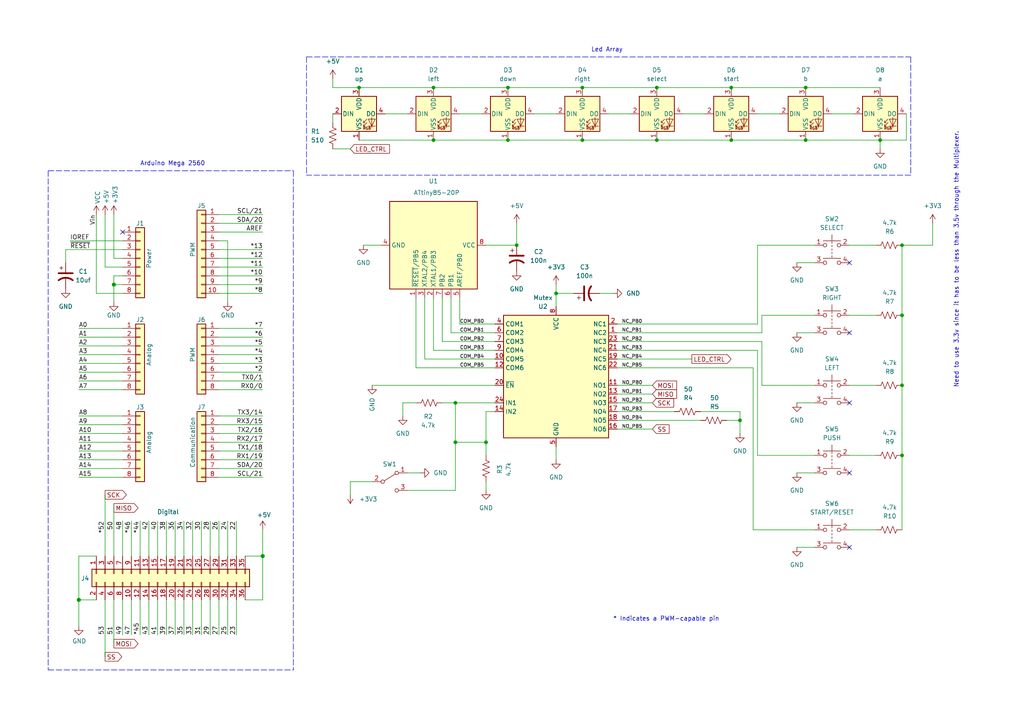
<source format=kicad_sch>
(kicad_sch (version 20211123) (generator eeschema)

  (uuid e63e39d7-6ac0-4ffd-8aa3-1841a4541b55)

  (paper "A4")

  (title_block
    (title "DMGC Arduino Mega 2650 Shield")
    (date "mar. 31 mars 2015")
    (rev "0.1")
  )

  (lib_symbols
    (symbol "Analog_Switch:TS3A27518EPW" (in_bom yes) (on_board yes)
      (property "Reference" "U" (id 0) (at -13.97 19.05 0)
        (effects (font (size 1.27 1.27)))
      )
      (property "Value" "TS3A27518EPW" (id 1) (at 8.89 19.05 0)
        (effects (font (size 1.27 1.27)))
      )
      (property "Footprint" "Package_SO:TSSOP-24_4.4x7.8mm_P0.65mm" (id 2) (at 0 25.4 0)
        (effects (font (size 1.27 1.27)) hide)
      )
      (property "Datasheet" "http://www.ti.com/lit/ds/symlink/ts3a27518e.pdf" (id 3) (at 0 -2.54 0)
        (effects (font (size 1.27 1.27)) hide)
      )
      (property "ki_keywords" "SPI qSPI multiplexer demux" (id 4) (at 0 0 0)
        (effects (font (size 1.27 1.27)) hide)
      )
      (property "ki_description" "6-channel analog mux, TSSOP-24" (id 5) (at 0 0 0)
        (effects (font (size 1.27 1.27)) hide)
      )
      (property "ki_fp_filters" "TSSOP*4.4x7.8mm*P0.65mm*" (id 6) (at 0 0 0)
        (effects (font (size 1.27 1.27)) hide)
      )
      (symbol "TS3A27518EPW_0_1"
        (rectangle (start 15.24 -17.78) (end -15.24 17.78)
          (stroke (width 0.254) (type default) (color 0 0 0 0))
          (fill (type background))
        )
      )
      (symbol "TS3A27518EPW_1_1"
        (pin bidirectional line (at 17.78 12.7 180) (length 2.54)
          (name "NC2" (effects (font (size 1.27 1.27))))
          (number "1" (effects (font (size 1.27 1.27))))
        )
        (pin bidirectional line (at -17.78 5.08 0) (length 2.54)
          (name "COM5" (effects (font (size 1.27 1.27))))
          (number "10" (effects (font (size 1.27 1.27))))
        )
        (pin bidirectional line (at 17.78 -2.54 180) (length 2.54)
          (name "NO1" (effects (font (size 1.27 1.27))))
          (number "11" (effects (font (size 1.27 1.27))))
        )
        (pin bidirectional line (at -17.78 2.54 0) (length 2.54)
          (name "COM6" (effects (font (size 1.27 1.27))))
          (number "12" (effects (font (size 1.27 1.27))))
        )
        (pin bidirectional line (at 17.78 -5.08 180) (length 2.54)
          (name "NO2" (effects (font (size 1.27 1.27))))
          (number "13" (effects (font (size 1.27 1.27))))
        )
        (pin input line (at -17.78 -10.16 0) (length 2.54)
          (name "IN2" (effects (font (size 1.27 1.27))))
          (number "14" (effects (font (size 1.27 1.27))))
        )
        (pin bidirectional line (at 17.78 -7.62 180) (length 2.54)
          (name "NO3" (effects (font (size 1.27 1.27))))
          (number "15" (effects (font (size 1.27 1.27))))
        )
        (pin bidirectional line (at 17.78 -15.24 180) (length 2.54)
          (name "NO6" (effects (font (size 1.27 1.27))))
          (number "16" (effects (font (size 1.27 1.27))))
        )
        (pin bidirectional line (at 17.78 -10.16 180) (length 2.54)
          (name "NO4" (effects (font (size 1.27 1.27))))
          (number "17" (effects (font (size 1.27 1.27))))
        )
        (pin bidirectional line (at 17.78 -12.7 180) (length 2.54)
          (name "NO5" (effects (font (size 1.27 1.27))))
          (number "18" (effects (font (size 1.27 1.27))))
        )
        (pin bidirectional line (at 17.78 5.08 180) (length 2.54)
          (name "NC5" (effects (font (size 1.27 1.27))))
          (number "19" (effects (font (size 1.27 1.27))))
        )
        (pin bidirectional line (at 17.78 15.24 180) (length 2.54)
          (name "NC1" (effects (font (size 1.27 1.27))))
          (number "2" (effects (font (size 1.27 1.27))))
        )
        (pin input line (at -17.78 -2.54 0) (length 2.54)
          (name "~{EN}" (effects (font (size 1.27 1.27))))
          (number "20" (effects (font (size 1.27 1.27))))
        )
        (pin bidirectional line (at 17.78 7.62 180) (length 2.54)
          (name "NC4" (effects (font (size 1.27 1.27))))
          (number "21" (effects (font (size 1.27 1.27))))
        )
        (pin bidirectional line (at 17.78 2.54 180) (length 2.54)
          (name "NC6" (effects (font (size 1.27 1.27))))
          (number "22" (effects (font (size 1.27 1.27))))
        )
        (pin bidirectional line (at 17.78 10.16 180) (length 2.54)
          (name "NC3" (effects (font (size 1.27 1.27))))
          (number "23" (effects (font (size 1.27 1.27))))
        )
        (pin input line (at -17.78 -7.62 0) (length 2.54)
          (name "IN1" (effects (font (size 1.27 1.27))))
          (number "24" (effects (font (size 1.27 1.27))))
        )
        (pin no_connect line (at -15.24 -15.24 0) (length 2.54) hide
          (name "N.C." (effects (font (size 1.27 1.27))))
          (number "3" (effects (font (size 1.27 1.27))))
        )
        (pin bidirectional line (at -17.78 15.24 0) (length 2.54)
          (name "COM1" (effects (font (size 1.27 1.27))))
          (number "4" (effects (font (size 1.27 1.27))))
        )
        (pin power_in line (at 0 -20.32 90) (length 2.54)
          (name "GND" (effects (font (size 1.27 1.27))))
          (number "5" (effects (font (size 1.27 1.27))))
        )
        (pin bidirectional line (at -17.78 12.7 0) (length 2.54)
          (name "COM2" (effects (font (size 1.27 1.27))))
          (number "6" (effects (font (size 1.27 1.27))))
        )
        (pin bidirectional line (at -17.78 10.16 0) (length 2.54)
          (name "COM3" (effects (font (size 1.27 1.27))))
          (number "7" (effects (font (size 1.27 1.27))))
        )
        (pin power_in line (at 0 20.32 270) (length 2.54)
          (name "VCC" (effects (font (size 1.27 1.27))))
          (number "8" (effects (font (size 1.27 1.27))))
        )
        (pin bidirectional line (at -17.78 7.62 0) (length 2.54)
          (name "COM4" (effects (font (size 1.27 1.27))))
          (number "9" (effects (font (size 1.27 1.27))))
        )
      )
    )
    (symbol "Connector_Generic:Conn_01x08" (pin_names (offset 1.016) hide) (in_bom yes) (on_board yes)
      (property "Reference" "J" (id 0) (at 0 10.16 0)
        (effects (font (size 1.27 1.27)))
      )
      (property "Value" "Conn_01x08" (id 1) (at 0 -12.7 0)
        (effects (font (size 1.27 1.27)))
      )
      (property "Footprint" "" (id 2) (at 0 0 0)
        (effects (font (size 1.27 1.27)) hide)
      )
      (property "Datasheet" "~" (id 3) (at 0 0 0)
        (effects (font (size 1.27 1.27)) hide)
      )
      (property "ki_keywords" "connector" (id 4) (at 0 0 0)
        (effects (font (size 1.27 1.27)) hide)
      )
      (property "ki_description" "Generic connector, single row, 01x08, script generated (kicad-library-utils/schlib/autogen/connector/)" (id 5) (at 0 0 0)
        (effects (font (size 1.27 1.27)) hide)
      )
      (property "ki_fp_filters" "Connector*:*_1x??_*" (id 6) (at 0 0 0)
        (effects (font (size 1.27 1.27)) hide)
      )
      (symbol "Conn_01x08_1_1"
        (rectangle (start -1.27 -10.033) (end 0 -10.287)
          (stroke (width 0.1524) (type default) (color 0 0 0 0))
          (fill (type none))
        )
        (rectangle (start -1.27 -7.493) (end 0 -7.747)
          (stroke (width 0.1524) (type default) (color 0 0 0 0))
          (fill (type none))
        )
        (rectangle (start -1.27 -4.953) (end 0 -5.207)
          (stroke (width 0.1524) (type default) (color 0 0 0 0))
          (fill (type none))
        )
        (rectangle (start -1.27 -2.413) (end 0 -2.667)
          (stroke (width 0.1524) (type default) (color 0 0 0 0))
          (fill (type none))
        )
        (rectangle (start -1.27 0.127) (end 0 -0.127)
          (stroke (width 0.1524) (type default) (color 0 0 0 0))
          (fill (type none))
        )
        (rectangle (start -1.27 2.667) (end 0 2.413)
          (stroke (width 0.1524) (type default) (color 0 0 0 0))
          (fill (type none))
        )
        (rectangle (start -1.27 5.207) (end 0 4.953)
          (stroke (width 0.1524) (type default) (color 0 0 0 0))
          (fill (type none))
        )
        (rectangle (start -1.27 7.747) (end 0 7.493)
          (stroke (width 0.1524) (type default) (color 0 0 0 0))
          (fill (type none))
        )
        (rectangle (start -1.27 8.89) (end 1.27 -11.43)
          (stroke (width 0.254) (type default) (color 0 0 0 0))
          (fill (type background))
        )
        (pin passive line (at -5.08 7.62 0) (length 3.81)
          (name "Pin_1" (effects (font (size 1.27 1.27))))
          (number "1" (effects (font (size 1.27 1.27))))
        )
        (pin passive line (at -5.08 5.08 0) (length 3.81)
          (name "Pin_2" (effects (font (size 1.27 1.27))))
          (number "2" (effects (font (size 1.27 1.27))))
        )
        (pin passive line (at -5.08 2.54 0) (length 3.81)
          (name "Pin_3" (effects (font (size 1.27 1.27))))
          (number "3" (effects (font (size 1.27 1.27))))
        )
        (pin passive line (at -5.08 0 0) (length 3.81)
          (name "Pin_4" (effects (font (size 1.27 1.27))))
          (number "4" (effects (font (size 1.27 1.27))))
        )
        (pin passive line (at -5.08 -2.54 0) (length 3.81)
          (name "Pin_5" (effects (font (size 1.27 1.27))))
          (number "5" (effects (font (size 1.27 1.27))))
        )
        (pin passive line (at -5.08 -5.08 0) (length 3.81)
          (name "Pin_6" (effects (font (size 1.27 1.27))))
          (number "6" (effects (font (size 1.27 1.27))))
        )
        (pin passive line (at -5.08 -7.62 0) (length 3.81)
          (name "Pin_7" (effects (font (size 1.27 1.27))))
          (number "7" (effects (font (size 1.27 1.27))))
        )
        (pin passive line (at -5.08 -10.16 0) (length 3.81)
          (name "Pin_8" (effects (font (size 1.27 1.27))))
          (number "8" (effects (font (size 1.27 1.27))))
        )
      )
    )
    (symbol "Connector_Generic:Conn_01x10" (pin_names (offset 1.016) hide) (in_bom yes) (on_board yes)
      (property "Reference" "J" (id 0) (at 0 12.7 0)
        (effects (font (size 1.27 1.27)))
      )
      (property "Value" "Conn_01x10" (id 1) (at 0 -15.24 0)
        (effects (font (size 1.27 1.27)))
      )
      (property "Footprint" "" (id 2) (at 0 0 0)
        (effects (font (size 1.27 1.27)) hide)
      )
      (property "Datasheet" "~" (id 3) (at 0 0 0)
        (effects (font (size 1.27 1.27)) hide)
      )
      (property "ki_keywords" "connector" (id 4) (at 0 0 0)
        (effects (font (size 1.27 1.27)) hide)
      )
      (property "ki_description" "Generic connector, single row, 01x10, script generated (kicad-library-utils/schlib/autogen/connector/)" (id 5) (at 0 0 0)
        (effects (font (size 1.27 1.27)) hide)
      )
      (property "ki_fp_filters" "Connector*:*_1x??_*" (id 6) (at 0 0 0)
        (effects (font (size 1.27 1.27)) hide)
      )
      (symbol "Conn_01x10_1_1"
        (rectangle (start -1.27 -12.573) (end 0 -12.827)
          (stroke (width 0.1524) (type default) (color 0 0 0 0))
          (fill (type none))
        )
        (rectangle (start -1.27 -10.033) (end 0 -10.287)
          (stroke (width 0.1524) (type default) (color 0 0 0 0))
          (fill (type none))
        )
        (rectangle (start -1.27 -7.493) (end 0 -7.747)
          (stroke (width 0.1524) (type default) (color 0 0 0 0))
          (fill (type none))
        )
        (rectangle (start -1.27 -4.953) (end 0 -5.207)
          (stroke (width 0.1524) (type default) (color 0 0 0 0))
          (fill (type none))
        )
        (rectangle (start -1.27 -2.413) (end 0 -2.667)
          (stroke (width 0.1524) (type default) (color 0 0 0 0))
          (fill (type none))
        )
        (rectangle (start -1.27 0.127) (end 0 -0.127)
          (stroke (width 0.1524) (type default) (color 0 0 0 0))
          (fill (type none))
        )
        (rectangle (start -1.27 2.667) (end 0 2.413)
          (stroke (width 0.1524) (type default) (color 0 0 0 0))
          (fill (type none))
        )
        (rectangle (start -1.27 5.207) (end 0 4.953)
          (stroke (width 0.1524) (type default) (color 0 0 0 0))
          (fill (type none))
        )
        (rectangle (start -1.27 7.747) (end 0 7.493)
          (stroke (width 0.1524) (type default) (color 0 0 0 0))
          (fill (type none))
        )
        (rectangle (start -1.27 10.287) (end 0 10.033)
          (stroke (width 0.1524) (type default) (color 0 0 0 0))
          (fill (type none))
        )
        (rectangle (start -1.27 11.43) (end 1.27 -13.97)
          (stroke (width 0.254) (type default) (color 0 0 0 0))
          (fill (type background))
        )
        (pin passive line (at -5.08 10.16 0) (length 3.81)
          (name "Pin_1" (effects (font (size 1.27 1.27))))
          (number "1" (effects (font (size 1.27 1.27))))
        )
        (pin passive line (at -5.08 -12.7 0) (length 3.81)
          (name "Pin_10" (effects (font (size 1.27 1.27))))
          (number "10" (effects (font (size 1.27 1.27))))
        )
        (pin passive line (at -5.08 7.62 0) (length 3.81)
          (name "Pin_2" (effects (font (size 1.27 1.27))))
          (number "2" (effects (font (size 1.27 1.27))))
        )
        (pin passive line (at -5.08 5.08 0) (length 3.81)
          (name "Pin_3" (effects (font (size 1.27 1.27))))
          (number "3" (effects (font (size 1.27 1.27))))
        )
        (pin passive line (at -5.08 2.54 0) (length 3.81)
          (name "Pin_4" (effects (font (size 1.27 1.27))))
          (number "4" (effects (font (size 1.27 1.27))))
        )
        (pin passive line (at -5.08 0 0) (length 3.81)
          (name "Pin_5" (effects (font (size 1.27 1.27))))
          (number "5" (effects (font (size 1.27 1.27))))
        )
        (pin passive line (at -5.08 -2.54 0) (length 3.81)
          (name "Pin_6" (effects (font (size 1.27 1.27))))
          (number "6" (effects (font (size 1.27 1.27))))
        )
        (pin passive line (at -5.08 -5.08 0) (length 3.81)
          (name "Pin_7" (effects (font (size 1.27 1.27))))
          (number "7" (effects (font (size 1.27 1.27))))
        )
        (pin passive line (at -5.08 -7.62 0) (length 3.81)
          (name "Pin_8" (effects (font (size 1.27 1.27))))
          (number "8" (effects (font (size 1.27 1.27))))
        )
        (pin passive line (at -5.08 -10.16 0) (length 3.81)
          (name "Pin_9" (effects (font (size 1.27 1.27))))
          (number "9" (effects (font (size 1.27 1.27))))
        )
      )
    )
    (symbol "Connector_Generic:Conn_02x18_Odd_Even" (pin_names (offset 1.016) hide) (in_bom yes) (on_board yes)
      (property "Reference" "J" (id 0) (at 1.27 22.86 0)
        (effects (font (size 1.27 1.27)))
      )
      (property "Value" "Conn_02x18_Odd_Even" (id 1) (at 1.27 -25.4 0)
        (effects (font (size 1.27 1.27)))
      )
      (property "Footprint" "" (id 2) (at 0 0 0)
        (effects (font (size 1.27 1.27)) hide)
      )
      (property "Datasheet" "~" (id 3) (at 0 0 0)
        (effects (font (size 1.27 1.27)) hide)
      )
      (property "ki_keywords" "connector" (id 4) (at 0 0 0)
        (effects (font (size 1.27 1.27)) hide)
      )
      (property "ki_description" "Generic connector, double row, 02x18, odd/even pin numbering scheme (row 1 odd numbers, row 2 even numbers), script generated (kicad-library-utils/schlib/autogen/connector/)" (id 5) (at 0 0 0)
        (effects (font (size 1.27 1.27)) hide)
      )
      (property "ki_fp_filters" "Connector*:*_2x??_*" (id 6) (at 0 0 0)
        (effects (font (size 1.27 1.27)) hide)
      )
      (symbol "Conn_02x18_Odd_Even_1_1"
        (rectangle (start -1.27 -22.733) (end 0 -22.987)
          (stroke (width 0.1524) (type default) (color 0 0 0 0))
          (fill (type none))
        )
        (rectangle (start -1.27 -20.193) (end 0 -20.447)
          (stroke (width 0.1524) (type default) (color 0 0 0 0))
          (fill (type none))
        )
        (rectangle (start -1.27 -17.653) (end 0 -17.907)
          (stroke (width 0.1524) (type default) (color 0 0 0 0))
          (fill (type none))
        )
        (rectangle (start -1.27 -15.113) (end 0 -15.367)
          (stroke (width 0.1524) (type default) (color 0 0 0 0))
          (fill (type none))
        )
        (rectangle (start -1.27 -12.573) (end 0 -12.827)
          (stroke (width 0.1524) (type default) (color 0 0 0 0))
          (fill (type none))
        )
        (rectangle (start -1.27 -10.033) (end 0 -10.287)
          (stroke (width 0.1524) (type default) (color 0 0 0 0))
          (fill (type none))
        )
        (rectangle (start -1.27 -7.493) (end 0 -7.747)
          (stroke (width 0.1524) (type default) (color 0 0 0 0))
          (fill (type none))
        )
        (rectangle (start -1.27 -4.953) (end 0 -5.207)
          (stroke (width 0.1524) (type default) (color 0 0 0 0))
          (fill (type none))
        )
        (rectangle (start -1.27 -2.413) (end 0 -2.667)
          (stroke (width 0.1524) (type default) (color 0 0 0 0))
          (fill (type none))
        )
        (rectangle (start -1.27 0.127) (end 0 -0.127)
          (stroke (width 0.1524) (type default) (color 0 0 0 0))
          (fill (type none))
        )
        (rectangle (start -1.27 2.667) (end 0 2.413)
          (stroke (width 0.1524) (type default) (color 0 0 0 0))
          (fill (type none))
        )
        (rectangle (start -1.27 5.207) (end 0 4.953)
          (stroke (width 0.1524) (type default) (color 0 0 0 0))
          (fill (type none))
        )
        (rectangle (start -1.27 7.747) (end 0 7.493)
          (stroke (width 0.1524) (type default) (color 0 0 0 0))
          (fill (type none))
        )
        (rectangle (start -1.27 10.287) (end 0 10.033)
          (stroke (width 0.1524) (type default) (color 0 0 0 0))
          (fill (type none))
        )
        (rectangle (start -1.27 12.827) (end 0 12.573)
          (stroke (width 0.1524) (type default) (color 0 0 0 0))
          (fill (type none))
        )
        (rectangle (start -1.27 15.367) (end 0 15.113)
          (stroke (width 0.1524) (type default) (color 0 0 0 0))
          (fill (type none))
        )
        (rectangle (start -1.27 17.907) (end 0 17.653)
          (stroke (width 0.1524) (type default) (color 0 0 0 0))
          (fill (type none))
        )
        (rectangle (start -1.27 20.447) (end 0 20.193)
          (stroke (width 0.1524) (type default) (color 0 0 0 0))
          (fill (type none))
        )
        (rectangle (start -1.27 21.59) (end 3.81 -24.13)
          (stroke (width 0.254) (type default) (color 0 0 0 0))
          (fill (type background))
        )
        (rectangle (start 3.81 -22.733) (end 2.54 -22.987)
          (stroke (width 0.1524) (type default) (color 0 0 0 0))
          (fill (type none))
        )
        (rectangle (start 3.81 -20.193) (end 2.54 -20.447)
          (stroke (width 0.1524) (type default) (color 0 0 0 0))
          (fill (type none))
        )
        (rectangle (start 3.81 -17.653) (end 2.54 -17.907)
          (stroke (width 0.1524) (type default) (color 0 0 0 0))
          (fill (type none))
        )
        (rectangle (start 3.81 -15.113) (end 2.54 -15.367)
          (stroke (width 0.1524) (type default) (color 0 0 0 0))
          (fill (type none))
        )
        (rectangle (start 3.81 -12.573) (end 2.54 -12.827)
          (stroke (width 0.1524) (type default) (color 0 0 0 0))
          (fill (type none))
        )
        (rectangle (start 3.81 -10.033) (end 2.54 -10.287)
          (stroke (width 0.1524) (type default) (color 0 0 0 0))
          (fill (type none))
        )
        (rectangle (start 3.81 -7.493) (end 2.54 -7.747)
          (stroke (width 0.1524) (type default) (color 0 0 0 0))
          (fill (type none))
        )
        (rectangle (start 3.81 -4.953) (end 2.54 -5.207)
          (stroke (width 0.1524) (type default) (color 0 0 0 0))
          (fill (type none))
        )
        (rectangle (start 3.81 -2.413) (end 2.54 -2.667)
          (stroke (width 0.1524) (type default) (color 0 0 0 0))
          (fill (type none))
        )
        (rectangle (start 3.81 0.127) (end 2.54 -0.127)
          (stroke (width 0.1524) (type default) (color 0 0 0 0))
          (fill (type none))
        )
        (rectangle (start 3.81 2.667) (end 2.54 2.413)
          (stroke (width 0.1524) (type default) (color 0 0 0 0))
          (fill (type none))
        )
        (rectangle (start 3.81 5.207) (end 2.54 4.953)
          (stroke (width 0.1524) (type default) (color 0 0 0 0))
          (fill (type none))
        )
        (rectangle (start 3.81 7.747) (end 2.54 7.493)
          (stroke (width 0.1524) (type default) (color 0 0 0 0))
          (fill (type none))
        )
        (rectangle (start 3.81 10.287) (end 2.54 10.033)
          (stroke (width 0.1524) (type default) (color 0 0 0 0))
          (fill (type none))
        )
        (rectangle (start 3.81 12.827) (end 2.54 12.573)
          (stroke (width 0.1524) (type default) (color 0 0 0 0))
          (fill (type none))
        )
        (rectangle (start 3.81 15.367) (end 2.54 15.113)
          (stroke (width 0.1524) (type default) (color 0 0 0 0))
          (fill (type none))
        )
        (rectangle (start 3.81 17.907) (end 2.54 17.653)
          (stroke (width 0.1524) (type default) (color 0 0 0 0))
          (fill (type none))
        )
        (rectangle (start 3.81 20.447) (end 2.54 20.193)
          (stroke (width 0.1524) (type default) (color 0 0 0 0))
          (fill (type none))
        )
        (pin passive line (at -5.08 20.32 0) (length 3.81)
          (name "Pin_1" (effects (font (size 1.27 1.27))))
          (number "1" (effects (font (size 1.27 1.27))))
        )
        (pin passive line (at 7.62 10.16 180) (length 3.81)
          (name "Pin_10" (effects (font (size 1.27 1.27))))
          (number "10" (effects (font (size 1.27 1.27))))
        )
        (pin passive line (at -5.08 7.62 0) (length 3.81)
          (name "Pin_11" (effects (font (size 1.27 1.27))))
          (number "11" (effects (font (size 1.27 1.27))))
        )
        (pin passive line (at 7.62 7.62 180) (length 3.81)
          (name "Pin_12" (effects (font (size 1.27 1.27))))
          (number "12" (effects (font (size 1.27 1.27))))
        )
        (pin passive line (at -5.08 5.08 0) (length 3.81)
          (name "Pin_13" (effects (font (size 1.27 1.27))))
          (number "13" (effects (font (size 1.27 1.27))))
        )
        (pin passive line (at 7.62 5.08 180) (length 3.81)
          (name "Pin_14" (effects (font (size 1.27 1.27))))
          (number "14" (effects (font (size 1.27 1.27))))
        )
        (pin passive line (at -5.08 2.54 0) (length 3.81)
          (name "Pin_15" (effects (font (size 1.27 1.27))))
          (number "15" (effects (font (size 1.27 1.27))))
        )
        (pin passive line (at 7.62 2.54 180) (length 3.81)
          (name "Pin_16" (effects (font (size 1.27 1.27))))
          (number "16" (effects (font (size 1.27 1.27))))
        )
        (pin passive line (at -5.08 0 0) (length 3.81)
          (name "Pin_17" (effects (font (size 1.27 1.27))))
          (number "17" (effects (font (size 1.27 1.27))))
        )
        (pin passive line (at 7.62 0 180) (length 3.81)
          (name "Pin_18" (effects (font (size 1.27 1.27))))
          (number "18" (effects (font (size 1.27 1.27))))
        )
        (pin passive line (at -5.08 -2.54 0) (length 3.81)
          (name "Pin_19" (effects (font (size 1.27 1.27))))
          (number "19" (effects (font (size 1.27 1.27))))
        )
        (pin passive line (at 7.62 20.32 180) (length 3.81)
          (name "Pin_2" (effects (font (size 1.27 1.27))))
          (number "2" (effects (font (size 1.27 1.27))))
        )
        (pin passive line (at 7.62 -2.54 180) (length 3.81)
          (name "Pin_20" (effects (font (size 1.27 1.27))))
          (number "20" (effects (font (size 1.27 1.27))))
        )
        (pin passive line (at -5.08 -5.08 0) (length 3.81)
          (name "Pin_21" (effects (font (size 1.27 1.27))))
          (number "21" (effects (font (size 1.27 1.27))))
        )
        (pin passive line (at 7.62 -5.08 180) (length 3.81)
          (name "Pin_22" (effects (font (size 1.27 1.27))))
          (number "22" (effects (font (size 1.27 1.27))))
        )
        (pin passive line (at -5.08 -7.62 0) (length 3.81)
          (name "Pin_23" (effects (font (size 1.27 1.27))))
          (number "23" (effects (font (size 1.27 1.27))))
        )
        (pin passive line (at 7.62 -7.62 180) (length 3.81)
          (name "Pin_24" (effects (font (size 1.27 1.27))))
          (number "24" (effects (font (size 1.27 1.27))))
        )
        (pin passive line (at -5.08 -10.16 0) (length 3.81)
          (name "Pin_25" (effects (font (size 1.27 1.27))))
          (number "25" (effects (font (size 1.27 1.27))))
        )
        (pin passive line (at 7.62 -10.16 180) (length 3.81)
          (name "Pin_26" (effects (font (size 1.27 1.27))))
          (number "26" (effects (font (size 1.27 1.27))))
        )
        (pin passive line (at -5.08 -12.7 0) (length 3.81)
          (name "Pin_27" (effects (font (size 1.27 1.27))))
          (number "27" (effects (font (size 1.27 1.27))))
        )
        (pin passive line (at 7.62 -12.7 180) (length 3.81)
          (name "Pin_28" (effects (font (size 1.27 1.27))))
          (number "28" (effects (font (size 1.27 1.27))))
        )
        (pin passive line (at -5.08 -15.24 0) (length 3.81)
          (name "Pin_29" (effects (font (size 1.27 1.27))))
          (number "29" (effects (font (size 1.27 1.27))))
        )
        (pin passive line (at -5.08 17.78 0) (length 3.81)
          (name "Pin_3" (effects (font (size 1.27 1.27))))
          (number "3" (effects (font (size 1.27 1.27))))
        )
        (pin passive line (at 7.62 -15.24 180) (length 3.81)
          (name "Pin_30" (effects (font (size 1.27 1.27))))
          (number "30" (effects (font (size 1.27 1.27))))
        )
        (pin passive line (at -5.08 -17.78 0) (length 3.81)
          (name "Pin_31" (effects (font (size 1.27 1.27))))
          (number "31" (effects (font (size 1.27 1.27))))
        )
        (pin passive line (at 7.62 -17.78 180) (length 3.81)
          (name "Pin_32" (effects (font (size 1.27 1.27))))
          (number "32" (effects (font (size 1.27 1.27))))
        )
        (pin passive line (at -5.08 -20.32 0) (length 3.81)
          (name "Pin_33" (effects (font (size 1.27 1.27))))
          (number "33" (effects (font (size 1.27 1.27))))
        )
        (pin passive line (at 7.62 -20.32 180) (length 3.81)
          (name "Pin_34" (effects (font (size 1.27 1.27))))
          (number "34" (effects (font (size 1.27 1.27))))
        )
        (pin passive line (at -5.08 -22.86 0) (length 3.81)
          (name "Pin_35" (effects (font (size 1.27 1.27))))
          (number "35" (effects (font (size 1.27 1.27))))
        )
        (pin passive line (at 7.62 -22.86 180) (length 3.81)
          (name "Pin_36" (effects (font (size 1.27 1.27))))
          (number "36" (effects (font (size 1.27 1.27))))
        )
        (pin passive line (at 7.62 17.78 180) (length 3.81)
          (name "Pin_4" (effects (font (size 1.27 1.27))))
          (number "4" (effects (font (size 1.27 1.27))))
        )
        (pin passive line (at -5.08 15.24 0) (length 3.81)
          (name "Pin_5" (effects (font (size 1.27 1.27))))
          (number "5" (effects (font (size 1.27 1.27))))
        )
        (pin passive line (at 7.62 15.24 180) (length 3.81)
          (name "Pin_6" (effects (font (size 1.27 1.27))))
          (number "6" (effects (font (size 1.27 1.27))))
        )
        (pin passive line (at -5.08 12.7 0) (length 3.81)
          (name "Pin_7" (effects (font (size 1.27 1.27))))
          (number "7" (effects (font (size 1.27 1.27))))
        )
        (pin passive line (at 7.62 12.7 180) (length 3.81)
          (name "Pin_8" (effects (font (size 1.27 1.27))))
          (number "8" (effects (font (size 1.27 1.27))))
        )
        (pin passive line (at -5.08 10.16 0) (length 3.81)
          (name "Pin_9" (effects (font (size 1.27 1.27))))
          (number "9" (effects (font (size 1.27 1.27))))
        )
      )
    )
    (symbol "Device:C_Polarized_US" (pin_numbers hide) (pin_names (offset 0.254) hide) (in_bom yes) (on_board yes)
      (property "Reference" "C" (id 0) (at 0.635 2.54 0)
        (effects (font (size 1.27 1.27)) (justify left))
      )
      (property "Value" "C_Polarized_US" (id 1) (at 0.635 -2.54 0)
        (effects (font (size 1.27 1.27)) (justify left))
      )
      (property "Footprint" "" (id 2) (at 0 0 0)
        (effects (font (size 1.27 1.27)) hide)
      )
      (property "Datasheet" "~" (id 3) (at 0 0 0)
        (effects (font (size 1.27 1.27)) hide)
      )
      (property "ki_keywords" "cap capacitor" (id 4) (at 0 0 0)
        (effects (font (size 1.27 1.27)) hide)
      )
      (property "ki_description" "Polarized capacitor, US symbol" (id 5) (at 0 0 0)
        (effects (font (size 1.27 1.27)) hide)
      )
      (property "ki_fp_filters" "CP_*" (id 6) (at 0 0 0)
        (effects (font (size 1.27 1.27)) hide)
      )
      (symbol "C_Polarized_US_0_1"
        (polyline
          (pts
            (xy -2.032 0.762)
            (xy 2.032 0.762)
          )
          (stroke (width 0.508) (type default) (color 0 0 0 0))
          (fill (type none))
        )
        (polyline
          (pts
            (xy -1.778 2.286)
            (xy -0.762 2.286)
          )
          (stroke (width 0) (type default) (color 0 0 0 0))
          (fill (type none))
        )
        (polyline
          (pts
            (xy -1.27 1.778)
            (xy -1.27 2.794)
          )
          (stroke (width 0) (type default) (color 0 0 0 0))
          (fill (type none))
        )
        (arc (start 2.032 -1.27) (mid 0 -0.5572) (end -2.032 -1.27)
          (stroke (width 0.508) (type default) (color 0 0 0 0))
          (fill (type none))
        )
      )
      (symbol "C_Polarized_US_1_1"
        (pin passive line (at 0 3.81 270) (length 2.794)
          (name "~" (effects (font (size 1.27 1.27))))
          (number "1" (effects (font (size 1.27 1.27))))
        )
        (pin passive line (at 0 -3.81 90) (length 3.302)
          (name "~" (effects (font (size 1.27 1.27))))
          (number "2" (effects (font (size 1.27 1.27))))
        )
      )
    )
    (symbol "Device:R_US" (pin_numbers hide) (pin_names (offset 0)) (in_bom yes) (on_board yes)
      (property "Reference" "R" (id 0) (at 2.54 0 90)
        (effects (font (size 1.27 1.27)))
      )
      (property "Value" "R_US" (id 1) (at -2.54 0 90)
        (effects (font (size 1.27 1.27)))
      )
      (property "Footprint" "" (id 2) (at 1.016 -0.254 90)
        (effects (font (size 1.27 1.27)) hide)
      )
      (property "Datasheet" "~" (id 3) (at 0 0 0)
        (effects (font (size 1.27 1.27)) hide)
      )
      (property "ki_keywords" "R res resistor" (id 4) (at 0 0 0)
        (effects (font (size 1.27 1.27)) hide)
      )
      (property "ki_description" "Resistor, US symbol" (id 5) (at 0 0 0)
        (effects (font (size 1.27 1.27)) hide)
      )
      (property "ki_fp_filters" "R_*" (id 6) (at 0 0 0)
        (effects (font (size 1.27 1.27)) hide)
      )
      (symbol "R_US_0_1"
        (polyline
          (pts
            (xy 0 -2.286)
            (xy 0 -2.54)
          )
          (stroke (width 0) (type default) (color 0 0 0 0))
          (fill (type none))
        )
        (polyline
          (pts
            (xy 0 2.286)
            (xy 0 2.54)
          )
          (stroke (width 0) (type default) (color 0 0 0 0))
          (fill (type none))
        )
        (polyline
          (pts
            (xy 0 -0.762)
            (xy 1.016 -1.143)
            (xy 0 -1.524)
            (xy -1.016 -1.905)
            (xy 0 -2.286)
          )
          (stroke (width 0) (type default) (color 0 0 0 0))
          (fill (type none))
        )
        (polyline
          (pts
            (xy 0 0.762)
            (xy 1.016 0.381)
            (xy 0 0)
            (xy -1.016 -0.381)
            (xy 0 -0.762)
          )
          (stroke (width 0) (type default) (color 0 0 0 0))
          (fill (type none))
        )
        (polyline
          (pts
            (xy 0 2.286)
            (xy 1.016 1.905)
            (xy 0 1.524)
            (xy -1.016 1.143)
            (xy 0 0.762)
          )
          (stroke (width 0) (type default) (color 0 0 0 0))
          (fill (type none))
        )
      )
      (symbol "R_US_1_1"
        (pin passive line (at 0 3.81 270) (length 1.27)
          (name "~" (effects (font (size 1.27 1.27))))
          (number "1" (effects (font (size 1.27 1.27))))
        )
        (pin passive line (at 0 -3.81 90) (length 1.27)
          (name "~" (effects (font (size 1.27 1.27))))
          (number "2" (effects (font (size 1.27 1.27))))
        )
      )
    )
    (symbol "LED:Inolux_IN-PI554FCH" (pin_names (offset 0.254)) (in_bom yes) (on_board yes)
      (property "Reference" "D" (id 0) (at 5.08 5.715 0)
        (effects (font (size 1.27 1.27)) (justify right bottom))
      )
      (property "Value" "Inolux_IN-PI554FCH" (id 1) (at 1.27 -5.715 0)
        (effects (font (size 1.27 1.27)) (justify left top))
      )
      (property "Footprint" "LED_SMD:LED_Inolux_IN-PI554FCH_PLCC4_5.0x5.0mm_P3.2mm" (id 2) (at 1.27 -7.62 0)
        (effects (font (size 1.27 1.27)) (justify left top) hide)
      )
      (property "Datasheet" "http://www.inolux-corp.com/datasheet/SMDLED/Addressable%20LED/IN-PI554FCH.pdf" (id 3) (at 2.54 -9.525 0)
        (effects (font (size 1.27 1.27)) (justify left top) hide)
      )
      (property "ki_keywords" "RGB LED NeoPixel addressable" (id 4) (at 0 0 0)
        (effects (font (size 1.27 1.27)) hide)
      )
      (property "ki_description" "5050 RGB LED 4-Pin with integrated IC" (id 5) (at 0 0 0)
        (effects (font (size 1.27 1.27)) hide)
      )
      (property "ki_fp_filters" "LED*IN-PI554FCH*PLCC*5.0x5.0mm*P3.2mm*" (id 6) (at 0 0 0)
        (effects (font (size 1.27 1.27)) hide)
      )
      (symbol "Inolux_IN-PI554FCH_0_0"
        (text "RGB" (at 2.286 -4.191 0)
          (effects (font (size 0.762 0.762)))
        )
      )
      (symbol "Inolux_IN-PI554FCH_0_1"
        (polyline
          (pts
            (xy 1.27 -3.556)
            (xy 1.778 -3.556)
          )
          (stroke (width 0) (type default) (color 0 0 0 0))
          (fill (type none))
        )
        (polyline
          (pts
            (xy 1.27 -2.54)
            (xy 1.778 -2.54)
          )
          (stroke (width 0) (type default) (color 0 0 0 0))
          (fill (type none))
        )
        (polyline
          (pts
            (xy 4.699 -3.556)
            (xy 2.667 -3.556)
          )
          (stroke (width 0) (type default) (color 0 0 0 0))
          (fill (type none))
        )
        (polyline
          (pts
            (xy 2.286 -2.54)
            (xy 1.27 -3.556)
            (xy 1.27 -3.048)
          )
          (stroke (width 0) (type default) (color 0 0 0 0))
          (fill (type none))
        )
        (polyline
          (pts
            (xy 2.286 -1.524)
            (xy 1.27 -2.54)
            (xy 1.27 -2.032)
          )
          (stroke (width 0) (type default) (color 0 0 0 0))
          (fill (type none))
        )
        (polyline
          (pts
            (xy 3.683 -1.016)
            (xy 3.683 -3.556)
            (xy 3.683 -4.064)
          )
          (stroke (width 0) (type default) (color 0 0 0 0))
          (fill (type none))
        )
        (polyline
          (pts
            (xy 4.699 -1.524)
            (xy 2.667 -1.524)
            (xy 3.683 -3.556)
            (xy 4.699 -1.524)
          )
          (stroke (width 0) (type default) (color 0 0 0 0))
          (fill (type none))
        )
        (rectangle (start 5.08 5.08) (end -5.08 -5.08)
          (stroke (width 0.254) (type default) (color 0 0 0 0))
          (fill (type background))
        )
      )
      (symbol "Inolux_IN-PI554FCH_1_1"
        (pin power_in line (at 0 -7.62 90) (length 2.54)
          (name "VSS" (effects (font (size 1.27 1.27))))
          (number "1" (effects (font (size 1.27 1.27))))
        )
        (pin input line (at -7.62 0 0) (length 2.54)
          (name "DIN" (effects (font (size 1.27 1.27))))
          (number "2" (effects (font (size 1.27 1.27))))
        )
        (pin power_in line (at 0 7.62 270) (length 2.54)
          (name "VDD" (effects (font (size 1.27 1.27))))
          (number "3" (effects (font (size 1.27 1.27))))
        )
        (pin output line (at 7.62 0 180) (length 2.54)
          (name "DO" (effects (font (size 1.27 1.27))))
          (number "4" (effects (font (size 1.27 1.27))))
        )
      )
    )
    (symbol "MCU_Microchip_ATtiny:ATtiny85-20P" (in_bom yes) (on_board yes)
      (property "Reference" "U" (id 0) (at -12.7 13.97 0)
        (effects (font (size 1.27 1.27)) (justify left bottom))
      )
      (property "Value" "ATtiny85-20P" (id 1) (at 2.54 -13.97 0)
        (effects (font (size 1.27 1.27)) (justify left top))
      )
      (property "Footprint" "Package_DIP:DIP-8_W7.62mm" (id 2) (at 0 0 0)
        (effects (font (size 1.27 1.27) italic) hide)
      )
      (property "Datasheet" "http://ww1.microchip.com/downloads/en/DeviceDoc/atmel-2586-avr-8-bit-microcontroller-attiny25-attiny45-attiny85_datasheet.pdf" (id 3) (at 0 0 0)
        (effects (font (size 1.27 1.27)) hide)
      )
      (property "ki_keywords" "AVR 8bit Microcontroller tinyAVR" (id 4) (at 0 0 0)
        (effects (font (size 1.27 1.27)) hide)
      )
      (property "ki_description" "20MHz, 8kB Flash, 512B SRAM, 512B EEPROM, debugWIRE, DIP-8" (id 5) (at 0 0 0)
        (effects (font (size 1.27 1.27)) hide)
      )
      (property "ki_fp_filters" "DIP*W7.62mm*" (id 6) (at 0 0 0)
        (effects (font (size 1.27 1.27)) hide)
      )
      (symbol "ATtiny85-20P_0_1"
        (rectangle (start -12.7 -12.7) (end 12.7 12.7)
          (stroke (width 0.254) (type default) (color 0 0 0 0))
          (fill (type background))
        )
      )
      (symbol "ATtiny85-20P_1_1"
        (pin bidirectional line (at 15.24 -5.08 180) (length 2.54)
          (name "~{RESET}/PB5" (effects (font (size 1.27 1.27))))
          (number "1" (effects (font (size 1.27 1.27))))
        )
        (pin bidirectional line (at 15.24 0 180) (length 2.54)
          (name "XTAL1/PB3" (effects (font (size 1.27 1.27))))
          (number "2" (effects (font (size 1.27 1.27))))
        )
        (pin bidirectional line (at 15.24 -2.54 180) (length 2.54)
          (name "XTAL2/PB4" (effects (font (size 1.27 1.27))))
          (number "3" (effects (font (size 1.27 1.27))))
        )
        (pin power_in line (at 0 -15.24 90) (length 2.54)
          (name "GND" (effects (font (size 1.27 1.27))))
          (number "4" (effects (font (size 1.27 1.27))))
        )
        (pin bidirectional line (at 15.24 7.62 180) (length 2.54)
          (name "AREF/PB0" (effects (font (size 1.27 1.27))))
          (number "5" (effects (font (size 1.27 1.27))))
        )
        (pin bidirectional line (at 15.24 5.08 180) (length 2.54)
          (name "PB1" (effects (font (size 1.27 1.27))))
          (number "6" (effects (font (size 1.27 1.27))))
        )
        (pin bidirectional line (at 15.24 2.54 180) (length 2.54)
          (name "PB2" (effects (font (size 1.27 1.27))))
          (number "7" (effects (font (size 1.27 1.27))))
        )
        (pin power_in line (at 0 15.24 270) (length 2.54)
          (name "VCC" (effects (font (size 1.27 1.27))))
          (number "8" (effects (font (size 1.27 1.27))))
        )
      )
    )
    (symbol "Switch:SW_Push_Dual" (pin_names (offset 1.016) hide) (in_bom yes) (on_board yes)
      (property "Reference" "SW" (id 0) (at 1.27 2.54 0)
        (effects (font (size 1.27 1.27)) (justify left))
      )
      (property "Value" "SW_Push_Dual" (id 1) (at 0 -6.858 0)
        (effects (font (size 1.27 1.27)))
      )
      (property "Footprint" "" (id 2) (at 0 5.08 0)
        (effects (font (size 1.27 1.27)) hide)
      )
      (property "Datasheet" "~" (id 3) (at 0 5.08 0)
        (effects (font (size 1.27 1.27)) hide)
      )
      (property "ki_keywords" "switch normally-open pushbutton push-button" (id 4) (at 0 0 0)
        (effects (font (size 1.27 1.27)) hide)
      )
      (property "ki_description" "Push button switch, generic, symbol, four pins" (id 5) (at 0 0 0)
        (effects (font (size 1.27 1.27)) hide)
      )
      (symbol "SW_Push_Dual_0_1"
        (circle (center -2.032 -5.08) (radius 0.508)
          (stroke (width 0) (type default) (color 0 0 0 0))
          (fill (type none))
        )
        (circle (center -2.032 0) (radius 0.508)
          (stroke (width 0) (type default) (color 0 0 0 0))
          (fill (type none))
        )
        (polyline
          (pts
            (xy 0 -3.048)
            (xy 0 -3.556)
          )
          (stroke (width 0) (type default) (color 0 0 0 0))
          (fill (type none))
        )
        (polyline
          (pts
            (xy 0 -2.032)
            (xy 0 -2.54)
          )
          (stroke (width 0) (type default) (color 0 0 0 0))
          (fill (type none))
        )
        (polyline
          (pts
            (xy 0 -1.524)
            (xy 0 -1.016)
          )
          (stroke (width 0) (type default) (color 0 0 0 0))
          (fill (type none))
        )
        (polyline
          (pts
            (xy 0 -0.508)
            (xy 0 0)
          )
          (stroke (width 0) (type default) (color 0 0 0 0))
          (fill (type none))
        )
        (polyline
          (pts
            (xy 0 0.508)
            (xy 0 1.016)
          )
          (stroke (width 0) (type default) (color 0 0 0 0))
          (fill (type none))
        )
        (polyline
          (pts
            (xy 0 1.27)
            (xy 0 3.048)
          )
          (stroke (width 0) (type default) (color 0 0 0 0))
          (fill (type none))
        )
        (polyline
          (pts
            (xy 2.54 -3.81)
            (xy -2.54 -3.81)
          )
          (stroke (width 0) (type default) (color 0 0 0 0))
          (fill (type none))
        )
        (polyline
          (pts
            (xy 2.54 1.27)
            (xy -2.54 1.27)
          )
          (stroke (width 0) (type default) (color 0 0 0 0))
          (fill (type none))
        )
        (circle (center 2.032 -5.08) (radius 0.508)
          (stroke (width 0) (type default) (color 0 0 0 0))
          (fill (type none))
        )
        (circle (center 2.032 0) (radius 0.508)
          (stroke (width 0) (type default) (color 0 0 0 0))
          (fill (type none))
        )
        (pin passive line (at -5.08 0 0) (length 2.54)
          (name "1" (effects (font (size 1.27 1.27))))
          (number "1" (effects (font (size 1.27 1.27))))
        )
        (pin passive line (at 5.08 0 180) (length 2.54)
          (name "2" (effects (font (size 1.27 1.27))))
          (number "2" (effects (font (size 1.27 1.27))))
        )
        (pin passive line (at -5.08 -5.08 0) (length 2.54)
          (name "3" (effects (font (size 1.27 1.27))))
          (number "3" (effects (font (size 1.27 1.27))))
        )
        (pin passive line (at 5.08 -5.08 180) (length 2.54)
          (name "4" (effects (font (size 1.27 1.27))))
          (number "4" (effects (font (size 1.27 1.27))))
        )
      )
    )
    (symbol "Switch:SW_SPDT" (pin_names (offset 0) hide) (in_bom yes) (on_board yes)
      (property "Reference" "SW" (id 0) (at 0 4.318 0)
        (effects (font (size 1.27 1.27)))
      )
      (property "Value" "SW_SPDT" (id 1) (at 0 -5.08 0)
        (effects (font (size 1.27 1.27)))
      )
      (property "Footprint" "" (id 2) (at 0 0 0)
        (effects (font (size 1.27 1.27)) hide)
      )
      (property "Datasheet" "~" (id 3) (at 0 0 0)
        (effects (font (size 1.27 1.27)) hide)
      )
      (property "ki_keywords" "switch single-pole double-throw spdt ON-ON" (id 4) (at 0 0 0)
        (effects (font (size 1.27 1.27)) hide)
      )
      (property "ki_description" "Switch, single pole double throw" (id 5) (at 0 0 0)
        (effects (font (size 1.27 1.27)) hide)
      )
      (symbol "SW_SPDT_0_0"
        (circle (center -2.032 0) (radius 0.508)
          (stroke (width 0) (type default) (color 0 0 0 0))
          (fill (type none))
        )
        (circle (center 2.032 -2.54) (radius 0.508)
          (stroke (width 0) (type default) (color 0 0 0 0))
          (fill (type none))
        )
      )
      (symbol "SW_SPDT_0_1"
        (polyline
          (pts
            (xy -1.524 0.254)
            (xy 1.651 2.286)
          )
          (stroke (width 0) (type default) (color 0 0 0 0))
          (fill (type none))
        )
        (circle (center 2.032 2.54) (radius 0.508)
          (stroke (width 0) (type default) (color 0 0 0 0))
          (fill (type none))
        )
      )
      (symbol "SW_SPDT_1_1"
        (pin passive line (at 5.08 2.54 180) (length 2.54)
          (name "A" (effects (font (size 1.27 1.27))))
          (number "1" (effects (font (size 1.27 1.27))))
        )
        (pin passive line (at -5.08 0 0) (length 2.54)
          (name "B" (effects (font (size 1.27 1.27))))
          (number "2" (effects (font (size 1.27 1.27))))
        )
        (pin passive line (at 5.08 -2.54 180) (length 2.54)
          (name "C" (effects (font (size 1.27 1.27))))
          (number "3" (effects (font (size 1.27 1.27))))
        )
      )
    )
    (symbol "power:+3V3" (power) (pin_names (offset 0)) (in_bom yes) (on_board yes)
      (property "Reference" "#PWR" (id 0) (at 0 -3.81 0)
        (effects (font (size 1.27 1.27)) hide)
      )
      (property "Value" "+3V3" (id 1) (at 0 3.556 0)
        (effects (font (size 1.27 1.27)))
      )
      (property "Footprint" "" (id 2) (at 0 0 0)
        (effects (font (size 1.27 1.27)) hide)
      )
      (property "Datasheet" "" (id 3) (at 0 0 0)
        (effects (font (size 1.27 1.27)) hide)
      )
      (property "ki_keywords" "power-flag" (id 4) (at 0 0 0)
        (effects (font (size 1.27 1.27)) hide)
      )
      (property "ki_description" "Power symbol creates a global label with name \"+3V3\"" (id 5) (at 0 0 0)
        (effects (font (size 1.27 1.27)) hide)
      )
      (symbol "+3V3_0_1"
        (polyline
          (pts
            (xy -0.762 1.27)
            (xy 0 2.54)
          )
          (stroke (width 0) (type default) (color 0 0 0 0))
          (fill (type none))
        )
        (polyline
          (pts
            (xy 0 0)
            (xy 0 2.54)
          )
          (stroke (width 0) (type default) (color 0 0 0 0))
          (fill (type none))
        )
        (polyline
          (pts
            (xy 0 2.54)
            (xy 0.762 1.27)
          )
          (stroke (width 0) (type default) (color 0 0 0 0))
          (fill (type none))
        )
      )
      (symbol "+3V3_1_1"
        (pin power_in line (at 0 0 90) (length 0) hide
          (name "+3V3" (effects (font (size 1.27 1.27))))
          (number "1" (effects (font (size 1.27 1.27))))
        )
      )
    )
    (symbol "power:+5V" (power) (pin_names (offset 0)) (in_bom yes) (on_board yes)
      (property "Reference" "#PWR" (id 0) (at 0 -3.81 0)
        (effects (font (size 1.27 1.27)) hide)
      )
      (property "Value" "+5V" (id 1) (at 0 3.556 0)
        (effects (font (size 1.27 1.27)))
      )
      (property "Footprint" "" (id 2) (at 0 0 0)
        (effects (font (size 1.27 1.27)) hide)
      )
      (property "Datasheet" "" (id 3) (at 0 0 0)
        (effects (font (size 1.27 1.27)) hide)
      )
      (property "ki_keywords" "power-flag" (id 4) (at 0 0 0)
        (effects (font (size 1.27 1.27)) hide)
      )
      (property "ki_description" "Power symbol creates a global label with name \"+5V\"" (id 5) (at 0 0 0)
        (effects (font (size 1.27 1.27)) hide)
      )
      (symbol "+5V_0_1"
        (polyline
          (pts
            (xy -0.762 1.27)
            (xy 0 2.54)
          )
          (stroke (width 0) (type default) (color 0 0 0 0))
          (fill (type none))
        )
        (polyline
          (pts
            (xy 0 0)
            (xy 0 2.54)
          )
          (stroke (width 0) (type default) (color 0 0 0 0))
          (fill (type none))
        )
        (polyline
          (pts
            (xy 0 2.54)
            (xy 0.762 1.27)
          )
          (stroke (width 0) (type default) (color 0 0 0 0))
          (fill (type none))
        )
      )
      (symbol "+5V_1_1"
        (pin power_in line (at 0 0 90) (length 0) hide
          (name "+5V" (effects (font (size 1.27 1.27))))
          (number "1" (effects (font (size 1.27 1.27))))
        )
      )
    )
    (symbol "power:GND" (power) (pin_names (offset 0)) (in_bom yes) (on_board yes)
      (property "Reference" "#PWR" (id 0) (at 0 -6.35 0)
        (effects (font (size 1.27 1.27)) hide)
      )
      (property "Value" "GND" (id 1) (at 0 -3.81 0)
        (effects (font (size 1.27 1.27)))
      )
      (property "Footprint" "" (id 2) (at 0 0 0)
        (effects (font (size 1.27 1.27)) hide)
      )
      (property "Datasheet" "" (id 3) (at 0 0 0)
        (effects (font (size 1.27 1.27)) hide)
      )
      (property "ki_keywords" "power-flag" (id 4) (at 0 0 0)
        (effects (font (size 1.27 1.27)) hide)
      )
      (property "ki_description" "Power symbol creates a global label with name \"GND\" , ground" (id 5) (at 0 0 0)
        (effects (font (size 1.27 1.27)) hide)
      )
      (symbol "GND_0_1"
        (polyline
          (pts
            (xy 0 0)
            (xy 0 -1.27)
            (xy 1.27 -1.27)
            (xy 0 -2.54)
            (xy -1.27 -1.27)
            (xy 0 -1.27)
          )
          (stroke (width 0) (type default) (color 0 0 0 0))
          (fill (type none))
        )
      )
      (symbol "GND_1_1"
        (pin power_in line (at 0 0 270) (length 0) hide
          (name "GND" (effects (font (size 1.27 1.27))))
          (number "1" (effects (font (size 1.27 1.27))))
        )
      )
    )
    (symbol "power:VCC" (power) (pin_names (offset 0)) (in_bom yes) (on_board yes)
      (property "Reference" "#PWR" (id 0) (at 0 -3.81 0)
        (effects (font (size 1.27 1.27)) hide)
      )
      (property "Value" "VCC" (id 1) (at 0 3.81 0)
        (effects (font (size 1.27 1.27)))
      )
      (property "Footprint" "" (id 2) (at 0 0 0)
        (effects (font (size 1.27 1.27)) hide)
      )
      (property "Datasheet" "" (id 3) (at 0 0 0)
        (effects (font (size 1.27 1.27)) hide)
      )
      (property "ki_keywords" "power-flag" (id 4) (at 0 0 0)
        (effects (font (size 1.27 1.27)) hide)
      )
      (property "ki_description" "Power symbol creates a global label with name \"VCC\"" (id 5) (at 0 0 0)
        (effects (font (size 1.27 1.27)) hide)
      )
      (symbol "VCC_0_1"
        (polyline
          (pts
            (xy -0.762 1.27)
            (xy 0 2.54)
          )
          (stroke (width 0) (type default) (color 0 0 0 0))
          (fill (type none))
        )
        (polyline
          (pts
            (xy 0 0)
            (xy 0 2.54)
          )
          (stroke (width 0) (type default) (color 0 0 0 0))
          (fill (type none))
        )
        (polyline
          (pts
            (xy 0 2.54)
            (xy 0.762 1.27)
          )
          (stroke (width 0) (type default) (color 0 0 0 0))
          (fill (type none))
        )
      )
      (symbol "VCC_1_1"
        (pin power_in line (at 0 0 90) (length 0) hide
          (name "VCC" (effects (font (size 1.27 1.27))))
          (number "1" (effects (font (size 1.27 1.27))))
        )
      )
    )
  )

  (junction (at 261.62 111.76) (diameter 0) (color 0 0 0 0)
    (uuid 04e48648-7e52-4fad-9bd7-ba5fa10d17af)
  )
  (junction (at 22.86 173.99) (diameter 1.016) (color 0 0 0 0)
    (uuid 127679a9-3981-4934-815e-896a4e3ff56e)
  )
  (junction (at 140.97 128.27) (diameter 0) (color 0 0 0 0)
    (uuid 32fa1e72-e6aa-42fe-a1e3-dee8d253e6c5)
  )
  (junction (at 161.29 85.09) (diameter 0) (color 0 0 0 0)
    (uuid 3b6747e2-dbbd-4736-8b96-33d99d8c0e79)
  )
  (junction (at 33.02 82.55) (diameter 1.016) (color 0 0 0 0)
    (uuid 48ab88d7-7084-4d02-b109-3ad55a30bb11)
  )
  (junction (at 190.5 40.64) (diameter 0) (color 0 0 0 0)
    (uuid 4b176862-c0cc-4cb5-bfbb-94924343e4bc)
  )
  (junction (at 147.32 40.64) (diameter 0) (color 0 0 0 0)
    (uuid 4e67819a-5227-451d-9e98-8305f1cbbc61)
  )
  (junction (at 233.68 40.64) (diameter 0) (color 0 0 0 0)
    (uuid 5e1d386b-cec8-44e8-b9a6-f8fa77f69847)
  )
  (junction (at 149.86 71.12) (diameter 0) (color 0 0 0 0)
    (uuid 5febed2f-772f-42d1-bb08-a54eeff9323c)
  )
  (junction (at 147.32 25.4) (diameter 0) (color 0 0 0 0)
    (uuid 62205daf-1740-4bbd-b94a-f23b59ca4a49)
  )
  (junction (at 168.91 25.4) (diameter 0) (color 0 0 0 0)
    (uuid 6ca4af27-7f95-4f11-8af0-4a0222a0b754)
  )
  (junction (at 261.62 132.08) (diameter 0) (color 0 0 0 0)
    (uuid 74f1541f-33da-418b-ae5b-b44b5a022be9)
  )
  (junction (at 132.08 116.84) (diameter 0) (color 0 0 0 0)
    (uuid 84fd85a3-83b1-45d5-b7e5-efca821f2445)
  )
  (junction (at 132.08 128.27) (diameter 0) (color 0 0 0 0)
    (uuid 85a059aa-a82b-4e67-8a96-20b27642b610)
  )
  (junction (at 168.91 40.64) (diameter 0) (color 0 0 0 0)
    (uuid 8ce6cef2-0857-4315-8afb-29f888749f27)
  )
  (junction (at 104.14 25.4) (diameter 0) (color 0 0 0 0)
    (uuid 8dcebf43-635b-4d43-9dda-1c55129b6523)
  )
  (junction (at 261.62 71.12) (diameter 0) (color 0 0 0 0)
    (uuid 9a0d741f-9055-49bf-80ab-f63a33cf1ef3)
  )
  (junction (at 233.68 25.4) (diameter 0) (color 0 0 0 0)
    (uuid 9daadabe-9022-4f0f-81a8-e6d64ce8ee8d)
  )
  (junction (at 212.09 40.64) (diameter 0) (color 0 0 0 0)
    (uuid a5aea912-2459-4ce4-bcab-b4acc7c8f09e)
  )
  (junction (at 190.5 25.4) (diameter 0) (color 0 0 0 0)
    (uuid a90a8eee-6c47-4b01-b7c5-af101b2b644c)
  )
  (junction (at 255.27 40.64) (diameter 0) (color 0 0 0 0)
    (uuid ac541749-317b-4f9e-af6e-185d6a74aa90)
  )
  (junction (at 212.09 25.4) (diameter 0) (color 0 0 0 0)
    (uuid ace9a52f-0aa3-4345-8492-54f598fc8f31)
  )
  (junction (at 214.63 121.92) (diameter 0) (color 0 0 0 0)
    (uuid b32a1242-5ec3-473f-9a76-598d41ed403c)
  )
  (junction (at 125.73 40.64) (diameter 0) (color 0 0 0 0)
    (uuid c55bd1f6-926d-4976-8270-c93312854da2)
  )
  (junction (at 261.62 91.44) (diameter 0) (color 0 0 0 0)
    (uuid edabad10-9d5f-4fc9-a038-d3f69527a23d)
  )
  (junction (at 76.2 161.29) (diameter 1.016) (color 0 0 0 0)
    (uuid f71da641-16e6-4257-80c3-0b9d804fee4f)
  )
  (junction (at 125.73 25.4) (diameter 0) (color 0 0 0 0)
    (uuid fdbf1f1c-02e3-4108-afc5-5ad7c970972f)
  )

  (no_connect (at 246.38 96.52) (uuid 4265600f-24cb-4609-9081-a4d9347f15e7))
  (no_connect (at 246.38 116.84) (uuid 7d4e09de-3c74-4409-a1be-1ba5d70490d9))
  (no_connect (at 35.56 67.31) (uuid d181157c-7812-47e5-a0cf-9580c905fc86))
  (no_connect (at 246.38 158.75) (uuid de4a3505-3c89-46f3-8cd6-7ed5596afcf8))
  (no_connect (at 246.38 76.2) (uuid e0bf75f2-e7a0-4370-a41d-7949782afc1e))
  (no_connect (at 246.38 137.16) (uuid ed8fc777-88a7-452a-bd85-63ab81f0381e))

  (polyline (pts (xy 13.97 49.53) (xy 85.09 49.53))
    (stroke (width 0) (type default) (color 0 0 0 0))
    (uuid 003392d8-024e-4319-956e-5aa7554017ff)
  )

  (wire (pts (xy 63.5 113.03) (xy 76.2 113.03))
    (stroke (width 0) (type solid) (color 0 0 0 0))
    (uuid 010ba307-2067-49d3-b0fa-6414143f3fc2)
  )
  (wire (pts (xy 255.27 40.64) (xy 255.27 43.18))
    (stroke (width 0) (type default) (color 0 0 0 0))
    (uuid 020f5ae7-4c63-4e8b-9336-19a22549308f)
  )
  (wire (pts (xy 128.27 116.84) (xy 132.08 116.84))
    (stroke (width 0) (type default) (color 0 0 0 0))
    (uuid 0481c9da-dabb-4fe9-b45d-8c1a5cc00703)
  )
  (wire (pts (xy 261.62 71.12) (xy 270.51 71.12))
    (stroke (width 0) (type default) (color 0 0 0 0))
    (uuid 049263dd-a6d7-4835-947a-60824df63079)
  )
  (wire (pts (xy 143.51 96.52) (xy 130.81 96.52))
    (stroke (width 0) (type default) (color 0 0 0 0))
    (uuid 0537e6d1-ac1c-4e22-8161-2011219875f8)
  )
  (wire (pts (xy 262.89 33.02) (xy 262.89 40.64))
    (stroke (width 0) (type default) (color 0 0 0 0))
    (uuid 05600c12-7bdb-4859-955a-b2f62f449a75)
  )
  (polyline (pts (xy 264.16 50.8) (xy 88.9 50.8))
    (stroke (width 0) (type default) (color 0 0 0 0))
    (uuid 063d63ab-ce1a-4b7c-81c6-36a16e9ee911)
  )

  (wire (pts (xy 22.86 113.03) (xy 35.56 113.03))
    (stroke (width 0) (type solid) (color 0 0 0 0))
    (uuid 0652781e-53d8-47f0-b2a2-8f05e7e95976)
  )
  (wire (pts (xy 219.71 93.98) (xy 219.71 71.12))
    (stroke (width 0) (type default) (color 0 0 0 0))
    (uuid 06975a52-431a-4fac-afed-85ea44b5fc43)
  )
  (wire (pts (xy 231.14 116.84) (xy 236.22 116.84))
    (stroke (width 0) (type default) (color 0 0 0 0))
    (uuid 0935184b-8f4b-4f8c-81d3-fd9c56ab80f6)
  )
  (wire (pts (xy 63.5 80.01) (xy 76.2 80.01))
    (stroke (width 0) (type solid) (color 0 0 0 0))
    (uuid 09480ba4-37da-45e3-b9fe-6beebf876349)
  )
  (wire (pts (xy 45.72 151.13) (xy 45.72 161.29))
    (stroke (width 0) (type solid) (color 0 0 0 0))
    (uuid 09bae494-828c-4c2a-b830-a0a856467655)
  )
  (wire (pts (xy 118.11 142.24) (xy 132.08 142.24))
    (stroke (width 0) (type default) (color 0 0 0 0))
    (uuid 0d628f69-efbc-45c6-8aeb-4583856283d5)
  )
  (wire (pts (xy 63.5 62.23) (xy 76.2 62.23))
    (stroke (width 0) (type solid) (color 0 0 0 0))
    (uuid 0f5d2189-4ead-42fa-8f7a-cfa3af4de132)
  )
  (wire (pts (xy 48.26 151.13) (xy 48.26 161.29))
    (stroke (width 0) (type solid) (color 0 0 0 0))
    (uuid 10a001fd-550c-4180-b3e7-b52dc39e5aa8)
  )
  (wire (pts (xy 76.2 161.29) (xy 76.2 173.99))
    (stroke (width 0) (type solid) (color 0 0 0 0))
    (uuid 144ec9ba-84d6-46c1-95c2-7b9d044c8102)
  )
  (wire (pts (xy 270.51 64.77) (xy 270.51 71.12))
    (stroke (width 0) (type default) (color 0 0 0 0))
    (uuid 16d03051-ebab-49c5-a6be-786b5f33efa7)
  )
  (wire (pts (xy 27.94 161.29) (xy 22.86 161.29))
    (stroke (width 0) (type solid) (color 0 0 0 0))
    (uuid 18b63976-d31d-4bce-80fb-4b927b019f89)
  )
  (wire (pts (xy 147.32 25.4) (xy 168.91 25.4))
    (stroke (width 0) (type default) (color 0 0 0 0))
    (uuid 19a5fbbe-2c9a-46e3-a064-836fb6148d9c)
  )
  (wire (pts (xy 218.44 106.68) (xy 179.07 106.68))
    (stroke (width 0) (type default) (color 0 0 0 0))
    (uuid 1ba1e38e-ce99-4e08-854a-f00e0ac5573c)
  )
  (wire (pts (xy 63.5 125.73) (xy 76.2 125.73))
    (stroke (width 0) (type solid) (color 0 0 0 0))
    (uuid 1c2f44b3-e471-419a-a532-7c16aa64a472)
  )
  (wire (pts (xy 33.02 80.01) (xy 33.02 82.55))
    (stroke (width 0) (type solid) (color 0 0 0 0))
    (uuid 1c31b835-925f-4a5c-92df-8f2558bb711b)
  )
  (wire (pts (xy 149.86 64.77) (xy 149.86 71.12))
    (stroke (width 0) (type default) (color 0 0 0 0))
    (uuid 1d18fdd5-07ca-4963-9125-60a3a054b0a3)
  )
  (wire (pts (xy 104.14 40.64) (xy 125.73 40.64))
    (stroke (width 0) (type default) (color 0 0 0 0))
    (uuid 1f236b22-80de-49ba-9e5a-a0459fd04f09)
  )
  (wire (pts (xy 107.95 139.7) (xy 101.6 139.7))
    (stroke (width 0) (type default) (color 0 0 0 0))
    (uuid 1f3fa7f7-6270-45d2-a4a4-0526c896c9d7)
  )
  (wire (pts (xy 50.8 173.99) (xy 50.8 184.15))
    (stroke (width 0) (type solid) (color 0 0 0 0))
    (uuid 2082ad00-caf1-4c27-a300-bb74cbea51d5)
  )
  (wire (pts (xy 22.86 107.95) (xy 35.56 107.95))
    (stroke (width 0) (type solid) (color 0 0 0 0))
    (uuid 20854542-d0b0-4be7-af02-0e5fceb34e01)
  )
  (wire (pts (xy 161.29 85.09) (xy 166.37 85.09))
    (stroke (width 0) (type default) (color 0 0 0 0))
    (uuid 20dce0d7-88d9-4051-b4f0-677ee7a7e460)
  )
  (wire (pts (xy 125.73 25.4) (xy 147.32 25.4))
    (stroke (width 0) (type default) (color 0 0 0 0))
    (uuid 20ff271d-9225-4963-90a0-0155b6e632bf)
  )
  (wire (pts (xy 55.88 151.13) (xy 55.88 161.29))
    (stroke (width 0) (type solid) (color 0 0 0 0))
    (uuid 240a4724-43ab-4c76-a4be-faba45871514)
  )
  (wire (pts (xy 168.91 25.4) (xy 190.5 25.4))
    (stroke (width 0) (type default) (color 0 0 0 0))
    (uuid 264a6ca6-c8b7-48d3-9f72-79036daa655c)
  )
  (wire (pts (xy 261.62 132.08) (xy 261.62 153.67))
    (stroke (width 0) (type default) (color 0 0 0 0))
    (uuid 2654024b-553f-40e1-bf79-52cbc173c53d)
  )
  (wire (pts (xy 33.02 147.32) (xy 33.02 161.29))
    (stroke (width 0) (type solid) (color 0 0 0 0))
    (uuid 26bea2f6-8ba9-43a7-b08e-44ff1d53c861)
  )
  (wire (pts (xy 68.58 151.13) (xy 68.58 161.29))
    (stroke (width 0) (type solid) (color 0 0 0 0))
    (uuid 26d78356-26a3-485e-b0af-424b53a233d6)
  )
  (wire (pts (xy 111.76 33.02) (xy 118.11 33.02))
    (stroke (width 0) (type default) (color 0 0 0 0))
    (uuid 2a435877-7dc4-48e6-9f67-fda2a454de69)
  )
  (wire (pts (xy 132.08 128.27) (xy 132.08 142.24))
    (stroke (width 0) (type default) (color 0 0 0 0))
    (uuid 2a92c0a2-a05d-4da5-a9f1-030f44720ac2)
  )
  (polyline (pts (xy 13.97 49.53) (xy 13.97 194.31))
    (stroke (width 0) (type default) (color 0 0 0 0))
    (uuid 2d031c78-8bcd-4567-9baa-a272f15bb034)
  )

  (wire (pts (xy 33.02 82.55) (xy 33.02 87.63))
    (stroke (width 0) (type solid) (color 0 0 0 0))
    (uuid 2df788b2-ce68-49bc-a497-4b6570a17f30)
  )
  (wire (pts (xy 132.08 128.27) (xy 140.97 128.27))
    (stroke (width 0) (type default) (color 0 0 0 0))
    (uuid 2e0724eb-779a-46cc-a631-e74828dea180)
  )
  (wire (pts (xy 63.5 173.99) (xy 63.5 184.15))
    (stroke (width 0) (type solid) (color 0 0 0 0))
    (uuid 30de24f4-c296-4bae-91cb-4c45e4f4e472)
  )
  (wire (pts (xy 261.62 71.12) (xy 261.62 91.44))
    (stroke (width 0) (type default) (color 0 0 0 0))
    (uuid 30f34238-2cb5-40c5-8961-1688b4de3fc3)
  )
  (wire (pts (xy 33.02 74.93) (xy 35.56 74.93))
    (stroke (width 0) (type solid) (color 0 0 0 0))
    (uuid 3334b11d-5a13-40b4-a117-d693c543e4ab)
  )
  (wire (pts (xy 43.18 151.13) (xy 43.18 161.29))
    (stroke (width 0) (type solid) (color 0 0 0 0))
    (uuid 338b140a-cde8-42cb-8e1b-f5142dc1f9a8)
  )
  (wire (pts (xy 218.44 153.67) (xy 218.44 106.68))
    (stroke (width 0) (type default) (color 0 0 0 0))
    (uuid 34be9ab7-34b7-4dce-8429-aa05e078ba0b)
  )
  (wire (pts (xy 30.48 77.47) (xy 35.56 77.47))
    (stroke (width 0) (type solid) (color 0 0 0 0))
    (uuid 3661f80c-fef8-4441-83be-df8930b3b45e)
  )
  (wire (pts (xy 53.34 173.99) (xy 53.34 184.15))
    (stroke (width 0) (type solid) (color 0 0 0 0))
    (uuid 36dc773e-391f-493a-ac15-7ab79ba58e0e)
  )
  (wire (pts (xy 203.2 119.38) (xy 214.63 119.38))
    (stroke (width 0) (type default) (color 0 0 0 0))
    (uuid 36f4f82d-1395-4e77-be2e-44c5c84e21df)
  )
  (wire (pts (xy 220.98 91.44) (xy 236.22 91.44))
    (stroke (width 0) (type default) (color 0 0 0 0))
    (uuid 38cdeb80-0674-42ff-a2be-3194426b9ca2)
  )
  (wire (pts (xy 30.48 62.23) (xy 30.48 77.47))
    (stroke (width 0) (type solid) (color 0 0 0 0))
    (uuid 392bf1f6-bf67-427d-8d4c-0a87cb757556)
  )
  (wire (pts (xy 22.86 138.43) (xy 35.56 138.43))
    (stroke (width 0) (type solid) (color 0 0 0 0))
    (uuid 3a45db4f-43df-448a-90e5-fa734e4985d6)
  )
  (wire (pts (xy 38.1 173.99) (xy 38.1 184.15))
    (stroke (width 0) (type solid) (color 0 0 0 0))
    (uuid 3ae83c3d-8380-48c7-a73d-ae2011c5444d)
  )
  (polyline (pts (xy 88.9 16.51) (xy 88.9 50.8))
    (stroke (width 0) (type default) (color 0 0 0 0))
    (uuid 3b967da2-16c0-4754-ae88-c8069c2730b1)
  )

  (wire (pts (xy 60.96 173.99) (xy 60.96 184.15))
    (stroke (width 0) (type solid) (color 0 0 0 0))
    (uuid 3bc39d02-483a-4b85-ad1a-a39ec175d917)
  )
  (wire (pts (xy 63.5 72.39) (xy 76.2 72.39))
    (stroke (width 0) (type solid) (color 0 0 0 0))
    (uuid 4227fa6f-c399-4f14-8228-23e39d2b7e7d)
  )
  (wire (pts (xy 143.51 101.6) (xy 125.73 101.6))
    (stroke (width 0) (type default) (color 0 0 0 0))
    (uuid 4243e948-1df8-4c89-9efc-20ef6f7265de)
  )
  (wire (pts (xy 33.02 62.23) (xy 33.02 74.93))
    (stroke (width 0) (type solid) (color 0 0 0 0))
    (uuid 442fb4de-4d55-45de-bc27-3e6222ceb890)
  )
  (wire (pts (xy 63.5 95.25) (xy 76.2 95.25))
    (stroke (width 0) (type solid) (color 0 0 0 0))
    (uuid 4455ee2e-5642-42c1-a83b-f7e65fa0c2f1)
  )
  (wire (pts (xy 219.71 33.02) (xy 226.06 33.02))
    (stroke (width 0) (type default) (color 0 0 0 0))
    (uuid 44bc4e0e-b083-49e4-bc27-56ac1a519072)
  )
  (polyline (pts (xy 13.97 194.31) (xy 85.09 194.31))
    (stroke (width 0) (type default) (color 0 0 0 0))
    (uuid 4527b5ae-36a1-4f83-9f9d-667322a495ee)
  )

  (wire (pts (xy 261.62 91.44) (xy 261.62 111.76))
    (stroke (width 0) (type default) (color 0 0 0 0))
    (uuid 47de87d3-d102-4e35-9ed1-11efd1294ee6)
  )
  (wire (pts (xy 35.56 95.25) (xy 22.86 95.25))
    (stroke (width 0) (type solid) (color 0 0 0 0))
    (uuid 486ca832-85f4-4989-b0f4-569faf9be534)
  )
  (wire (pts (xy 125.73 40.64) (xy 147.32 40.64))
    (stroke (width 0) (type default) (color 0 0 0 0))
    (uuid 49c0417e-27e1-433b-b2cf-a89bc11c10d7)
  )
  (wire (pts (xy 63.5 74.93) (xy 76.2 74.93))
    (stroke (width 0) (type solid) (color 0 0 0 0))
    (uuid 4a910b57-a5cd-4105-ab4f-bde2a80d4f00)
  )
  (wire (pts (xy 214.63 121.92) (xy 214.63 119.38))
    (stroke (width 0) (type default) (color 0 0 0 0))
    (uuid 4a991474-d159-43e1-b75a-687e5c817c73)
  )
  (wire (pts (xy 35.56 135.89) (xy 22.86 135.89))
    (stroke (width 0) (type solid) (color 0 0 0 0))
    (uuid 4b3f8876-a33b-4cb7-92a6-01a06f3e9245)
  )
  (wire (pts (xy 233.68 25.4) (xy 255.27 25.4))
    (stroke (width 0) (type default) (color 0 0 0 0))
    (uuid 4b782c3c-4417-41a0-a5bf-bb3717c9e385)
  )
  (wire (pts (xy 179.07 93.98) (xy 219.71 93.98))
    (stroke (width 0) (type default) (color 0 0 0 0))
    (uuid 4c70c835-70c0-4a70-acea-8bb57de8a317)
  )
  (wire (pts (xy 63.5 97.79) (xy 76.2 97.79))
    (stroke (width 0) (type solid) (color 0 0 0 0))
    (uuid 4e60e1af-19bd-45a0-b418-b7030b594dde)
  )
  (wire (pts (xy 161.29 82.55) (xy 161.29 85.09))
    (stroke (width 0) (type default) (color 0 0 0 0))
    (uuid 51de7db1-34b5-47db-8e90-4b5be759ba33)
  )
  (wire (pts (xy 132.08 116.84) (xy 143.51 116.84))
    (stroke (width 0) (type default) (color 0 0 0 0))
    (uuid 52c0f9e6-9620-43f1-b135-1a2afc4d9b5f)
  )
  (wire (pts (xy 63.5 133.35) (xy 76.2 133.35))
    (stroke (width 0) (type solid) (color 0 0 0 0))
    (uuid 535f236c-2664-4c6c-ba0b-0e76f0bfcd2b)
  )
  (wire (pts (xy 143.51 119.38) (xy 140.97 119.38))
    (stroke (width 0) (type default) (color 0 0 0 0))
    (uuid 55c4ac93-5686-4028-b90c-857ee49156b7)
  )
  (wire (pts (xy 233.68 40.64) (xy 255.27 40.64))
    (stroke (width 0) (type default) (color 0 0 0 0))
    (uuid 57c463c8-ac3d-4b2f-bb1f-294f33ed493c)
  )
  (wire (pts (xy 53.34 151.13) (xy 53.34 161.29))
    (stroke (width 0) (type solid) (color 0 0 0 0))
    (uuid 59c6c290-eb1c-4aa2-a21c-a10a8fdf2286)
  )
  (wire (pts (xy 22.86 161.29) (xy 22.86 173.99))
    (stroke (width 0) (type solid) (color 0 0 0 0))
    (uuid 5c382079-5d3d-4194-85e1-c1f8963618ac)
  )
  (wire (pts (xy 190.5 25.4) (xy 212.09 25.4))
    (stroke (width 0) (type default) (color 0 0 0 0))
    (uuid 5d013843-0234-4bf5-9978-47dbf53064c8)
  )
  (wire (pts (xy 38.1 151.13) (xy 38.1 161.29))
    (stroke (width 0) (type solid) (color 0 0 0 0))
    (uuid 5e62b16e-38db-42bd-ad8c-358f9473713c)
  )
  (wire (pts (xy 27.94 173.99) (xy 22.86 173.99))
    (stroke (width 0) (type solid) (color 0 0 0 0))
    (uuid 5eba66fb-d394-4a95-b661-8517284f6bbe)
  )
  (wire (pts (xy 19.05 76.2) (xy 19.05 72.39))
    (stroke (width 0) (type default) (color 0 0 0 0))
    (uuid 63c41f11-42fe-4689-9b1f-b04b08f6fa43)
  )
  (wire (pts (xy 63.5 82.55) (xy 76.2 82.55))
    (stroke (width 0) (type solid) (color 0 0 0 0))
    (uuid 63f2b71b-521b-4210-bf06-ed65e330fccc)
  )
  (wire (pts (xy 60.96 151.13) (xy 60.96 161.29))
    (stroke (width 0) (type solid) (color 0 0 0 0))
    (uuid 645c7894-9f47-4b66-884b-ff72bd109b09)
  )
  (wire (pts (xy 110.49 71.12) (xy 105.41 71.12))
    (stroke (width 0) (type default) (color 0 0 0 0))
    (uuid 64e8972d-0494-4021-9680-5360fff67880)
  )
  (wire (pts (xy 96.52 25.4) (xy 104.14 25.4))
    (stroke (width 0) (type default) (color 0 0 0 0))
    (uuid 65f0797a-6ba7-44b9-89b4-6d7604246880)
  )
  (wire (pts (xy 58.42 151.13) (xy 58.42 161.29))
    (stroke (width 0) (type solid) (color 0 0 0 0))
    (uuid 6772e3c2-e9d4-45a9-9f91-dd1614632304)
  )
  (wire (pts (xy 219.71 101.6) (xy 179.07 101.6))
    (stroke (width 0) (type default) (color 0 0 0 0))
    (uuid 679656b2-84ac-4ec3-b86c-f2c7fdaaab51)
  )
  (wire (pts (xy 40.64 173.99) (xy 40.64 184.15))
    (stroke (width 0) (type solid) (color 0 0 0 0))
    (uuid 68c75ba6-c731-42ef-8d53-9a56e3d17fcd)
  )
  (wire (pts (xy 231.14 137.16) (xy 236.22 137.16))
    (stroke (width 0) (type default) (color 0 0 0 0))
    (uuid 68edf2b8-dfb4-4566-b17b-ddcef90fc8f7)
  )
  (wire (pts (xy 58.42 173.99) (xy 58.42 184.15))
    (stroke (width 0) (type solid) (color 0 0 0 0))
    (uuid 6915c7d6-0c66-4f1c-9860-30d64fcbf380)
  )
  (wire (pts (xy 35.56 173.99) (xy 35.56 184.15))
    (stroke (width 0) (type solid) (color 0 0 0 0))
    (uuid 693f44c5-77cf-4cee-ad7d-108d8f5a082e)
  )
  (wire (pts (xy 66.04 151.13) (xy 66.04 161.29))
    (stroke (width 0) (type solid) (color 0 0 0 0))
    (uuid 695106bf-52d9-4889-bfa0-4d4b46b093a7)
  )
  (polyline (pts (xy 85.09 49.53) (xy 85.09 194.31))
    (stroke (width 0) (type default) (color 0 0 0 0))
    (uuid 6b55f4d0-d273-4129-8a82-5c4260470705)
  )

  (wire (pts (xy 63.5 102.87) (xy 76.2 102.87))
    (stroke (width 0) (type solid) (color 0 0 0 0))
    (uuid 6bb3ea5f-9e60-4add-9d97-244be2cf61d2)
  )
  (wire (pts (xy 45.72 173.99) (xy 45.72 184.15))
    (stroke (width 0) (type solid) (color 0 0 0 0))
    (uuid 6f14c3c2-bfbb-4091-9631-ad0369c04397)
  )
  (wire (pts (xy 179.07 114.3) (xy 189.23 114.3))
    (stroke (width 0) (type default) (color 0 0 0 0))
    (uuid 6f8316aa-b5d5-45bb-ab23-3563208c6d8c)
  )
  (wire (pts (xy 190.5 40.64) (xy 212.09 40.64))
    (stroke (width 0) (type default) (color 0 0 0 0))
    (uuid 70ccb942-c65c-4591-a0e3-6e9c0d38974b)
  )
  (wire (pts (xy 246.38 91.44) (xy 254 91.44))
    (stroke (width 0) (type default) (color 0 0 0 0))
    (uuid 712590d3-fd47-4fea-aef6-05bca7ec00bd)
  )
  (wire (pts (xy 133.35 33.02) (xy 139.7 33.02))
    (stroke (width 0) (type default) (color 0 0 0 0))
    (uuid 71478e51-5164-4163-9902-5c626230d316)
  )
  (wire (pts (xy 40.64 151.13) (xy 40.64 161.29))
    (stroke (width 0) (type solid) (color 0 0 0 0))
    (uuid 71ad99dc-87b2-4b55-8fb1-b4ea7d9fe558)
  )
  (wire (pts (xy 20.32 69.85) (xy 35.56 69.85))
    (stroke (width 0) (type solid) (color 0 0 0 0))
    (uuid 73d4774c-1387-4550-b580-a1cc0ac89b89)
  )
  (wire (pts (xy 262.89 40.64) (xy 255.27 40.64))
    (stroke (width 0) (type default) (color 0 0 0 0))
    (uuid 74373898-349f-4eec-a031-4e441a0b22c4)
  )
  (wire (pts (xy 261.62 111.76) (xy 261.62 132.08))
    (stroke (width 0) (type default) (color 0 0 0 0))
    (uuid 76895625-245f-42ce-84b2-5c27304d7e1e)
  )
  (wire (pts (xy 236.22 153.67) (xy 218.44 153.67))
    (stroke (width 0) (type default) (color 0 0 0 0))
    (uuid 769d348c-c743-4d43-b0bd-1ae8c5147072)
  )
  (wire (pts (xy 161.29 85.09) (xy 161.29 88.9))
    (stroke (width 0) (type default) (color 0 0 0 0))
    (uuid 77a642ff-0b32-47ce-9a86-d954808ba09d)
  )
  (wire (pts (xy 96.52 33.02) (xy 96.52 35.56))
    (stroke (width 0) (type default) (color 0 0 0 0))
    (uuid 7ba7e0d7-2362-48f6-86e1-0559c86a6507)
  )
  (wire (pts (xy 118.11 137.16) (xy 121.92 137.16))
    (stroke (width 0) (type default) (color 0 0 0 0))
    (uuid 7d4164f2-5554-44aa-ac4e-9fc439041f19)
  )
  (wire (pts (xy 63.5 123.19) (xy 76.2 123.19))
    (stroke (width 0) (type solid) (color 0 0 0 0))
    (uuid 7fad5652-8ea0-47d0-b3fa-be1ad8b7f716)
  )
  (wire (pts (xy 76.2 153.67) (xy 76.2 161.29))
    (stroke (width 0) (type solid) (color 0 0 0 0))
    (uuid 802f1617-74b6-45d5-81bd-fc68fa18fa33)
  )
  (wire (pts (xy 66.04 69.85) (xy 66.04 87.63))
    (stroke (width 0) (type solid) (color 0 0 0 0))
    (uuid 84ce350c-b0c1-4e69-9ab2-f7ec7b8bb312)
  )
  (wire (pts (xy 63.5 138.43) (xy 76.2 138.43))
    (stroke (width 0) (type solid) (color 0 0 0 0))
    (uuid 86cb4f21-03a8-4c74-83fa-9f5796375280)
  )
  (wire (pts (xy 120.65 116.84) (xy 116.84 116.84))
    (stroke (width 0) (type default) (color 0 0 0 0))
    (uuid 88172f89-2524-4ca1-920b-5dda931c4b7a)
  )
  (wire (pts (xy 179.07 116.84) (xy 189.23 116.84))
    (stroke (width 0) (type default) (color 0 0 0 0))
    (uuid 894e5553-6013-4da0-8970-2063adfc12f2)
  )
  (wire (pts (xy 63.5 67.31) (xy 76.2 67.31))
    (stroke (width 0) (type solid) (color 0 0 0 0))
    (uuid 8a3d35a2-f0f6-4dec-a606-7c8e288ca828)
  )
  (wire (pts (xy 101.6 43.18) (xy 96.52 43.18))
    (stroke (width 0) (type default) (color 0 0 0 0))
    (uuid 8b1e0039-ddda-4f35-a022-3ac4f0f42451)
  )
  (wire (pts (xy 71.12 161.29) (xy 76.2 161.29))
    (stroke (width 0) (type solid) (color 0 0 0 0))
    (uuid 8bc8f231-fbd0-4b5f-8d67-284a97c50296)
  )
  (wire (pts (xy 63.5 130.81) (xy 76.2 130.81))
    (stroke (width 0) (type solid) (color 0 0 0 0))
    (uuid 8d471594-93d0-462f-bb1a-1787a5e19485)
  )
  (wire (pts (xy 219.71 132.08) (xy 219.71 101.6))
    (stroke (width 0) (type default) (color 0 0 0 0))
    (uuid 8dced595-a061-4322-ab36-1aed155a930f)
  )
  (wire (pts (xy 22.86 128.27) (xy 35.56 128.27))
    (stroke (width 0) (type solid) (color 0 0 0 0))
    (uuid 8e574a0b-8d50-4c38-8228-5ef9b6a4997b)
  )
  (wire (pts (xy 133.35 86.36) (xy 133.35 93.98))
    (stroke (width 0) (type default) (color 0 0 0 0))
    (uuid 8fc61fc2-fb0c-4b07-97a2-4657057f56c5)
  )
  (wire (pts (xy 143.51 99.06) (xy 128.27 99.06))
    (stroke (width 0) (type default) (color 0 0 0 0))
    (uuid 90553045-c01d-4685-accb-ca5e74b4acee)
  )
  (wire (pts (xy 35.56 100.33) (xy 22.86 100.33))
    (stroke (width 0) (type solid) (color 0 0 0 0))
    (uuid 9377eb1a-3b12-438c-8ebd-f86ace1e8d25)
  )
  (wire (pts (xy 19.05 72.39) (xy 35.56 72.39))
    (stroke (width 0) (type solid) (color 0 0 0 0))
    (uuid 93e52853-9d1e-4afe-aee8-b825ab9f5d09)
  )
  (wire (pts (xy 220.98 96.52) (xy 220.98 91.44))
    (stroke (width 0) (type default) (color 0 0 0 0))
    (uuid 959588b4-0bf0-4345-b1f5-6dcc7b90f5d0)
  )
  (wire (pts (xy 123.19 104.14) (xy 123.19 86.36))
    (stroke (width 0) (type default) (color 0 0 0 0))
    (uuid 95d58f5c-8de1-4bdb-8291-4e568dd03115)
  )
  (wire (pts (xy 128.27 99.06) (xy 128.27 86.36))
    (stroke (width 0) (type default) (color 0 0 0 0))
    (uuid 95ea15ee-5cb0-4274-ad1a-37c92d3f4019)
  )
  (wire (pts (xy 63.5 120.65) (xy 76.2 120.65))
    (stroke (width 0) (type solid) (color 0 0 0 0))
    (uuid 95ef487c-5414-4cc4-b8e5-a7f669bf018c)
  )
  (wire (pts (xy 35.56 82.55) (xy 33.02 82.55))
    (stroke (width 0) (type solid) (color 0 0 0 0))
    (uuid 97df9ac9-dbb8-472e-b84f-3684d0eb5efc)
  )
  (wire (pts (xy 231.14 76.2) (xy 236.22 76.2))
    (stroke (width 0) (type default) (color 0 0 0 0))
    (uuid 9a7723c5-2ac4-448e-a9c6-af8499f00572)
  )
  (wire (pts (xy 140.97 128.27) (xy 140.97 132.08))
    (stroke (width 0) (type default) (color 0 0 0 0))
    (uuid 9b2f120a-85e1-41db-ae64-49dcce4d24b0)
  )
  (wire (pts (xy 246.38 71.12) (xy 254 71.12))
    (stroke (width 0) (type default) (color 0 0 0 0))
    (uuid 9e47fe22-048f-4cce-9095-f334efa008c0)
  )
  (wire (pts (xy 231.14 96.52) (xy 236.22 96.52))
    (stroke (width 0) (type default) (color 0 0 0 0))
    (uuid 9e655eb9-43ef-44e1-93d7-9e1c9bd408de)
  )
  (wire (pts (xy 140.97 139.7) (xy 140.97 142.24))
    (stroke (width 0) (type default) (color 0 0 0 0))
    (uuid 9f486465-f86e-499e-a033-c5d7ba1c67aa)
  )
  (wire (pts (xy 116.84 116.84) (xy 116.84 120.65))
    (stroke (width 0) (type default) (color 0 0 0 0))
    (uuid 9f6ee718-dc49-4304-9709-80c9edb6f3e7)
  )
  (wire (pts (xy 210.82 121.92) (xy 214.63 121.92))
    (stroke (width 0) (type default) (color 0 0 0 0))
    (uuid 9fd78a6b-f3c8-4870-9639-87b2b3af2846)
  )
  (wire (pts (xy 104.14 25.4) (xy 125.73 25.4))
    (stroke (width 0) (type default) (color 0 0 0 0))
    (uuid a32bff1a-03a3-4de6-a45e-e5e9c23c1473)
  )
  (wire (pts (xy 179.07 111.76) (xy 189.23 111.76))
    (stroke (width 0) (type default) (color 0 0 0 0))
    (uuid a3fdbb9f-b6d4-42e6-828c-89b75431e191)
  )
  (polyline (pts (xy 88.9 16.51) (xy 264.16 16.51))
    (stroke (width 0) (type default) (color 0 0 0 0))
    (uuid a484854e-6978-4601-8718-1e79e9638cb6)
  )

  (wire (pts (xy 133.35 93.98) (xy 143.51 93.98))
    (stroke (width 0) (type default) (color 0 0 0 0))
    (uuid a4eee6d7-a618-41dd-89f6-cb219e1e494c)
  )
  (wire (pts (xy 161.29 129.54) (xy 161.29 133.35))
    (stroke (width 0) (type default) (color 0 0 0 0))
    (uuid a50baf3e-12ef-4ed4-899d-9e182126d76a)
  )
  (wire (pts (xy 125.73 101.6) (xy 125.73 86.36))
    (stroke (width 0) (type default) (color 0 0 0 0))
    (uuid a6df3d8e-1add-4832-a53d-f33488c7b6f7)
  )
  (wire (pts (xy 35.56 85.09) (xy 27.94 85.09))
    (stroke (width 0) (type solid) (color 0 0 0 0))
    (uuid a7518f9d-05df-4211-ba17-5d615f04ec46)
  )
  (wire (pts (xy 30.48 143.51) (xy 30.48 161.29))
    (stroke (width 0) (type solid) (color 0 0 0 0))
    (uuid a82366c4-52c7-4333-a810-d6c1da3296a7)
  )
  (wire (pts (xy 219.71 71.12) (xy 236.22 71.12))
    (stroke (width 0) (type default) (color 0 0 0 0))
    (uuid aa09b9ef-c480-40de-9924-2085800dd439)
  )
  (wire (pts (xy 22.86 97.79) (xy 35.56 97.79))
    (stroke (width 0) (type solid) (color 0 0 0 0))
    (uuid aab97e46-23d6-4cbf-8684-537b94306d68)
  )
  (wire (pts (xy 212.09 25.4) (xy 233.68 25.4))
    (stroke (width 0) (type default) (color 0 0 0 0))
    (uuid abd0f251-6227-4612-acb6-a30144168fb7)
  )
  (wire (pts (xy 33.02 173.99) (xy 33.02 186.69))
    (stroke (width 0) (type solid) (color 0 0 0 0))
    (uuid ae24cfe6-ec28-41d1-bf81-0cf92b50f641)
  )
  (wire (pts (xy 179.07 124.46) (xy 189.23 124.46))
    (stroke (width 0) (type default) (color 0 0 0 0))
    (uuid b1698672-822b-4681-8759-f7e603832717)
  )
  (wire (pts (xy 149.86 71.12) (xy 140.97 71.12))
    (stroke (width 0) (type default) (color 0 0 0 0))
    (uuid b4912a0d-c827-4502-b1a1-6a2cb876c222)
  )
  (wire (pts (xy 179.07 96.52) (xy 220.98 96.52))
    (stroke (width 0) (type default) (color 0 0 0 0))
    (uuid b4bb2dff-2f36-460d-8d65-fe0cc17f6a35)
  )
  (wire (pts (xy 55.88 173.99) (xy 55.88 184.15))
    (stroke (width 0) (type solid) (color 0 0 0 0))
    (uuid b63bc819-7b59-4a1f-ad62-990c3daa90d9)
  )
  (wire (pts (xy 35.56 125.73) (xy 22.86 125.73))
    (stroke (width 0) (type solid) (color 0 0 0 0))
    (uuid b8d843ab-6138-4016-858d-11c02d63fa6d)
  )
  (wire (pts (xy 140.97 119.38) (xy 140.97 128.27))
    (stroke (width 0) (type default) (color 0 0 0 0))
    (uuid b996f551-52ed-450f-b50e-f308637f616c)
  )
  (wire (pts (xy 30.48 173.99) (xy 30.48 190.5))
    (stroke (width 0) (type solid) (color 0 0 0 0))
    (uuid bb3a9f68-eceb-4c1e-a19e-d7eabd6226ac)
  )
  (wire (pts (xy 132.08 116.84) (xy 132.08 128.27))
    (stroke (width 0) (type default) (color 0 0 0 0))
    (uuid bc2fdec3-f521-4ffc-ad40-8a98173821d6)
  )
  (wire (pts (xy 63.5 128.27) (xy 76.2 128.27))
    (stroke (width 0) (type solid) (color 0 0 0 0))
    (uuid bc51be34-dd8a-492f-80b0-7c4a6151091b)
  )
  (wire (pts (xy 63.5 69.85) (xy 66.04 69.85))
    (stroke (width 0) (type solid) (color 0 0 0 0))
    (uuid bcbc7302-8a54-4b9b-98b9-f277f1b20941)
  )
  (wire (pts (xy 48.26 173.99) (xy 48.26 184.15))
    (stroke (width 0) (type solid) (color 0 0 0 0))
    (uuid bd37f6ec-1c69-4512-a679-1de130223883)
  )
  (wire (pts (xy 143.51 106.68) (xy 120.65 106.68))
    (stroke (width 0) (type default) (color 0 0 0 0))
    (uuid bffe1967-ebdd-4cd2-8232-d63def7acdab)
  )
  (wire (pts (xy 96.52 22.86) (xy 96.52 25.4))
    (stroke (width 0) (type default) (color 0 0 0 0))
    (uuid c0e55410-685c-495e-a063-3001bb4165fe)
  )
  (wire (pts (xy 35.56 80.01) (xy 33.02 80.01))
    (stroke (width 0) (type solid) (color 0 0 0 0))
    (uuid c12796ad-cf20-466f-9ab3-9cf441392c32)
  )
  (wire (pts (xy 22.86 133.35) (xy 35.56 133.35))
    (stroke (width 0) (type solid) (color 0 0 0 0))
    (uuid c228dcee-0091-4945-a8a1-664e0016a367)
  )
  (wire (pts (xy 63.5 151.13) (xy 63.5 161.29))
    (stroke (width 0) (type solid) (color 0 0 0 0))
    (uuid c4a04015-4dda-43b3-b8bc-71fe7ebfd606)
  )
  (wire (pts (xy 220.98 99.06) (xy 179.07 99.06))
    (stroke (width 0) (type default) (color 0 0 0 0))
    (uuid c70e55a5-4de1-47c5-97fb-1103209e3d10)
  )
  (wire (pts (xy 63.5 77.47) (xy 76.2 77.47))
    (stroke (width 0) (type solid) (color 0 0 0 0))
    (uuid c722a1ff-12f1-49e5-88a4-44ffeb509ca2)
  )
  (wire (pts (xy 50.8 151.13) (xy 50.8 161.29))
    (stroke (width 0) (type solid) (color 0 0 0 0))
    (uuid c89b58e4-ab6b-4c5b-9c2e-ddf6dcd4b4c2)
  )
  (wire (pts (xy 143.51 104.14) (xy 123.19 104.14))
    (stroke (width 0) (type default) (color 0 0 0 0))
    (uuid c9660599-1cf1-435c-b422-018d1e330240)
  )
  (wire (pts (xy 220.98 111.76) (xy 220.98 99.06))
    (stroke (width 0) (type default) (color 0 0 0 0))
    (uuid cad7002d-4259-4f96-a9da-75b1dbcd7c81)
  )
  (wire (pts (xy 22.86 123.19) (xy 35.56 123.19))
    (stroke (width 0) (type solid) (color 0 0 0 0))
    (uuid cb133df4-75a8-44a9-a59b-b2bf35892b1e)
  )
  (wire (pts (xy 246.38 153.67) (xy 254 153.67))
    (stroke (width 0) (type default) (color 0 0 0 0))
    (uuid cd330ac0-075d-4441-bb08-0636d9ca89fb)
  )
  (wire (pts (xy 120.65 106.68) (xy 120.65 86.36))
    (stroke (width 0) (type default) (color 0 0 0 0))
    (uuid ce12ee6e-fe96-43b0-8b51-dda69f7abe2c)
  )
  (wire (pts (xy 246.38 132.08) (xy 254 132.08))
    (stroke (width 0) (type default) (color 0 0 0 0))
    (uuid cf1d81b1-1023-4d42-8462-04d7453f2286)
  )
  (wire (pts (xy 63.5 100.33) (xy 76.2 100.33))
    (stroke (width 0) (type solid) (color 0 0 0 0))
    (uuid cfe99980-2d98-4372-b495-04c53027340b)
  )
  (wire (pts (xy 22.86 102.87) (xy 35.56 102.87))
    (stroke (width 0) (type solid) (color 0 0 0 0))
    (uuid d3042136-2605-44b2-aebb-5484a9c90933)
  )
  (wire (pts (xy 35.56 151.13) (xy 35.56 161.29))
    (stroke (width 0) (type solid) (color 0 0 0 0))
    (uuid d44b79c0-52cc-450f-8b63-1e0e3581f8cd)
  )
  (wire (pts (xy 212.09 40.64) (xy 233.68 40.64))
    (stroke (width 0) (type default) (color 0 0 0 0))
    (uuid d849de70-3eee-4ef5-9c3f-a959f6bba68b)
  )
  (wire (pts (xy 63.5 135.89) (xy 76.2 135.89))
    (stroke (width 0) (type solid) (color 0 0 0 0))
    (uuid d8dca6cb-64e3-4d5e-8e73-4b1fdf2bae54)
  )
  (wire (pts (xy 173.99 85.09) (xy 177.8 85.09))
    (stroke (width 0) (type default) (color 0 0 0 0))
    (uuid d8faa3dc-a54b-4940-b930-c3a1b783a47c)
  )
  (wire (pts (xy 179.07 121.92) (xy 203.2 121.92))
    (stroke (width 0) (type default) (color 0 0 0 0))
    (uuid d94b0d64-5ed8-4a8b-8192-593e2c068c8c)
  )
  (polyline (pts (xy 264.16 16.51) (xy 264.16 50.8))
    (stroke (width 0) (type default) (color 0 0 0 0))
    (uuid da981a53-8726-4981-b70d-595981b86041)
  )

  (wire (pts (xy 107.95 111.76) (xy 143.51 111.76))
    (stroke (width 0) (type default) (color 0 0 0 0))
    (uuid dabc8c70-551b-4b03-b3d5-1943ba940c51)
  )
  (wire (pts (xy 168.91 40.64) (xy 190.5 40.64))
    (stroke (width 0) (type default) (color 0 0 0 0))
    (uuid dc2e8f5c-524f-4403-ad1f-a4d3a4ff43ab)
  )
  (wire (pts (xy 76.2 173.99) (xy 71.12 173.99))
    (stroke (width 0) (type solid) (color 0 0 0 0))
    (uuid dc5eef5c-4268-4346-9dfa-59c86286b7a6)
  )
  (wire (pts (xy 35.56 120.65) (xy 22.86 120.65))
    (stroke (width 0) (type solid) (color 0 0 0 0))
    (uuid dded8903-0721-4ffb-8941-0000a7418087)
  )
  (wire (pts (xy 101.6 139.7) (xy 101.6 143.51))
    (stroke (width 0) (type default) (color 0 0 0 0))
    (uuid df85ec3e-e4a9-49e4-91c6-1885d37e8b22)
  )
  (wire (pts (xy 68.58 173.99) (xy 68.58 184.15))
    (stroke (width 0) (type solid) (color 0 0 0 0))
    (uuid e33f795a-9024-4a11-af62-b0dd42d6db71)
  )
  (wire (pts (xy 179.07 119.38) (xy 195.58 119.38))
    (stroke (width 0) (type default) (color 0 0 0 0))
    (uuid e5419065-b52d-46e9-a699-ebe6ad6f8c29)
  )
  (wire (pts (xy 63.5 64.77) (xy 76.2 64.77))
    (stroke (width 0) (type solid) (color 0 0 0 0))
    (uuid e7278977-132b-4777-9eb4-7d93363a4379)
  )
  (wire (pts (xy 66.04 173.99) (xy 66.04 184.15))
    (stroke (width 0) (type solid) (color 0 0 0 0))
    (uuid e7eb4b6b-4658-48ff-b09c-d497a9b472e6)
  )
  (wire (pts (xy 236.22 132.08) (xy 219.71 132.08))
    (stroke (width 0) (type default) (color 0 0 0 0))
    (uuid e85db41c-f0d5-482f-b29c-1d63eca3f2e0)
  )
  (wire (pts (xy 231.14 158.75) (xy 236.22 158.75))
    (stroke (width 0) (type default) (color 0 0 0 0))
    (uuid e8cf18f1-1562-4880-94d3-62b2710c7559)
  )
  (wire (pts (xy 63.5 107.95) (xy 76.2 107.95))
    (stroke (width 0) (type solid) (color 0 0 0 0))
    (uuid e9bdd59b-3252-4c44-a357-6fa1af0c210c)
  )
  (wire (pts (xy 241.3 33.02) (xy 247.65 33.02))
    (stroke (width 0) (type default) (color 0 0 0 0))
    (uuid e9c9b5c1-d7e9-4a29-8d38-4710e3e8df38)
  )
  (wire (pts (xy 63.5 105.41) (xy 76.2 105.41))
    (stroke (width 0) (type solid) (color 0 0 0 0))
    (uuid ec76dcc9-9949-4dda-bd76-046204829cb4)
  )
  (wire (pts (xy 179.07 104.14) (xy 200.66 104.14))
    (stroke (width 0) (type default) (color 0 0 0 0))
    (uuid ed33e1c3-4896-4dc0-9a4b-dd00163a7744)
  )
  (wire (pts (xy 154.94 33.02) (xy 161.29 33.02))
    (stroke (width 0) (type default) (color 0 0 0 0))
    (uuid ee072437-d427-4b16-92f8-607114b7d8d1)
  )
  (wire (pts (xy 147.32 40.64) (xy 168.91 40.64))
    (stroke (width 0) (type default) (color 0 0 0 0))
    (uuid ef23ff09-39ec-4841-a01d-2080af185c79)
  )
  (wire (pts (xy 198.12 33.02) (xy 204.47 33.02))
    (stroke (width 0) (type default) (color 0 0 0 0))
    (uuid ef34d5a3-a8fe-4bf6-85e2-02d6ad960e49)
  )
  (wire (pts (xy 214.63 121.92) (xy 214.63 125.73))
    (stroke (width 0) (type default) (color 0 0 0 0))
    (uuid f075f3dc-aeed-4b34-868e-f3c23c55a472)
  )
  (wire (pts (xy 43.18 173.99) (xy 43.18 184.15))
    (stroke (width 0) (type solid) (color 0 0 0 0))
    (uuid f1bc5e21-0912-4c1a-b1df-a5acda52ba6c)
  )
  (wire (pts (xy 176.53 33.02) (xy 182.88 33.02))
    (stroke (width 0) (type default) (color 0 0 0 0))
    (uuid f51af967-adaa-4e5b-8692-4025bef63293)
  )
  (wire (pts (xy 63.5 110.49) (xy 76.2 110.49))
    (stroke (width 0) (type solid) (color 0 0 0 0))
    (uuid f853d1d4-c722-44df-98bf-4a6114204628)
  )
  (wire (pts (xy 35.56 130.81) (xy 22.86 130.81))
    (stroke (width 0) (type solid) (color 0 0 0 0))
    (uuid f86b02ed-2f5a-4836-80dd-b0d705c66330)
  )
  (wire (pts (xy 27.94 85.09) (xy 27.94 62.23))
    (stroke (width 0) (type solid) (color 0 0 0 0))
    (uuid f8de70cd-e47d-4e80-8f3a-077e9df93aa8)
  )
  (wire (pts (xy 22.86 173.99) (xy 22.86 181.61))
    (stroke (width 0) (type solid) (color 0 0 0 0))
    (uuid f9315c78-c56d-49ea-b391-57a0fd98d09c)
  )
  (wire (pts (xy 236.22 111.76) (xy 220.98 111.76))
    (stroke (width 0) (type default) (color 0 0 0 0))
    (uuid fac0d25a-6343-4d36-aee6-502709a71a8a)
  )
  (wire (pts (xy 35.56 110.49) (xy 22.86 110.49))
    (stroke (width 0) (type solid) (color 0 0 0 0))
    (uuid facf0af0-382f-418f-bbf6-463f27b2c05f)
  )
  (wire (pts (xy 35.56 105.41) (xy 22.86 105.41))
    (stroke (width 0) (type solid) (color 0 0 0 0))
    (uuid fc39c32d-65b8-4d16-9db5-de89c54a1206)
  )
  (wire (pts (xy 130.81 96.52) (xy 130.81 86.36))
    (stroke (width 0) (type default) (color 0 0 0 0))
    (uuid fd0e2bf4-8e40-44df-b87e-2edc8ddb7068)
  )
  (wire (pts (xy 63.5 85.09) (xy 76.2 85.09))
    (stroke (width 0) (type solid) (color 0 0 0 0))
    (uuid fe837306-92d0-4847-ad21-76c47ae932d1)
  )
  (wire (pts (xy 246.38 111.76) (xy 254 111.76))
    (stroke (width 0) (type default) (color 0 0 0 0))
    (uuid fed9118e-742b-438c-a47a-83520e99acdd)
  )

  (text "Need to use 3.3v since it has to be less than 3.5v through the Multiplexer."
    (at 278.13 38.1 90)
    (effects (font (size 1.27 1.27)) (justify right bottom))
    (uuid 461e3ce7-d80a-4873-98f5-07fa4f87ccef)
  )
  (text "Arduino Mega 2560\n" (at 40.64 48.26 0)
    (effects (font (size 1.27 1.27)) (justify left bottom))
    (uuid 641fda43-deb6-4f90-9245-a056b30cad25)
  )
  (text "Led Array" (at 171.45 15.24 0)
    (effects (font (size 1.27 1.27)) (justify left bottom))
    (uuid 66531da8-6d57-4dd3-8cb6-47a6954bda97)
  )
  (text "* Indicates a PWM-capable pin" (at 177.8 180.34 0)
    (effects (font (size 1.27 1.27)) (justify left bottom))
    (uuid c364973a-9a67-4667-8185-a3a5c6c6cbdf)
  )

  (label "A10" (at 22.86 125.73 0)
    (effects (font (size 1.27 1.27)) (justify left bottom))
    (uuid 005edc04-be9d-472e-abb8-1a62be04f9da)
  )
  (label "COM_PB0" (at 133.35 93.98 0)
    (effects (font (size 1 1)) (justify left bottom))
    (uuid 01143769-23a6-4e31-b866-c5dbd68cb420)
  )
  (label "RX0{slash}0" (at 76.2 113.03 180)
    (effects (font (size 1.27 1.27)) (justify right bottom))
    (uuid 01ea9310-cf66-436b-9b89-1a2f4237b59e)
  )
  (label "A15" (at 22.86 138.43 0)
    (effects (font (size 1.27 1.27)) (justify left bottom))
    (uuid 027a6988-0935-4bb8-90f0-8af92f58cf97)
  )
  (label "A2" (at 22.86 100.33 0)
    (effects (font (size 1.27 1.27)) (justify left bottom))
    (uuid 09251fd4-af37-4d86-8951-1faaac710ffa)
  )
  (label "RX2{slash}17" (at 76.2 128.27 180)
    (effects (font (size 1.27 1.27)) (justify right bottom))
    (uuid 09a7c6bf-48af-4161-b5ff-2a5d932f333b)
  )
  (label "*4" (at 76.2 102.87 180)
    (effects (font (size 1.27 1.27)) (justify right bottom))
    (uuid 0d8cfe6d-11bf-42b9-9752-f9a5a76bce7e)
  )
  (label "SDA{slash}20" (at 76.2 135.89 180)
    (effects (font (size 1.27 1.27)) (justify right bottom))
    (uuid 17d18aa3-d1d6-48b9-abde-b1569bae4946)
  )
  (label "26" (at 63.5 151.13 270)
    (effects (font (size 1.27 1.27)) (justify right bottom))
    (uuid 18f6ab04-d892-4607-853e-220fd6a61198)
  )
  (label "31" (at 58.42 184.15 90)
    (effects (font (size 1.27 1.27)) (justify left bottom))
    (uuid 1dbd18cf-0fd6-4655-af77-ad634685356d)
  )
  (label "22" (at 68.58 151.13 270)
    (effects (font (size 1.27 1.27)) (justify right bottom))
    (uuid 20a273c2-0c4f-461a-8c0e-654a98990be4)
  )
  (label "33" (at 55.88 184.15 90)
    (effects (font (size 1.27 1.27)) (justify left bottom))
    (uuid 22e650be-ca71-4c5b-929a-0179174cf542)
  )
  (label "36" (at 50.8 151.13 270)
    (effects (font (size 1.27 1.27)) (justify right bottom))
    (uuid 2338cc71-7291-467d-9e16-06843cc8d747)
  )
  (label "*2" (at 76.2 107.95 180)
    (effects (font (size 1.27 1.27)) (justify right bottom))
    (uuid 23f0c933-49f0-4410-a8db-8b017f48dadc)
  )
  (label "TX1{slash}18" (at 76.2 130.81 180)
    (effects (font (size 1.27 1.27)) (justify right bottom))
    (uuid 2aff2e4f-ddeb-4b6a-988b-8a38e981162b)
  )
  (label "*44" (at 40.64 151.13 270)
    (effects (font (size 1.27 1.27)) (justify right bottom))
    (uuid 2c2eb717-50ef-40a7-97c8-c6ef54bd7843)
  )
  (label "A3" (at 22.86 102.87 0)
    (effects (font (size 1.27 1.27)) (justify left bottom))
    (uuid 2c60ab74-0590-423b-8921-6f3212a358d2)
  )
  (label "COM_PB5" (at 133.35 106.68 0)
    (effects (font (size 1 1)) (justify left bottom))
    (uuid 2c7e1273-3527-44ea-b5f9-ee2ee1d78ac7)
  )
  (label "*13" (at 76.2 72.39 180)
    (effects (font (size 1.27 1.27)) (justify right bottom))
    (uuid 35bc5b35-b7b2-44d5-bbed-557f428649b2)
  )
  (label "*52" (at 30.48 151.13 270)
    (effects (font (size 1.27 1.27)) (justify right bottom))
    (uuid 3f5356b6-d6cf-4f7f-8c1b-1c2235afd086)
  )
  (label "*12" (at 76.2 74.93 180)
    (effects (font (size 1.27 1.27)) (justify right bottom))
    (uuid 3ffaa3b1-1d78-4c7b-bdf9-f1a8019c92fd)
  )
  (label "NO_PB4" (at 180.34 121.92 0)
    (effects (font (size 1 1)) (justify left bottom))
    (uuid 4129852f-2aea-42a1-9eb4-b00fef461b06)
  )
  (label "40" (at 45.72 151.13 270)
    (effects (font (size 1.27 1.27)) (justify right bottom))
    (uuid 446e7707-0eb2-45de-bcdf-e444940e1928)
  )
  (label "~{RESET}" (at 20.32 72.39 0)
    (effects (font (size 1.27 1.27)) (justify left bottom))
    (uuid 49585dba-cfa7-4813-841e-9d900d43ecf4)
  )
  (label "35" (at 53.34 184.15 90)
    (effects (font (size 1.27 1.27)) (justify left bottom))
    (uuid 4f21e652-ddfc-480e-a30b-6f3de6c4917e)
  )
  (label "*10" (at 76.2 80.01 180)
    (effects (font (size 1.27 1.27)) (justify right bottom))
    (uuid 54be04e4-fffa-4f7f-8a5f-d0de81314e8f)
  )
  (label "NO_PB5" (at 180.34 124.46 0)
    (effects (font (size 1 1)) (justify left bottom))
    (uuid 55acc6b2-c9a8-4c9d-abab-f258ccac37f5)
  )
  (label "28" (at 60.96 151.13 270)
    (effects (font (size 1.27 1.27)) (justify right bottom))
    (uuid 6477f043-9b22-4143-b4a3-89e852a36716)
  )
  (label "23" (at 68.58 184.15 90)
    (effects (font (size 1.27 1.27)) (justify left bottom))
    (uuid 6b997cc0-2eb8-4759-8cd8-e06a3e765b57)
  )
  (label "NC_PB5" (at 180.34 106.68 0)
    (effects (font (size 1 1)) (justify left bottom))
    (uuid 6bd9cd95-ddfe-44ac-997a-09222cc0e434)
  )
  (label "29" (at 60.96 184.15 90)
    (effects (font (size 1.27 1.27)) (justify left bottom))
    (uuid 71996cd0-a78b-4cc5-9199-d84f18bb8ccf)
  )
  (label "A13" (at 22.86 133.35 0)
    (effects (font (size 1.27 1.27)) (justify left bottom))
    (uuid 741934d9-f8d6-43f6-8855-df46254eaabd)
  )
  (label "41" (at 45.72 184.15 90)
    (effects (font (size 1.27 1.27)) (justify left bottom))
    (uuid 78bd699f-2996-43e1-943e-1377c2d81ac0)
  )
  (label "COM_PB3" (at 133.35 101.6 0)
    (effects (font (size 1 1)) (justify left bottom))
    (uuid 78d421a8-3a02-4f5d-b44d-c7c8199fc206)
  )
  (label "30" (at 58.42 151.13 270)
    (effects (font (size 1.27 1.27)) (justify right bottom))
    (uuid 7a340465-ddf2-4e14-85f1-4a30c021908d)
  )
  (label "47" (at 38.1 184.15 90)
    (effects (font (size 1.27 1.27)) (justify left bottom))
    (uuid 7a3d3d81-6a28-4d5e-b1a9-65adfed4b260)
  )
  (label "34" (at 53.34 151.13 270)
    (effects (font (size 1.27 1.27)) (justify right bottom))
    (uuid 7aaf95c0-a4a1-4fea-9762-9f9a11fe29b2)
  )
  (label "*45" (at 40.64 184.15 90)
    (effects (font (size 1.27 1.27)) (justify left bottom))
    (uuid 7debc655-bafc-42c9-b316-b0d5057e3dfd)
  )
  (label "NO_PB2" (at 180.34 116.84 0)
    (effects (font (size 1 1)) (justify left bottom))
    (uuid 7e2e5292-a837-4b20-a749-b6eaf92add4a)
  )
  (label "38" (at 48.26 151.13 270)
    (effects (font (size 1.27 1.27)) (justify right bottom))
    (uuid 80da830d-ccbe-4ccc-ba64-699a23e7c3bb)
  )
  (label "NC_PB2" (at 180.34 99.06 0)
    (effects (font (size 1 1)) (justify left bottom))
    (uuid 810cef7b-6dc5-40c6-8892-f31770f2bcf2)
  )
  (label "NO_PB1" (at 180.34 114.3 0)
    (effects (font (size 1 1)) (justify left bottom))
    (uuid 81c69b84-586c-4feb-a569-8bb9baf0dee9)
  )
  (label "51" (at 33.02 184.15 90)
    (effects (font (size 1.27 1.27)) (justify left bottom))
    (uuid 8380b31b-841b-4a20-bf72-9f910df2f713)
  )
  (label "*7" (at 76.2 95.25 180)
    (effects (font (size 1.27 1.27)) (justify right bottom))
    (uuid 873d2c88-519e-482f-a3ed-2484e5f9417e)
  )
  (label "SDA{slash}20" (at 76.2 64.77 180)
    (effects (font (size 1.27 1.27)) (justify right bottom))
    (uuid 8885a9dc-224d-44c5-8601-05c1d9983e09)
  )
  (label "*8" (at 76.2 85.09 180)
    (effects (font (size 1.27 1.27)) (justify right bottom))
    (uuid 89b0e564-e7aa-4224-80c9-3f0614fede8f)
  )
  (label "NC_PB3" (at 180.34 101.6 0)
    (effects (font (size 1 1)) (justify left bottom))
    (uuid 944c7039-fe92-4184-9573-15ae079ee4b9)
  )
  (label "A9" (at 22.86 123.19 0)
    (effects (font (size 1.27 1.27)) (justify left bottom))
    (uuid 952a5511-9a5d-4f8f-a97e-e8ce4ce6e8f7)
  )
  (label "NO_PB0" (at 180.34 111.76 0)
    (effects (font (size 1 1)) (justify left bottom))
    (uuid 95d15a08-75a6-47b8-8014-24d48f753e66)
  )
  (label "*11" (at 76.2 77.47 180)
    (effects (font (size 1.27 1.27)) (justify right bottom))
    (uuid 9ad5a781-2469-4c8f-8abf-a1c3586f7cb7)
  )
  (label "*3" (at 76.2 105.41 180)
    (effects (font (size 1.27 1.27)) (justify right bottom))
    (uuid 9cccf5f9-68a4-4e61-b418-6185dd6a5f9a)
  )
  (label "NC_PB1" (at 180.34 96.52 0)
    (effects (font (size 1 1)) (justify left bottom))
    (uuid 9ee77087-e029-466c-9881-ea502e89c014)
  )
  (label "COM_PB2" (at 133.35 99.06 0)
    (effects (font (size 1 1)) (justify left bottom))
    (uuid a46ff98f-0f6e-4b55-bfa8-9b60fba69308)
  )
  (label "A6" (at 22.86 110.49 0)
    (effects (font (size 1.27 1.27)) (justify left bottom))
    (uuid a68f0e37-1a1e-4489-9b6c-80004051cefc)
  )
  (label "42" (at 43.18 151.13 270)
    (effects (font (size 1.27 1.27)) (justify right bottom))
    (uuid ab96dc45-0c41-4279-a074-7edd7de09669)
  )
  (label "A1" (at 22.86 97.79 0)
    (effects (font (size 1.27 1.27)) (justify left bottom))
    (uuid acc9991b-1bdd-4544-9a08-4037937485cb)
  )
  (label "53" (at 30.48 184.15 90)
    (effects (font (size 1.27 1.27)) (justify left bottom))
    (uuid ad71996d-f241-40bd-b4b1-534d40f69088)
  )
  (label "TX0{slash}1" (at 76.2 110.49 180)
    (effects (font (size 1.27 1.27)) (justify right bottom))
    (uuid ae2c9582-b445-44bd-b371-7fc74f6cf852)
  )
  (label "24" (at 66.04 151.13 270)
    (effects (font (size 1.27 1.27)) (justify right bottom))
    (uuid b22c9493-21e7-40f9-ab4a-883af66e2a8f)
  )
  (label "RX1{slash}19" (at 76.2 133.35 180)
    (effects (font (size 1.27 1.27)) (justify right bottom))
    (uuid b7ba5525-6f28-418f-b6e9-41f929efaa9d)
  )
  (label "A0" (at 22.86 95.25 0)
    (effects (font (size 1.27 1.27)) (justify left bottom))
    (uuid ba02dc27-26a3-4648-b0aa-06b6dcaf001f)
  )
  (label "AREF" (at 76.2 67.31 180)
    (effects (font (size 1.27 1.27)) (justify right bottom))
    (uuid bbf52cf8-6d97-4499-a9ee-3657cebcdabf)
  )
  (label "A14" (at 22.86 135.89 0)
    (effects (font (size 1.27 1.27)) (justify left bottom))
    (uuid bd3e392e-bbec-4253-a763-753dfee7de15)
  )
  (label "NC_PB4" (at 180.34 104.14 0)
    (effects (font (size 1 1)) (justify left bottom))
    (uuid bd47fb18-dc92-41aa-a0ca-9f6c6ce3a1e9)
  )
  (label "39" (at 48.26 184.15 90)
    (effects (font (size 1.27 1.27)) (justify left bottom))
    (uuid bd822545-9f8c-460b-951c-8ed0aae24146)
  )
  (label "A8" (at 22.86 120.65 0)
    (effects (font (size 1.27 1.27)) (justify left bottom))
    (uuid bdbe2cbe-e2b6-4e24-8f49-6d0994a0a76b)
  )
  (label "COM_PB4" (at 133.35 104.14 0)
    (effects (font (size 1 1)) (justify left bottom))
    (uuid c0c16d51-a120-4436-ab19-a9d6fca9a7af)
  )
  (label "Vin" (at 27.94 62.23 270)
    (effects (font (size 1.27 1.27)) (justify right bottom))
    (uuid c348793d-eec0-4f33-9b91-2cae8b4224a4)
  )
  (label "27" (at 63.5 184.15 90)
    (effects (font (size 1.27 1.27)) (justify left bottom))
    (uuid c4c11702-ed50-4d67-86e2-8ac3dfca1d3c)
  )
  (label "COM_PB1" (at 133.35 96.52 0)
    (effects (font (size 1 1)) (justify left bottom))
    (uuid c5afa9f4-ba36-4554-937e-f33194745f33)
  )
  (label "37" (at 50.8 184.15 90)
    (effects (font (size 1.27 1.27)) (justify left bottom))
    (uuid c62cb2f9-93e6-4de3-82d9-f406dcc835c2)
  )
  (label "25" (at 66.04 184.15 90)
    (effects (font (size 1.27 1.27)) (justify left bottom))
    (uuid c6588f1d-b5e7-4dc0-a1da-95bde5326aaa)
  )
  (label "*6" (at 76.2 97.79 180)
    (effects (font (size 1.27 1.27)) (justify right bottom))
    (uuid c775d4e8-c37b-4e73-90c1-1c8d36333aac)
  )
  (label "*46" (at 38.1 151.13 270)
    (effects (font (size 1.27 1.27)) (justify right bottom))
    (uuid c8f2751e-59a1-474e-82bf-8085a882f0ab)
  )
  (label "SCL{slash}21" (at 76.2 62.23 180)
    (effects (font (size 1.27 1.27)) (justify right bottom))
    (uuid cba886fc-172a-42fe-8e4c-daace6eaef8e)
  )
  (label "*9" (at 76.2 82.55 180)
    (effects (font (size 1.27 1.27)) (justify right bottom))
    (uuid ccb58899-a82d-403c-b30b-ee351d622e9c)
  )
  (label "NC_PB0" (at 180.34 93.98 0)
    (effects (font (size 1 1)) (justify left bottom))
    (uuid cfe11364-ac97-4a48-b538-912dca027311)
  )
  (label "50" (at 33.02 151.13 270)
    (effects (font (size 1.27 1.27)) (justify right bottom))
    (uuid d19df32a-1d66-47a2-93a9-52901cc05840)
  )
  (label "TX2{slash}16" (at 76.2 125.73 180)
    (effects (font (size 1.27 1.27)) (justify right bottom))
    (uuid d1f016cc-8bf6-4af1-9ba8-66e5d25ac678)
  )
  (label "*5" (at 76.2 100.33 180)
    (effects (font (size 1.27 1.27)) (justify right bottom))
    (uuid d9a65242-9c26-45cd-9a55-3e69f0d77784)
  )
  (label "IOREF" (at 20.32 69.85 0)
    (effects (font (size 1.27 1.27)) (justify left bottom))
    (uuid de819ae4-b245-474b-a426-865ba877b8a2)
  )
  (label "A7" (at 22.86 113.03 0)
    (effects (font (size 1.27 1.27)) (justify left bottom))
    (uuid e459d168-6de0-4524-931b-0a87ff6a2346)
  )
  (label "A11" (at 22.86 128.27 0)
    (effects (font (size 1.27 1.27)) (justify left bottom))
    (uuid e7bc037d-f713-40fe-bd87-8dad57be940a)
  )
  (label "A4" (at 22.86 105.41 0)
    (effects (font (size 1.27 1.27)) (justify left bottom))
    (uuid e7ce99b8-ca22-4c56-9e55-39d32c709f3c)
  )
  (label "49" (at 35.56 184.15 90)
    (effects (font (size 1.27 1.27)) (justify left bottom))
    (uuid e8c2cf16-19a9-4fa8-8937-c1392e447141)
  )
  (label "A5" (at 22.86 107.95 0)
    (effects (font (size 1.27 1.27)) (justify left bottom))
    (uuid ea5aa60b-a25e-41a1-9e06-c7b6f957567f)
  )
  (label "RX3{slash}15" (at 76.2 123.19 180)
    (effects (font (size 1.27 1.27)) (justify right bottom))
    (uuid eab32ddf-9d4a-4536-9b23-419bd01aec67)
  )
  (label "TX3{slash}14" (at 76.2 120.65 180)
    (effects (font (size 1.27 1.27)) (justify right bottom))
    (uuid ecaf9a4d-bb16-4673-8318-6b25d78b7027)
  )
  (label "NO_PB3" (at 180.34 119.38 0)
    (effects (font (size 1 1)) (justify left bottom))
    (uuid f4cee553-a152-48cd-84d3-83c3977675bd)
  )
  (label "32" (at 55.88 151.13 270)
    (effects (font (size 1.27 1.27)) (justify right bottom))
    (uuid f971dfdf-10c5-478f-810c-23069995bed8)
  )
  (label "43" (at 43.18 184.15 90)
    (effects (font (size 1.27 1.27)) (justify left bottom))
    (uuid fa0b25d3-aed5-470b-97af-2162baadcc01)
  )
  (label "A12" (at 22.86 130.81 0)
    (effects (font (size 1.27 1.27)) (justify left bottom))
    (uuid fdbe6a21-18ae-42f5-995e-d5af4acd2ad3)
  )
  (label "SCL{slash}21" (at 76.2 138.43 180)
    (effects (font (size 1.27 1.27)) (justify right bottom))
    (uuid fe75186b-fcb4-4cdd-bd6e-6b90c00b9cce)
  )
  (label "48" (at 35.56 151.13 270)
    (effects (font (size 1.27 1.27)) (justify right bottom))
    (uuid ff661468-60d2-440d-80c6-e3394d74a1ad)
  )

  (global_label "LED_CTRL" (shape output) (at 200.66 104.14 0) (fields_autoplaced)
    (effects (font (size 1.27 1.27)) (justify left))
    (uuid 0dadfb98-53a2-4460-9117-aefc6669fa07)
    (property "Intersheet References" "${INTERSHEET_REFS}" (id 0) (at 212.2141 104.0606 0)
      (effects (font (size 1.27 1.27)) (justify left) hide)
    )
  )
  (global_label "MOSI" (shape output) (at 33.02 186.69 0) (fields_autoplaced)
    (effects (font (size 1.27 1.27)) (justify left))
    (uuid 113ac4b8-908a-4473-8703-6e26647b2d8a)
    (property "Intersheet References" "${INTERSHEET_REFS}" (id 0) (at 40.2198 186.6106 0)
      (effects (font (size 1.27 1.27)) (justify left) hide)
    )
  )
  (global_label "SS" (shape input) (at 189.23 124.46 0) (fields_autoplaced)
    (effects (font (size 1.27 1.27)) (justify left))
    (uuid 267cc06a-08af-41b3-b57d-16da78fa811a)
    (property "Intersheet References" "${INTERSHEET_REFS}" (id 0) (at 194.2526 124.3806 0)
      (effects (font (size 1.27 1.27)) (justify left) hide)
    )
  )
  (global_label "SS" (shape output) (at 30.48 190.5 0) (fields_autoplaced)
    (effects (font (size 1.27 1.27)) (justify left))
    (uuid 60e0e46f-9030-4fb3-a041-f1de3a8bd737)
    (property "Intersheet References" "${INTERSHEET_REFS}" (id 0) (at 35.5026 190.4206 0)
      (effects (font (size 1.27 1.27)) (justify left) hide)
    )
  )
  (global_label "SCK" (shape output) (at 30.48 143.51 0) (fields_autoplaced)
    (effects (font (size 1.27 1.27)) (justify left))
    (uuid 6acab7a9-46b0-4492-8965-b2ae68e307d1)
    (property "Intersheet References" "${INTERSHEET_REFS}" (id 0) (at 36.8331 143.4306 0)
      (effects (font (size 1.27 1.27)) (justify left) hide)
    )
  )
  (global_label "MISO" (shape input) (at 189.23 114.3 0) (fields_autoplaced)
    (effects (font (size 1.27 1.27)) (justify left))
    (uuid 781a6e74-e742-4609-a88f-dddaad4a2982)
    (property "Intersheet References" "${INTERSHEET_REFS}" (id 0) (at 196.4298 114.2206 0)
      (effects (font (size 1.27 1.27)) (justify left) hide)
    )
  )
  (global_label "MOSI" (shape input) (at 189.23 111.76 0) (fields_autoplaced)
    (effects (font (size 1.27 1.27)) (justify left))
    (uuid c1ef3eec-2560-4a70-a730-e37848cbb6f0)
    (property "Intersheet References" "${INTERSHEET_REFS}" (id 0) (at 196.4298 111.6806 0)
      (effects (font (size 1.27 1.27)) (justify left) hide)
    )
  )
  (global_label "LED_CTRL" (shape input) (at 101.6 43.18 0) (fields_autoplaced)
    (effects (font (size 1.27 1.27)) (justify left))
    (uuid d298bbf8-dc79-4da7-8fb1-b78ea9926e57)
    (property "Intersheet References" "${INTERSHEET_REFS}" (id 0) (at 113.1541 43.1006 0)
      (effects (font (size 1.27 1.27)) (justify left) hide)
    )
  )
  (global_label "SCK" (shape input) (at 189.23 116.84 0) (fields_autoplaced)
    (effects (font (size 1.27 1.27)) (justify left))
    (uuid ed8df91d-52b4-4dff-8d8d-0189a2158276)
    (property "Intersheet References" "${INTERSHEET_REFS}" (id 0) (at 195.5831 116.7606 0)
      (effects (font (size 1.27 1.27)) (justify left) hide)
    )
  )
  (global_label "MISO" (shape output) (at 33.02 147.32 0) (fields_autoplaced)
    (effects (font (size 1.27 1.27)) (justify left))
    (uuid fea65c4e-c517-4ca5-8d98-fe83dc7c2b5d)
    (property "Intersheet References" "${INTERSHEET_REFS}" (id 0) (at 40.2198 147.2406 0)
      (effects (font (size 1.27 1.27)) (justify left) hide)
    )
  )

  (symbol (lib_id "Connector_Generic:Conn_01x08") (at 40.64 74.93 0) (unit 1)
    (in_bom yes) (on_board yes)
    (uuid 00000000-0000-0000-0000-000056d71773)
    (property "Reference" "J1" (id 0) (at 40.64 64.77 0))
    (property "Value" "Power" (id 1) (at 43.18 74.93 90))
    (property "Footprint" "Connector_PinSocket_2.54mm:PinSocket_1x08_P2.54mm_Vertical" (id 2) (at 40.64 74.93 0)
      (effects (font (size 1.27 1.27)) hide)
    )
    (property "Datasheet" "" (id 3) (at 40.64 74.93 0))
    (pin "1" (uuid d4c02b7e-3be7-4193-a989-fb40130f3319))
    (pin "2" (uuid 1d9f20f8-8d42-4e3d-aece-4c12cc80d0d3))
    (pin "3" (uuid 4801b550-c773-45a3-9bc6-15a3e9341f08))
    (pin "4" (uuid fbe5a73e-5be6-45ba-85f2-2891508cd936))
    (pin "5" (uuid 8f0d2977-6611-4bfc-9a74-1791861e9159))
    (pin "6" (uuid 270f30a7-c159-467b-ab5f-aee66a24a8c7))
    (pin "7" (uuid 760eb2a5-8bbd-4298-88f0-2b1528e020ff))
    (pin "8" (uuid 6a44a55c-6ae0-4d79-b4a1-52d3e48a7065))
  )

  (symbol (lib_id "power:+3V3") (at 33.02 62.23 0) (unit 1)
    (in_bom yes) (on_board yes)
    (uuid 00000000-0000-0000-0000-000056d71aa9)
    (property "Reference" "#PWR05" (id 0) (at 33.02 66.04 0)
      (effects (font (size 1.27 1.27)) hide)
    )
    (property "Value" "+3.3V" (id 1) (at 33.401 59.182 90)
      (effects (font (size 1.27 1.27)) (justify left))
    )
    (property "Footprint" "" (id 2) (at 33.02 62.23 0))
    (property "Datasheet" "" (id 3) (at 33.02 62.23 0))
    (pin "1" (uuid 25f7f7e2-1fc6-41d8-a14b-2d2742e98c50))
  )

  (symbol (lib_id "power:+5V") (at 30.48 62.23 0) (unit 1)
    (in_bom yes) (on_board yes)
    (uuid 00000000-0000-0000-0000-000056d71d10)
    (property "Reference" "#PWR04" (id 0) (at 30.48 66.04 0)
      (effects (font (size 1.27 1.27)) hide)
    )
    (property "Value" "+5V" (id 1) (at 30.8356 59.182 90)
      (effects (font (size 1.27 1.27)) (justify left))
    )
    (property "Footprint" "" (id 2) (at 30.48 62.23 0))
    (property "Datasheet" "" (id 3) (at 30.48 62.23 0))
    (pin "1" (uuid fdd33dcf-399e-4ac6-99f5-9ccff615cf55))
  )

  (symbol (lib_id "power:GND") (at 33.02 87.63 0) (unit 1)
    (in_bom yes) (on_board yes)
    (uuid 00000000-0000-0000-0000-000056d721e6)
    (property "Reference" "#PWR06" (id 0) (at 33.02 93.98 0)
      (effects (font (size 1.27 1.27)) hide)
    )
    (property "Value" "GND" (id 1) (at 33.02 91.44 0))
    (property "Footprint" "" (id 2) (at 33.02 87.63 0))
    (property "Datasheet" "" (id 3) (at 33.02 87.63 0))
    (pin "1" (uuid 87fd47b6-2ebb-4b03-a4f0-be8b5717bf68))
  )

  (symbol (lib_id "Connector_Generic:Conn_01x10") (at 58.42 72.39 0) (mirror y) (unit 1)
    (in_bom yes) (on_board yes)
    (uuid 00000000-0000-0000-0000-000056d72368)
    (property "Reference" "J5" (id 0) (at 58.42 59.69 0))
    (property "Value" "PWM" (id 1) (at 55.88 72.39 90))
    (property "Footprint" "Connector_PinSocket_2.54mm:PinSocket_1x10_P2.54mm_Vertical" (id 2) (at 58.42 72.39 0)
      (effects (font (size 1.27 1.27)) hide)
    )
    (property "Datasheet" "" (id 3) (at 58.42 72.39 0))
    (pin "1" (uuid 479c0210-c5dd-4420-aa63-d8c5247cc255))
    (pin "10" (uuid 69b11fa8-6d66-48cf-aa54-1a3009033625))
    (pin "2" (uuid 013a3d11-607f-4568-bbac-ce1ce9ce9f7a))
    (pin "3" (uuid 92bea09f-8c05-493b-981e-5298e629b225))
    (pin "4" (uuid 66c1cab1-9206-4430-914c-14dcf23db70f))
    (pin "5" (uuid e264de4a-49ca-4afe-b718-4f94ad734148))
    (pin "6" (uuid 03467115-7f58-481b-9fbc-afb2550dd13c))
    (pin "7" (uuid 9aa9dec0-f260-4bba-a6cf-25f804e6b111))
    (pin "8" (uuid a3a57bae-7391-4e6d-b628-e6aff8f8ed86))
    (pin "9" (uuid 00a2e9f5-f40a-49ba-91e4-cbef19d3b42b))
  )

  (symbol (lib_id "power:GND") (at 66.04 87.63 0) (unit 1)
    (in_bom yes) (on_board yes)
    (uuid 00000000-0000-0000-0000-000056d72a3d)
    (property "Reference" "#PWR07" (id 0) (at 66.04 93.98 0)
      (effects (font (size 1.27 1.27)) hide)
    )
    (property "Value" "GND" (id 1) (at 66.04 91.44 0))
    (property "Footprint" "" (id 2) (at 66.04 87.63 0))
    (property "Datasheet" "" (id 3) (at 66.04 87.63 0))
    (pin "1" (uuid dcc7d892-ae5b-4d8f-ab19-e541f0cf0497))
  )

  (symbol (lib_id "Connector_Generic:Conn_01x08") (at 40.64 102.87 0) (unit 1)
    (in_bom yes) (on_board yes)
    (uuid 00000000-0000-0000-0000-000056d72f1c)
    (property "Reference" "J2" (id 0) (at 40.64 92.71 0))
    (property "Value" "Analog" (id 1) (at 43.18 102.87 90))
    (property "Footprint" "Connector_PinSocket_2.54mm:PinSocket_1x08_P2.54mm_Vertical" (id 2) (at 40.64 102.87 0)
      (effects (font (size 1.27 1.27)) hide)
    )
    (property "Datasheet" "" (id 3) (at 40.64 102.87 0))
    (pin "1" (uuid 1e1d0a18-dba5-42d5-95e9-627b560e331d))
    (pin "2" (uuid 11423bda-2cc6-48db-b907-033a5ced98b7))
    (pin "3" (uuid 20a4b56c-be89-418e-a029-3b98e8beca2b))
    (pin "4" (uuid 163db149-f951-4db7-8045-a808c21d7a66))
    (pin "5" (uuid d47b8a11-7971-42ed-a188-2ff9f0b98c7a))
    (pin "6" (uuid 57b1224b-fab7-4047-863e-42b792ecf64b))
    (pin "7" (uuid c25423b3-e8bd-4c42-aff3-f761be09db2f))
    (pin "8" (uuid 1a0716cb-e60e-4a13-b94d-a22dce20bc7e))
  )

  (symbol (lib_id "Connector_Generic:Conn_01x08") (at 58.42 102.87 0) (mirror y) (unit 1)
    (in_bom yes) (on_board yes)
    (uuid 00000000-0000-0000-0000-000056d734d0)
    (property "Reference" "J6" (id 0) (at 58.42 92.71 0))
    (property "Value" "PWM" (id 1) (at 55.88 102.87 90))
    (property "Footprint" "Connector_PinSocket_2.54mm:PinSocket_1x08_P2.54mm_Vertical" (id 2) (at 58.42 102.87 0)
      (effects (font (size 1.27 1.27)) hide)
    )
    (property "Datasheet" "" (id 3) (at 58.42 102.87 0))
    (pin "1" (uuid 5381a37b-26e9-4dc5-a1df-d5846cca7e02))
    (pin "2" (uuid a4e4eabd-ecd9-495d-83e1-d1e1e828ff74))
    (pin "3" (uuid b659d690-5ae4-4e88-8049-6e4694137cd1))
    (pin "4" (uuid 01e4a515-1e76-4ac0-8443-cb9dae94686e))
    (pin "5" (uuid fadf7cf0-7a5e-4d79-8b36-09596a4f1208))
    (pin "6" (uuid 848129ec-e7db-4164-95a7-d7b289ecb7c4))
    (pin "7" (uuid b7a20e44-a4b2-4578-93ae-e5a04c1f0135))
    (pin "8" (uuid c0cfa2f9-a894-4c72-b71e-f8c87c0a0712))
  )

  (symbol (lib_id "Connector_Generic:Conn_01x08") (at 40.64 128.27 0) (unit 1)
    (in_bom yes) (on_board yes)
    (uuid 00000000-0000-0000-0000-000056d73a0e)
    (property "Reference" "J3" (id 0) (at 40.64 118.11 0))
    (property "Value" "Analog" (id 1) (at 43.18 128.27 90))
    (property "Footprint" "Connector_PinSocket_2.54mm:PinSocket_1x08_P2.54mm_Vertical" (id 2) (at 40.64 128.27 0)
      (effects (font (size 1.27 1.27)) hide)
    )
    (property "Datasheet" "" (id 3) (at 40.64 128.27 0))
    (pin "1" (uuid 8b35dad4-9e8b-4aac-a2cd-a15d08c2e265))
    (pin "2" (uuid 6d33b681-2db2-48d9-b47b-0ecf13d9debc))
    (pin "3" (uuid 546c1bb1-f394-48f1-8ffa-aa75fdb97e4c))
    (pin "4" (uuid d1f2acc5-0068-4f2d-b4a5-a7fe924b8830))
    (pin "5" (uuid 35ec06c8-edcf-46c6-970f-9dbe0eb3206c))
    (pin "6" (uuid a3a280ad-6b8a-4a3a-ab2d-817bd8cae2c4))
    (pin "7" (uuid a37e6725-a02f-4aee-a2e3-80701c5f3175))
    (pin "8" (uuid ace50a19-73ab-43fc-82ea-30961057d9e7))
  )

  (symbol (lib_id "Connector_Generic:Conn_01x08") (at 58.42 128.27 0) (mirror y) (unit 1)
    (in_bom yes) (on_board yes)
    (uuid 00000000-0000-0000-0000-000056d73f2c)
    (property "Reference" "J7" (id 0) (at 58.42 118.11 0))
    (property "Value" "Communication" (id 1) (at 55.88 128.27 90))
    (property "Footprint" "Connector_PinSocket_2.54mm:PinSocket_1x08_P2.54mm_Vertical" (id 2) (at 58.42 128.27 0)
      (effects (font (size 1.27 1.27)) hide)
    )
    (property "Datasheet" "" (id 3) (at 58.42 128.27 0))
    (pin "1" (uuid 5db57af1-2216-44d4-b307-0fc365def099))
    (pin "2" (uuid 2c114a4b-b782-4eaf-95e7-d175d9d82846))
    (pin "3" (uuid 80d05c43-2a8d-4823-91f6-3430def550d3))
    (pin "4" (uuid 37db3b7e-e429-4a52-a8e9-7b3827c0e69f))
    (pin "5" (uuid 79ce6b3f-f20b-4dd0-a83b-e06a9a8f67f7))
    (pin "6" (uuid 8c475ad2-d899-46e9-9cc9-9159d1fb8010))
    (pin "7" (uuid 2ec5acb7-02c5-43e8-bf6d-2042d4d565cf))
    (pin "8" (uuid 268fd867-700c-42f6-88f2-203eeb3b286a))
  )

  (symbol (lib_id "Connector_Generic:Conn_02x18_Odd_Even") (at 48.26 166.37 90) (mirror x) (unit 1)
    (in_bom yes) (on_board yes)
    (uuid 00000000-0000-0000-0000-000056d743b5)
    (property "Reference" "J4" (id 0) (at 25.9079 167.7606 90)
      (effects (font (size 1.27 1.27)) (justify left))
    )
    (property "Value" "Digital" (id 1) (at 48.768 148.463 90))
    (property "Footprint" "Connector_PinSocket_2.54mm:PinSocket_2x18_P2.54mm_Vertical" (id 2) (at 74.93 166.37 0)
      (effects (font (size 1.27 1.27)) hide)
    )
    (property "Datasheet" "" (id 3) (at 74.93 166.37 0))
    (pin "1" (uuid 524b966e-5e4a-4873-b0d6-0de79e75f1ca))
    (pin "10" (uuid 45c14eeb-71f4-4808-9eaf-419453bad219))
    (pin "11" (uuid aca5b840-efb8-4f99-b557-aa4080cb0514))
    (pin "12" (uuid 29240b42-ab42-4080-a1a4-c918f2bb9094))
    (pin "13" (uuid 05d9ce20-c62c-471a-a9ef-19fbdc09aa90))
    (pin "14" (uuid 9f043ea4-5f38-46e3-a190-9d11e945ea2c))
    (pin "15" (uuid ee1f71cf-5bb2-4a44-9e48-ac26985de693))
    (pin "16" (uuid c767d3ca-c3b4-4a00-a015-e3ed5bad4dc4))
    (pin "17" (uuid 77e3febd-b02e-4e30-a703-f32df96761ce))
    (pin "18" (uuid 1ae8063a-6e21-4b76-967a-8b99ae32bc7d))
    (pin "19" (uuid 2c143a1b-8858-4754-9b16-9ce803b5a1eb))
    (pin "2" (uuid 1a6547a9-8d79-4685-ba11-d07506898aab))
    (pin "20" (uuid f21d1a29-565f-4208-8be5-8c304a67905c))
    (pin "21" (uuid 84511f33-aefb-4a1b-87fd-693b7fb0c709))
    (pin "22" (uuid 6e9dfd0c-9144-451f-a136-eee162235325))
    (pin "23" (uuid 380b78fa-cd8b-4d59-858d-f6ce94303b22))
    (pin "24" (uuid 8494bb35-0d20-4ee3-ba2a-c7418f418341))
    (pin "25" (uuid c8c87e63-48b8-4099-a788-480fc3b4698e))
    (pin "26" (uuid 7d5d6045-63c0-46de-9cda-4a9a19746a44))
    (pin "27" (uuid f4525a5b-cff8-4a76-99ae-1a854667675a))
    (pin "28" (uuid a20ec30c-80ff-4db1-845f-166aeb8919c7))
    (pin "29" (uuid d17c8aa5-1704-4cfd-a409-431816b940ee))
    (pin "3" (uuid 4ae89360-3152-48f2-a357-16bb195a7d9b))
    (pin "30" (uuid 2ba86197-fabf-4c57-ae53-1e0a434191e0))
    (pin "31" (uuid 96a7ebe9-4c6f-46e8-a71d-49d905501137))
    (pin "32" (uuid 5ae56e4d-f1e9-413a-b4c1-71b29e983dea))
    (pin "33" (uuid da3cefa3-55ec-42dc-84ce-81f05eb52cdb))
    (pin "34" (uuid b52e9ce0-6392-47a3-be0d-e13dedbdc304))
    (pin "35" (uuid 34fc7e2c-ca37-4123-8845-c426975fbdec))
    (pin "36" (uuid 71d814af-7798-48dd-a5b7-6fdaa7d2de8c))
    (pin "4" (uuid 8fd66892-3e75-4538-ac91-9691502f678f))
    (pin "5" (uuid 2bda7131-ff7c-4543-9ccf-3d5e35eb29fe))
    (pin "6" (uuid 5a43bdec-ae1e-4dd1-85f9-5098fcd24e3f))
    (pin "7" (uuid 871fad69-c002-4dee-a9be-ba3201b521a7))
    (pin "8" (uuid 24bad50d-5816-4df1-bef8-b01286488367))
    (pin "9" (uuid 04c8b4c3-2c61-4a98-aa71-c13eb3521ed9))
  )

  (symbol (lib_id "power:GND") (at 22.86 181.61 0) (unit 1)
    (in_bom yes) (on_board yes)
    (uuid 00000000-0000-0000-0000-000056d758f6)
    (property "Reference" "#PWR02" (id 0) (at 22.86 187.96 0)
      (effects (font (size 1.27 1.27)) hide)
    )
    (property "Value" "GND" (id 1) (at 22.9743 185.9344 0))
    (property "Footprint" "" (id 2) (at 22.86 181.61 0))
    (property "Datasheet" "" (id 3) (at 22.86 181.61 0))
    (pin "1" (uuid a496220d-793d-4cc8-9a74-3ae385ccfba9))
  )

  (symbol (lib_id "power:+5V") (at 76.2 153.67 0) (unit 1)
    (in_bom yes) (on_board yes)
    (uuid 00000000-0000-0000-0000-000056d75ab8)
    (property "Reference" "#PWR08" (id 0) (at 76.2 157.48 0)
      (effects (font (size 1.27 1.27)) hide)
    )
    (property "Value" "+5V" (id 1) (at 76.5683 149.3456 0))
    (property "Footprint" "" (id 2) (at 76.2 153.67 0))
    (property "Datasheet" "" (id 3) (at 76.2 153.67 0))
    (pin "1" (uuid 5f768500-89d6-479e-8869-0f9364910e8f))
  )

  (symbol (lib_id "LED:Inolux_IN-PI554FCH") (at 168.91 33.02 0) (unit 1)
    (in_bom yes) (on_board yes)
    (uuid 041c505e-6ee6-4372-b0b8-85a35ddad218)
    (property "Reference" "D4" (id 0) (at 168.91 20.32 0))
    (property "Value" "right" (id 1) (at 168.91 22.86 0))
    (property "Footprint" "LED_SMD:LED_Inolux_IN-PI554FCH_PLCC4_5.0x5.0mm_P3.2mm" (id 2) (at 170.18 40.64 0)
      (effects (font (size 1.27 1.27)) (justify left top) hide)
    )
    (property "Datasheet" "http://www.inolux-corp.com/datasheet/SMDLED/Addressable%20LED/IN-PI554FCH.pdf" (id 3) (at 171.45 42.545 0)
      (effects (font (size 1.27 1.27)) (justify left top) hide)
    )
    (pin "1" (uuid 0da18307-6fde-4700-b4d7-4172eff16609))
    (pin "2" (uuid 1f9462e2-b437-4cb6-9991-c1f05b846d1f))
    (pin "3" (uuid ee772c84-867a-4425-a0c4-798bb6d21801))
    (pin "4" (uuid fce91458-00d0-42eb-b1cf-e81109e45f3d))
  )

  (symbol (lib_id "Device:C_Polarized_US") (at 19.05 80.01 0) (unit 1)
    (in_bom yes) (on_board yes)
    (uuid 0e0061c4-c82a-4251-b6cf-a013d6d34bff)
    (property "Reference" "C1" (id 0) (at 24.13 78.74 0))
    (property "Value" "10uf" (id 1) (at 24.13 81.28 0))
    (property "Footprint" "Capacitor_SMD:C_0201_0603Metric" (id 2) (at 19.05 80.01 0)
      (effects (font (size 1.27 1.27)) hide)
    )
    (property "Datasheet" "~" (id 3) (at 19.05 80.01 0)
      (effects (font (size 1.27 1.27)) hide)
    )
    (pin "1" (uuid 672446fd-88f6-4961-a815-b4c51117c4cd))
    (pin "2" (uuid 5db34e86-b193-4d4a-ade2-5e23f9ad68d3))
  )

  (symbol (lib_id "power:GND") (at 214.63 125.73 0) (unit 1)
    (in_bom yes) (on_board yes) (fields_autoplaced)
    (uuid 10045ae8-458d-4f7a-ae70-b76cfb98138d)
    (property "Reference" "#PWR018" (id 0) (at 214.63 132.08 0)
      (effects (font (size 1.27 1.27)) hide)
    )
    (property "Value" "GND" (id 1) (at 214.63 130.81 0))
    (property "Footprint" "" (id 2) (at 214.63 125.73 0)
      (effects (font (size 1.27 1.27)) hide)
    )
    (property "Datasheet" "" (id 3) (at 214.63 125.73 0)
      (effects (font (size 1.27 1.27)) hide)
    )
    (pin "1" (uuid 453e6d59-e7c3-448a-89e1-72071c94616d))
  )

  (symbol (lib_id "Device:R_US") (at 257.81 91.44 270) (unit 1)
    (in_bom yes) (on_board yes)
    (uuid 12fc2809-8203-43d5-ae46-8ba6dd72ebfa)
    (property "Reference" "R7" (id 0) (at 258.0543 87.4665 90))
    (property "Value" "4.7k" (id 1) (at 258.0543 84.9265 90))
    (property "Footprint" "Resistor_SMD:R_0201_0603Metric" (id 2) (at 257.556 92.456 90)
      (effects (font (size 1.27 1.27)) hide)
    )
    (property "Datasheet" "~" (id 3) (at 257.81 91.44 0)
      (effects (font (size 1.27 1.27)) hide)
    )
    (pin "1" (uuid 1ced6f25-a1fa-4b1b-ac09-8e90ba7b3c1a))
    (pin "2" (uuid e92f12bc-f3aa-4420-b7c6-46155d2e85cb))
  )

  (symbol (lib_id "Device:R_US") (at 207.01 121.92 270) (unit 1)
    (in_bom yes) (on_board yes)
    (uuid 1561b2b1-e43b-4156-9baf-35ac6c7857c9)
    (property "Reference" "R5" (id 0) (at 207.2543 117.9465 90))
    (property "Value" "50" (id 1) (at 207.2543 115.4065 90))
    (property "Footprint" "Resistor_SMD:R_0201_0603Metric" (id 2) (at 206.756 122.936 90)
      (effects (font (size 1.27 1.27)) hide)
    )
    (property "Datasheet" "~" (id 3) (at 207.01 121.92 0)
      (effects (font (size 1.27 1.27)) hide)
    )
    (pin "1" (uuid 0f57dc8e-e9c5-4901-9dac-e766f0c3aa8b))
    (pin "2" (uuid f3509436-31c8-44f2-946b-94316736c701))
  )

  (symbol (lib_id "Switch:SW_Push_Dual") (at 241.3 153.67 0) (unit 1)
    (in_bom yes) (on_board yes) (fields_autoplaced)
    (uuid 1991772d-9dd2-4bca-9f4d-478f9a248ace)
    (property "Reference" "SW6" (id 0) (at 241.3 146.05 0))
    (property "Value" "START/RESET" (id 1) (at 241.3 148.59 0))
    (property "Footprint" "Button_Switch_THT:SW_PUSH_6mm" (id 2) (at 241.3 148.59 0)
      (effects (font (size 1.27 1.27)) hide)
    )
    (property "Datasheet" "~" (id 3) (at 241.3 148.59 0)
      (effects (font (size 1.27 1.27)) hide)
    )
    (pin "1" (uuid 3917629c-a14e-402c-8072-8797157aa790))
    (pin "2" (uuid 8a5a9452-0f6c-47ac-8174-c9ad49cdc3d5))
    (pin "3" (uuid e5c06a71-2c57-4a4a-a023-7f5625a0b653))
    (pin "4" (uuid 693a2dc1-cdca-4c11-865a-ed7b9afbb212))
  )

  (symbol (lib_id "Device:R_US") (at 257.81 132.08 270) (unit 1)
    (in_bom yes) (on_board yes)
    (uuid 2d3682de-db88-46bc-b411-eabada1c3856)
    (property "Reference" "R9" (id 0) (at 258.0543 128.1065 90))
    (property "Value" "4.7k" (id 1) (at 258.0543 125.5665 90))
    (property "Footprint" "Resistor_SMD:R_0201_0603Metric" (id 2) (at 257.556 133.096 90)
      (effects (font (size 1.27 1.27)) hide)
    )
    (property "Datasheet" "~" (id 3) (at 257.81 132.08 0)
      (effects (font (size 1.27 1.27)) hide)
    )
    (pin "1" (uuid fed56ee7-aa8e-41e8-b3b9-cd85e0b0cd06))
    (pin "2" (uuid f217bde9-92aa-4a59-ba13-1f2155fa4fc1))
  )

  (symbol (lib_id "LED:Inolux_IN-PI554FCH") (at 190.5 33.02 0) (unit 1)
    (in_bom yes) (on_board yes)
    (uuid 34060e98-c76e-4484-a54b-96ffd3e638c5)
    (property "Reference" "D5" (id 0) (at 190.5 20.32 0))
    (property "Value" "select" (id 1) (at 190.5 22.86 0))
    (property "Footprint" "LED_SMD:LED_Inolux_IN-PI554FCH_PLCC4_5.0x5.0mm_P3.2mm" (id 2) (at 191.77 40.64 0)
      (effects (font (size 1.27 1.27)) (justify left top) hide)
    )
    (property "Datasheet" "http://www.inolux-corp.com/datasheet/SMDLED/Addressable%20LED/IN-PI554FCH.pdf" (id 3) (at 193.04 42.545 0)
      (effects (font (size 1.27 1.27)) (justify left top) hide)
    )
    (pin "1" (uuid d42f6fc9-2510-4f0c-865f-6ab0e19fdafa))
    (pin "2" (uuid 5520cd33-a080-47c9-8d26-418347577bfa))
    (pin "3" (uuid 8726c4c6-b5b2-424f-8d47-3315c9759bcb))
    (pin "4" (uuid d38f5a0f-034a-4166-b85d-f0a52c33afa3))
  )

  (symbol (lib_id "Device:R_US") (at 96.52 39.37 180) (unit 1)
    (in_bom yes) (on_board yes)
    (uuid 3e8ae448-0aeb-4af0-a3bb-3113199e28f3)
    (property "Reference" "R1" (id 0) (at 90.17 38.1 0)
      (effects (font (size 1.27 1.27)) (justify right))
    )
    (property "Value" "510" (id 1) (at 90.17 40.64 0)
      (effects (font (size 1.27 1.27)) (justify right))
    )
    (property "Footprint" "Resistor_SMD:R_0201_0603Metric" (id 2) (at 95.504 39.116 90)
      (effects (font (size 1.27 1.27)) hide)
    )
    (property "Datasheet" "~" (id 3) (at 96.52 39.37 0)
      (effects (font (size 1.27 1.27)) hide)
    )
    (pin "1" (uuid 11efba04-dbd6-4193-bc5b-c73b810cccc4))
    (pin "2" (uuid 3881fbec-3e8c-49fd-afe7-053d43508c06))
  )

  (symbol (lib_id "Device:R_US") (at 257.81 111.76 270) (unit 1)
    (in_bom yes) (on_board yes)
    (uuid 40a587cf-4d85-49d5-9f62-e3bd9458bbc5)
    (property "Reference" "R8" (id 0) (at 258.0543 107.7865 90))
    (property "Value" "4.7k" (id 1) (at 258.0543 105.2465 90))
    (property "Footprint" "Resistor_SMD:R_0201_0603Metric" (id 2) (at 257.556 112.776 90)
      (effects (font (size 1.27 1.27)) hide)
    )
    (property "Datasheet" "~" (id 3) (at 257.81 111.76 0)
      (effects (font (size 1.27 1.27)) hide)
    )
    (pin "1" (uuid 9a7b0011-54aa-4b20-9220-28c7a5105039))
    (pin "2" (uuid 6e2900a6-7c82-4dc0-8e69-9a478d4dc8f3))
  )

  (symbol (lib_id "LED:Inolux_IN-PI554FCH") (at 233.68 33.02 0) (unit 1)
    (in_bom yes) (on_board yes)
    (uuid 41354fbf-b3ff-4160-ad57-5c8b5308cc8a)
    (property "Reference" "D7" (id 0) (at 233.68 20.32 0))
    (property "Value" "b" (id 1) (at 233.68 22.86 0))
    (property "Footprint" "LED_SMD:LED_Inolux_IN-PI554FCH_PLCC4_5.0x5.0mm_P3.2mm" (id 2) (at 234.95 40.64 0)
      (effects (font (size 1.27 1.27)) (justify left top) hide)
    )
    (property "Datasheet" "http://www.inolux-corp.com/datasheet/SMDLED/Addressable%20LED/IN-PI554FCH.pdf" (id 3) (at 236.22 42.545 0)
      (effects (font (size 1.27 1.27)) (justify left top) hide)
    )
    (pin "1" (uuid da07a920-3459-416a-ae89-a32cb27feb3f))
    (pin "2" (uuid 967e67fb-78af-4596-806a-b6020b28362f))
    (pin "3" (uuid 34c7bb5c-7e0f-4cc7-9d3c-6a9ec3b3692d))
    (pin "4" (uuid 137497c3-4af5-4a03-9aae-c60748009fa9))
  )

  (symbol (lib_id "power:GND") (at 116.84 120.65 0) (unit 1)
    (in_bom yes) (on_board yes) (fields_autoplaced)
    (uuid 47e1e962-857a-4432-9632-29de360898b8)
    (property "Reference" "#PWR026" (id 0) (at 116.84 127 0)
      (effects (font (size 1.27 1.27)) hide)
    )
    (property "Value" "GND" (id 1) (at 116.84 125.73 0))
    (property "Footprint" "" (id 2) (at 116.84 120.65 0)
      (effects (font (size 1.27 1.27)) hide)
    )
    (property "Datasheet" "" (id 3) (at 116.84 120.65 0)
      (effects (font (size 1.27 1.27)) hide)
    )
    (pin "1" (uuid 782ab843-1801-446c-a6b7-66331f2ec680))
  )

  (symbol (lib_id "power:GND") (at 231.14 76.2 0) (unit 1)
    (in_bom yes) (on_board yes) (fields_autoplaced)
    (uuid 4854743f-a695-4332-b72f-ac690057c320)
    (property "Reference" "#PWR019" (id 0) (at 231.14 82.55 0)
      (effects (font (size 1.27 1.27)) hide)
    )
    (property "Value" "GND" (id 1) (at 231.14 81.28 0))
    (property "Footprint" "" (id 2) (at 231.14 76.2 0)
      (effects (font (size 1.27 1.27)) hide)
    )
    (property "Datasheet" "" (id 3) (at 231.14 76.2 0)
      (effects (font (size 1.27 1.27)) hide)
    )
    (pin "1" (uuid ff1b9660-d45d-44bc-9c59-9e09dfd9105e))
  )

  (symbol (lib_id "power:GND") (at 121.92 137.16 90) (unit 1)
    (in_bom yes) (on_board yes) (fields_autoplaced)
    (uuid 4a5f95d7-407d-46d9-8150-b110c6d70ed5)
    (property "Reference" "#PWR027" (id 0) (at 128.27 137.16 0)
      (effects (font (size 1.27 1.27)) hide)
    )
    (property "Value" "GND" (id 1) (at 125.73 137.1599 90)
      (effects (font (size 1.27 1.27)) (justify right))
    )
    (property "Footprint" "" (id 2) (at 121.92 137.16 0)
      (effects (font (size 1.27 1.27)) hide)
    )
    (property "Datasheet" "" (id 3) (at 121.92 137.16 0)
      (effects (font (size 1.27 1.27)) hide)
    )
    (pin "1" (uuid 68ee1d33-f84d-4756-a9c9-3b73875a3ae1))
  )

  (symbol (lib_id "power:+3V3") (at 101.6 143.51 180) (unit 1)
    (in_bom yes) (on_board yes) (fields_autoplaced)
    (uuid 4d998e0e-bab8-45d6-b2d1-5c1ce677f52b)
    (property "Reference" "#PWR0103" (id 0) (at 101.6 139.7 0)
      (effects (font (size 1.27 1.27)) hide)
    )
    (property "Value" "+3V3" (id 1) (at 104.14 144.7799 0)
      (effects (font (size 1.27 1.27)) (justify right))
    )
    (property "Footprint" "" (id 2) (at 101.6 143.51 0)
      (effects (font (size 1.27 1.27)) hide)
    )
    (property "Datasheet" "" (id 3) (at 101.6 143.51 0)
      (effects (font (size 1.27 1.27)) hide)
    )
    (pin "1" (uuid 568d2f2f-cb8d-4ff4-8d1e-e71c697d82b7))
  )

  (symbol (lib_id "power:GND") (at 231.14 116.84 0) (unit 1)
    (in_bom yes) (on_board yes) (fields_autoplaced)
    (uuid 54bb627a-6a39-4590-8c79-6b602964b13a)
    (property "Reference" "#PWR021" (id 0) (at 231.14 123.19 0)
      (effects (font (size 1.27 1.27)) hide)
    )
    (property "Value" "GND" (id 1) (at 231.14 121.92 0))
    (property "Footprint" "" (id 2) (at 231.14 116.84 0)
      (effects (font (size 1.27 1.27)) hide)
    )
    (property "Datasheet" "" (id 3) (at 231.14 116.84 0)
      (effects (font (size 1.27 1.27)) hide)
    )
    (pin "1" (uuid 904d2a70-f4f6-4c32-813b-c238f09e9d0c))
  )

  (symbol (lib_id "power:GND") (at 231.14 96.52 0) (unit 1)
    (in_bom yes) (on_board yes) (fields_autoplaced)
    (uuid 552cf141-2399-44ca-a2f9-c740096d3139)
    (property "Reference" "#PWR020" (id 0) (at 231.14 102.87 0)
      (effects (font (size 1.27 1.27)) hide)
    )
    (property "Value" "GND" (id 1) (at 231.14 101.6 0))
    (property "Footprint" "" (id 2) (at 231.14 96.52 0)
      (effects (font (size 1.27 1.27)) hide)
    )
    (property "Datasheet" "" (id 3) (at 231.14 96.52 0)
      (effects (font (size 1.27 1.27)) hide)
    )
    (pin "1" (uuid 2735b440-a5eb-4404-91f4-22c4de7a5022))
  )

  (symbol (lib_id "Switch:SW_Push_Dual") (at 241.3 132.08 0) (unit 1)
    (in_bom yes) (on_board yes) (fields_autoplaced)
    (uuid 5b8a3709-1558-46b9-9573-4882012a4564)
    (property "Reference" "SW5" (id 0) (at 241.3 124.46 0))
    (property "Value" "PUSH" (id 1) (at 241.3 127 0))
    (property "Footprint" "Button_Switch_THT:SW_PUSH_6mm" (id 2) (at 241.3 127 0)
      (effects (font (size 1.27 1.27)) hide)
    )
    (property "Datasheet" "~" (id 3) (at 241.3 127 0)
      (effects (font (size 1.27 1.27)) hide)
    )
    (pin "1" (uuid 28e5f507-a412-4f42-9e0e-a27485efa504))
    (pin "2" (uuid 4f021a6d-6e2c-4dd8-b75e-6671b440bb0c))
    (pin "3" (uuid 470b6dac-a63e-4a6e-9396-04d61917b1d4))
    (pin "4" (uuid 8057e5d0-43de-43eb-85cd-b2397cadbc47))
  )

  (symbol (lib_id "power:VCC") (at 27.94 62.23 0) (unit 1)
    (in_bom yes) (on_board yes)
    (uuid 5ca20c89-dc15-4322-ac65-caf5d0f5fcce)
    (property "Reference" "#PWR03" (id 0) (at 27.94 66.04 0)
      (effects (font (size 1.27 1.27)) hide)
    )
    (property "Value" "VCC" (id 1) (at 28.321 59.182 90)
      (effects (font (size 1.27 1.27)) (justify left))
    )
    (property "Footprint" "" (id 2) (at 27.94 62.23 0)
      (effects (font (size 1.27 1.27)) hide)
    )
    (property "Datasheet" "" (id 3) (at 27.94 62.23 0)
      (effects (font (size 1.27 1.27)) hide)
    )
    (pin "1" (uuid 6bd03990-0c6f-47aa-a191-9be4dd5032ee))
  )

  (symbol (lib_id "Device:R_US") (at 140.97 135.89 180) (unit 1)
    (in_bom yes) (on_board yes)
    (uuid 5ce06765-e608-44f6-ae0b-7ed0276423bd)
    (property "Reference" "R3" (id 0) (at 144.9435 136.1343 90))
    (property "Value" "4.7k" (id 1) (at 147.4835 136.1343 90))
    (property "Footprint" "Resistor_SMD:R_0201_0603Metric" (id 2) (at 139.954 135.636 90)
      (effects (font (size 1.27 1.27)) hide)
    )
    (property "Datasheet" "~" (id 3) (at 140.97 135.89 0)
      (effects (font (size 1.27 1.27)) hide)
    )
    (pin "1" (uuid c5bda06e-08fb-4cbe-9337-490d22ff3ca0))
    (pin "2" (uuid e486959c-3041-4c5e-bb96-68fdba072189))
  )

  (symbol (lib_id "power:GND") (at 177.8 85.09 90) (unit 1)
    (in_bom yes) (on_board yes) (fields_autoplaced)
    (uuid 5e279fea-f9f3-4c87-afda-319e693bf10e)
    (property "Reference" "#PWR017" (id 0) (at 184.15 85.09 0)
      (effects (font (size 1.27 1.27)) hide)
    )
    (property "Value" "GND" (id 1) (at 181.61 85.0899 90)
      (effects (font (size 1.27 1.27)) (justify right))
    )
    (property "Footprint" "" (id 2) (at 177.8 85.09 0)
      (effects (font (size 1.27 1.27)) hide)
    )
    (property "Datasheet" "" (id 3) (at 177.8 85.09 0)
      (effects (font (size 1.27 1.27)) hide)
    )
    (pin "1" (uuid 5d86e4d6-24cd-4fa9-9c5a-03df39d3f67e))
  )

  (symbol (lib_id "power:GND") (at 149.86 78.74 0) (unit 1)
    (in_bom yes) (on_board yes) (fields_autoplaced)
    (uuid 684154f1-a7d8-4af2-95ec-c36daca512e0)
    (property "Reference" "#PWR014" (id 0) (at 149.86 85.09 0)
      (effects (font (size 1.27 1.27)) hide)
    )
    (property "Value" "GND" (id 1) (at 149.86 83.82 0))
    (property "Footprint" "" (id 2) (at 149.86 78.74 0)
      (effects (font (size 1.27 1.27)) hide)
    )
    (property "Datasheet" "" (id 3) (at 149.86 78.74 0)
      (effects (font (size 1.27 1.27)) hide)
    )
    (pin "1" (uuid ea813a28-a246-498f-9217-327c4b3acf18))
  )

  (symbol (lib_id "Analog_Switch:TS3A27518EPW") (at 161.29 109.22 0) (unit 1)
    (in_bom yes) (on_board yes)
    (uuid 6bc23335-b4a8-4928-89ed-1423d6c72ca4)
    (property "Reference" "U2" (id 0) (at 157.48 88.9 0))
    (property "Value" "Mutex" (id 1) (at 157.48 86.36 0))
    (property "Footprint" "Package_SO:TSSOP-24_4.4x7.8mm_P0.65mm" (id 2) (at 161.29 83.82 0)
      (effects (font (size 1.27 1.27)) hide)
    )
    (property "Datasheet" "http://www.ti.com/lit/ds/symlink/ts3a27518e.pdf" (id 3) (at 161.29 111.76 0)
      (effects (font (size 1.27 1.27)) hide)
    )
    (pin "1" (uuid 221fbd6c-a62d-4b79-9cb0-c9b7d98ba8d9))
    (pin "10" (uuid ed5fc830-e6f7-45ce-b929-e43a822af1fe))
    (pin "11" (uuid 65dc59fd-fe57-45c8-bc50-84b52883dfcc))
    (pin "12" (uuid 307b4b6b-c066-4fbd-9714-88f52023c828))
    (pin "13" (uuid 52899410-c040-4fde-bcd7-ad552033af07))
    (pin "14" (uuid fe9dd8a4-1251-4412-92a6-b984e07de7d1))
    (pin "15" (uuid 811c1015-6a7a-4db8-8b40-df899cf927f8))
    (pin "16" (uuid f47f4404-054e-4cea-a298-364f394fb552))
    (pin "17" (uuid 5454dbc7-f06c-4c35-a2fc-5d5d6cf2f95b))
    (pin "18" (uuid 9eaac911-2e2b-4ffa-8bbc-d768c815b479))
    (pin "19" (uuid a7c34cb5-9c81-4d22-be0e-317cce231cb2))
    (pin "2" (uuid 74999071-0800-4147-a61f-b7819bb6e5d1))
    (pin "20" (uuid 56ec4f57-a545-44ba-94d2-d3e423c710f2))
    (pin "21" (uuid 95b4c32d-b2a0-4c1d-b7b1-326780e29c89))
    (pin "22" (uuid 6a1508da-42b2-4916-862b-b3b48ae5b50a))
    (pin "23" (uuid 60c6cd0f-0c0f-404f-bcb6-e9f0024fcd17))
    (pin "24" (uuid b0b4e21a-1f72-4115-be45-a5ad9d83d430))
    (pin "3" (uuid 5dae7d22-9b0d-4e57-a986-6e3fffc43758))
    (pin "4" (uuid 2fc9d1de-1a07-4838-8f4e-a4cf5ae8082b))
    (pin "5" (uuid f59e6d79-4ef8-4ddc-a378-8ea69371f346))
    (pin "6" (uuid 3e7b359a-c697-4d64-a593-dada0b9984be))
    (pin "7" (uuid 8108e907-ecd3-4cfc-a10f-a0c78fdf61a5))
    (pin "8" (uuid 4e2d0475-bac6-4f9b-9898-36dbcbded789))
    (pin "9" (uuid eaf62ca2-d0c6-405c-aba6-771129ba3f21))
  )

  (symbol (lib_id "power:GND") (at 231.14 158.75 0) (unit 1)
    (in_bom yes) (on_board yes) (fields_autoplaced)
    (uuid 704762cd-24e8-4133-9185-ce3e4810798f)
    (property "Reference" "#PWR023" (id 0) (at 231.14 165.1 0)
      (effects (font (size 1.27 1.27)) hide)
    )
    (property "Value" "GND" (id 1) (at 231.14 163.83 0))
    (property "Footprint" "" (id 2) (at 231.14 158.75 0)
      (effects (font (size 1.27 1.27)) hide)
    )
    (property "Datasheet" "" (id 3) (at 231.14 158.75 0)
      (effects (font (size 1.27 1.27)) hide)
    )
    (pin "1" (uuid c9531b6b-08a0-4995-af1c-a4af52eb753a))
  )

  (symbol (lib_id "power:GND") (at 19.05 83.82 0) (unit 1)
    (in_bom yes) (on_board yes) (fields_autoplaced)
    (uuid 77d69b97-552d-4d91-8a0b-e22cd38d463f)
    (property "Reference" "#PWR01" (id 0) (at 19.05 90.17 0)
      (effects (font (size 1.27 1.27)) hide)
    )
    (property "Value" "GND" (id 1) (at 19.05 88.9 0))
    (property "Footprint" "" (id 2) (at 19.05 83.82 0)
      (effects (font (size 1.27 1.27)) hide)
    )
    (property "Datasheet" "" (id 3) (at 19.05 83.82 0)
      (effects (font (size 1.27 1.27)) hide)
    )
    (pin "1" (uuid 1dcc74fc-d126-4645-ace6-643b54847a5f))
  )

  (symbol (lib_id "LED:Inolux_IN-PI554FCH") (at 104.14 33.02 0) (unit 1)
    (in_bom yes) (on_board yes)
    (uuid 797a0085-21e6-4332-a195-a34d527e7d97)
    (property "Reference" "D1" (id 0) (at 104.14 20.32 0))
    (property "Value" "up" (id 1) (at 104.14 22.86 0))
    (property "Footprint" "LED_SMD:LED_Inolux_IN-PI554FCH_PLCC4_5.0x5.0mm_P3.2mm" (id 2) (at 105.41 40.64 0)
      (effects (font (size 1.27 1.27)) (justify left top) hide)
    )
    (property "Datasheet" "http://www.inolux-corp.com/datasheet/SMDLED/Addressable%20LED/IN-PI554FCH.pdf" (id 3) (at 106.68 42.545 0)
      (effects (font (size 1.27 1.27)) (justify left top) hide)
    )
    (pin "1" (uuid 11ab2947-90a0-430f-ab7d-6279bd36ab0f))
    (pin "2" (uuid 11dc40c4-e505-4e39-b349-bd8f476b2f62))
    (pin "3" (uuid 1f50705e-42fb-4737-8905-cc34ae294ca0))
    (pin "4" (uuid fae3a7e2-a6ed-40f2-ab50-ada031d2ddae))
  )

  (symbol (lib_id "MCU_Microchip_ATtiny:ATtiny85-20P") (at 125.73 71.12 270) (unit 1)
    (in_bom yes) (on_board yes)
    (uuid 9bf1811d-055b-48b1-8b66-fbe6f18a3247)
    (property "Reference" "U1" (id 0) (at 127.0837 52.5305 90)
      (effects (font (size 1.27 1.27)) (justify right))
    )
    (property "Value" "ATtiny85-20P" (id 1) (at 133.35 55.88 90)
      (effects (font (size 1.27 1.27)) (justify right))
    )
    (property "Footprint" "Package_DIP:DIP-8_W7.62mm" (id 2) (at 125.73 71.12 0)
      (effects (font (size 1.27 1.27) italic) hide)
    )
    (property "Datasheet" "http://ww1.microchip.com/downloads/en/DeviceDoc/atmel-2586-avr-8-bit-microcontroller-attiny25-attiny45-attiny85_datasheet.pdf" (id 3) (at 125.73 71.12 0)
      (effects (font (size 1.27 1.27)) hide)
    )
    (pin "1" (uuid 54ef05d7-5df7-4587-ad1a-21a95bb11c56))
    (pin "2" (uuid 7c795508-1798-42b7-9128-fb908d617675))
    (pin "3" (uuid 9111dc46-e040-4dbe-a14d-5d3f0e3027c7))
    (pin "4" (uuid 7a0892e8-2130-49a3-91a6-38187a2f58f2))
    (pin "5" (uuid 773c6dd3-e550-4b0c-b9f4-51f90170f0f1))
    (pin "6" (uuid 59f8a6eb-3767-435b-8f6c-b39c568381f1))
    (pin "7" (uuid 756a30b6-ea32-437b-baa3-2fed0c68a697))
    (pin "8" (uuid d89eb943-db66-4c4f-9c31-4c219c86fe25))
  )

  (symbol (lib_id "power:+5V") (at 96.52 22.86 0) (unit 1)
    (in_bom yes) (on_board yes) (fields_autoplaced)
    (uuid 9dad3cd6-21e7-4def-91ae-36badf100d7b)
    (property "Reference" "#PWR09" (id 0) (at 96.52 26.67 0)
      (effects (font (size 1.27 1.27)) hide)
    )
    (property "Value" "+5V" (id 1) (at 96.52 17.78 0))
    (property "Footprint" "" (id 2) (at 96.52 22.86 0)
      (effects (font (size 1.27 1.27)) hide)
    )
    (property "Datasheet" "" (id 3) (at 96.52 22.86 0)
      (effects (font (size 1.27 1.27)) hide)
    )
    (pin "1" (uuid c8dbfd46-e230-44d8-a61f-ba719c4da6c3))
  )

  (symbol (lib_id "Switch:SW_Push_Dual") (at 241.3 91.44 0) (unit 1)
    (in_bom yes) (on_board yes) (fields_autoplaced)
    (uuid 9dff9e61-0e89-4d5c-b7c8-4afe7e2720cf)
    (property "Reference" "SW3" (id 0) (at 241.3 83.82 0))
    (property "Value" "RIGHT" (id 1) (at 241.3 86.36 0))
    (property "Footprint" "Button_Switch_THT:SW_PUSH_6mm" (id 2) (at 241.3 86.36 0)
      (effects (font (size 1.27 1.27)) hide)
    )
    (property "Datasheet" "~" (id 3) (at 241.3 86.36 0)
      (effects (font (size 1.27 1.27)) hide)
    )
    (pin "1" (uuid 5b704e96-db77-4be0-b0c8-a1380953e44b))
    (pin "2" (uuid fdbfc18e-041d-43e9-85c0-6ef2ce813c9e))
    (pin "3" (uuid 63681c63-f961-4d49-91fa-d32406a339f9))
    (pin "4" (uuid 1c94262f-0bba-493b-be8b-56b21c5c975e))
  )

  (symbol (lib_id "Switch:SW_Push_Dual") (at 241.3 71.12 0) (unit 1)
    (in_bom yes) (on_board yes) (fields_autoplaced)
    (uuid a470a522-4d1c-4b11-bc70-3b11ae0928f1)
    (property "Reference" "SW2" (id 0) (at 241.3 63.5 0))
    (property "Value" "SELECT" (id 1) (at 241.3 66.04 0))
    (property "Footprint" "Button_Switch_THT:SW_PUSH_6mm" (id 2) (at 241.3 66.04 0)
      (effects (font (size 1.27 1.27)) hide)
    )
    (property "Datasheet" "~" (id 3) (at 241.3 66.04 0)
      (effects (font (size 1.27 1.27)) hide)
    )
    (pin "1" (uuid d8178a3f-b39c-40b1-b452-4d3cf2c7a196))
    (pin "2" (uuid 4670c552-8153-4a73-aaf8-1f64c03a5188))
    (pin "3" (uuid 8ead011b-1191-4ebc-a054-fb82550ad32a))
    (pin "4" (uuid 88ab43eb-aae5-4a8a-b8c5-973504c2c1ea))
  )

  (symbol (lib_id "power:GND") (at 231.14 137.16 0) (unit 1)
    (in_bom yes) (on_board yes) (fields_autoplaced)
    (uuid a5f65dae-3190-4c75-925a-a8acc66712ed)
    (property "Reference" "#PWR022" (id 0) (at 231.14 143.51 0)
      (effects (font (size 1.27 1.27)) hide)
    )
    (property "Value" "GND" (id 1) (at 231.14 142.24 0))
    (property "Footprint" "" (id 2) (at 231.14 137.16 0)
      (effects (font (size 1.27 1.27)) hide)
    )
    (property "Datasheet" "" (id 3) (at 231.14 137.16 0)
      (effects (font (size 1.27 1.27)) hide)
    )
    (pin "1" (uuid d0624677-109a-4103-9540-11f0919a3fad))
  )

  (symbol (lib_id "Device:R_US") (at 257.81 71.12 270) (unit 1)
    (in_bom yes) (on_board yes)
    (uuid b0c07ccb-e416-475c-af18-fc635e5976c7)
    (property "Reference" "R6" (id 0) (at 258.0543 67.1465 90))
    (property "Value" "4.7k" (id 1) (at 258.0543 64.6065 90))
    (property "Footprint" "Resistor_SMD:R_0201_0603Metric" (id 2) (at 257.556 72.136 90)
      (effects (font (size 1.27 1.27)) hide)
    )
    (property "Datasheet" "~" (id 3) (at 257.81 71.12 0)
      (effects (font (size 1.27 1.27)) hide)
    )
    (pin "1" (uuid cfe644bf-7e50-4448-b6a6-7961f9396b66))
    (pin "2" (uuid 678c26c8-9f01-4486-9039-d2df3fc15741))
  )

  (symbol (lib_id "power:GND") (at 105.41 71.12 0) (unit 1)
    (in_bom yes) (on_board yes) (fields_autoplaced)
    (uuid b182de96-a4ea-49fd-b109-904b547b3620)
    (property "Reference" "#PWR010" (id 0) (at 105.41 77.47 0)
      (effects (font (size 1.27 1.27)) hide)
    )
    (property "Value" "GND" (id 1) (at 105.41 76.2 0))
    (property "Footprint" "" (id 2) (at 105.41 71.12 0)
      (effects (font (size 1.27 1.27)) hide)
    )
    (property "Datasheet" "" (id 3) (at 105.41 71.12 0)
      (effects (font (size 1.27 1.27)) hide)
    )
    (pin "1" (uuid 3e1a7a65-e833-48af-baa5-7ebd2f141c67))
  )

  (symbol (lib_id "Switch:SW_SPDT") (at 113.03 139.7 0) (unit 1)
    (in_bom yes) (on_board yes) (fields_autoplaced)
    (uuid b3039fe5-e1fa-4708-9b71-287e276d5974)
    (property "Reference" "SW1" (id 0) (at 113.03 134.62 0))
    (property "Value" "Toggle Flash / Run" (id 1) (at 113.03 134.62 0)
      (effects (font (size 1.27 1.27)) hide)
    )
    (property "Footprint" "Button_Switch_THT:SW_E-Switch_EG1224_SPDT_Angled" (id 2) (at 113.03 139.7 0)
      (effects (font (size 1.27 1.27)) hide)
    )
    (property "Datasheet" "~" (id 3) (at 113.03 139.7 0)
      (effects (font (size 1.27 1.27)) hide)
    )
    (pin "1" (uuid 7269c643-6024-43a0-9cc3-b08a4559e91c))
    (pin "2" (uuid c33a9f1e-351f-4e86-af48-98b5ab3f1d48))
    (pin "3" (uuid eb55c42e-eee0-4969-be29-a092b1455e9a))
  )

  (symbol (lib_id "power:GND") (at 140.97 142.24 0) (unit 1)
    (in_bom yes) (on_board yes) (fields_autoplaced)
    (uuid b677a32c-3988-4151-9986-d88a09cff341)
    (property "Reference" "#PWR028" (id 0) (at 140.97 148.59 0)
      (effects (font (size 1.27 1.27)) hide)
    )
    (property "Value" "GND" (id 1) (at 140.97 147.32 0))
    (property "Footprint" "" (id 2) (at 140.97 142.24 0)
      (effects (font (size 1.27 1.27)) hide)
    )
    (property "Datasheet" "" (id 3) (at 140.97 142.24 0)
      (effects (font (size 1.27 1.27)) hide)
    )
    (pin "1" (uuid b8e99a53-a066-4f6e-a86d-ec6419f0523a))
  )

  (symbol (lib_id "Switch:SW_Push_Dual") (at 241.3 111.76 0) (unit 1)
    (in_bom yes) (on_board yes) (fields_autoplaced)
    (uuid be31fdc1-b90c-4a31-b660-a15b2cdaa049)
    (property "Reference" "SW4" (id 0) (at 241.3 104.14 0))
    (property "Value" "LEFT" (id 1) (at 241.3 106.68 0))
    (property "Footprint" "Button_Switch_THT:SW_PUSH_6mm" (id 2) (at 241.3 106.68 0)
      (effects (font (size 1.27 1.27)) hide)
    )
    (property "Datasheet" "~" (id 3) (at 241.3 106.68 0)
      (effects (font (size 1.27 1.27)) hide)
    )
    (pin "1" (uuid c2da80e5-6fc2-459a-9d8e-438164115e72))
    (pin "2" (uuid da753660-2ad4-4de6-b6d9-0a933955bb9d))
    (pin "3" (uuid 3dbb5c74-d627-4d62-a7b8-addae719817d))
    (pin "4" (uuid 016bbc88-34f8-40c2-ae10-cb1f4d1e7c23))
  )

  (symbol (lib_id "power:+5V") (at 149.86 64.77 0) (unit 1)
    (in_bom yes) (on_board yes) (fields_autoplaced)
    (uuid bf836987-159a-4ca2-8fb2-bb596c16d226)
    (property "Reference" "#PWR013" (id 0) (at 149.86 68.58 0)
      (effects (font (size 1.27 1.27)) hide)
    )
    (property "Value" "+5V" (id 1) (at 149.86 59.69 0))
    (property "Footprint" "" (id 2) (at 149.86 64.77 0)
      (effects (font (size 1.27 1.27)) hide)
    )
    (property "Datasheet" "" (id 3) (at 149.86 64.77 0)
      (effects (font (size 1.27 1.27)) hide)
    )
    (pin "1" (uuid f4fa63a7-a311-48be-b2e0-e221489203d5))
  )

  (symbol (lib_id "Device:C_Polarized_US") (at 149.86 74.93 0) (unit 1)
    (in_bom yes) (on_board yes)
    (uuid c02eb7a4-6ea8-413d-938a-576eaf547bdc)
    (property "Reference" "C2" (id 0) (at 156.21 73.025 0))
    (property "Value" "100n" (id 1) (at 156.21 75.565 0))
    (property "Footprint" "Capacitor_SMD:C_0201_0603Metric" (id 2) (at 149.86 74.93 0)
      (effects (font (size 1.27 1.27)) hide)
    )
    (property "Datasheet" "~" (id 3) (at 149.86 74.93 0)
      (effects (font (size 1.27 1.27)) hide)
    )
    (pin "1" (uuid 388898e0-0c3f-4eb3-9d09-0fb2a47da8c3))
    (pin "2" (uuid ca23231c-11fd-455d-9112-5831942aeb39))
  )

  (symbol (lib_id "LED:Inolux_IN-PI554FCH") (at 147.32 33.02 0) (unit 1)
    (in_bom yes) (on_board yes)
    (uuid c6355f9c-c45b-4c44-af53-4206c1446ecf)
    (property "Reference" "D3" (id 0) (at 147.32 20.32 0))
    (property "Value" "down" (id 1) (at 147.32 22.86 0))
    (property "Footprint" "LED_SMD:LED_Inolux_IN-PI554FCH_PLCC4_5.0x5.0mm_P3.2mm" (id 2) (at 148.59 40.64 0)
      (effects (font (size 1.27 1.27)) (justify left top) hide)
    )
    (property "Datasheet" "http://www.inolux-corp.com/datasheet/SMDLED/Addressable%20LED/IN-PI554FCH.pdf" (id 3) (at 149.86 42.545 0)
      (effects (font (size 1.27 1.27)) (justify left top) hide)
    )
    (pin "1" (uuid a0154e57-bf9e-4b44-a301-e1c21a8dd11b))
    (pin "2" (uuid 20ad5b7e-e60f-4b62-b988-33cab0a72ffd))
    (pin "3" (uuid 6fee8994-87e0-4574-9a54-0c54ca5e8b3d))
    (pin "4" (uuid 26339cea-6d6d-400f-88d3-7aa49e2731a6))
  )

  (symbol (lib_id "power:GND") (at 161.29 133.35 0) (unit 1)
    (in_bom yes) (on_board yes) (fields_autoplaced)
    (uuid cf790e86-d209-4918-b94c-f637c8acb0fa)
    (property "Reference" "#PWR016" (id 0) (at 161.29 139.7 0)
      (effects (font (size 1.27 1.27)) hide)
    )
    (property "Value" "GND" (id 1) (at 161.29 138.43 0))
    (property "Footprint" "" (id 2) (at 161.29 133.35 0)
      (effects (font (size 1.27 1.27)) hide)
    )
    (property "Datasheet" "" (id 3) (at 161.29 133.35 0)
      (effects (font (size 1.27 1.27)) hide)
    )
    (pin "1" (uuid a398d7e0-50a3-434b-bbdf-8b65d39acb69))
  )

  (symbol (lib_id "power:GND") (at 107.95 111.76 0) (unit 1)
    (in_bom yes) (on_board yes)
    (uuid d1e7ddd1-a550-40c4-80e5-74b30cd4e5dd)
    (property "Reference" "#PWR011" (id 0) (at 107.95 118.11 0)
      (effects (font (size 1.27 1.27)) hide)
    )
    (property "Value" "GND" (id 1) (at 107.95 119.38 90)
      (effects (font (size 1.27 1.27)) (justify left))
    )
    (property "Footprint" "" (id 2) (at 107.95 111.76 0)
      (effects (font (size 1.27 1.27)) hide)
    )
    (property "Datasheet" "" (id 3) (at 107.95 111.76 0)
      (effects (font (size 1.27 1.27)) hide)
    )
    (pin "1" (uuid f2f88c58-43ff-42e6-8bda-83aec7371bf9))
  )

  (symbol (lib_id "Device:R_US") (at 199.39 119.38 270) (unit 1)
    (in_bom yes) (on_board yes)
    (uuid d48d9a66-2e68-4a55-a05b-270950f3c5f3)
    (property "Reference" "R4" (id 0) (at 199.6343 115.4065 90))
    (property "Value" "50" (id 1) (at 199.6343 112.8665 90))
    (property "Footprint" "Resistor_SMD:R_0201_0603Metric" (id 2) (at 199.136 120.396 90)
      (effects (font (size 1.27 1.27)) hide)
    )
    (property "Datasheet" "~" (id 3) (at 199.39 119.38 0)
      (effects (font (size 1.27 1.27)) hide)
    )
    (pin "1" (uuid 0a5888dc-858b-4887-8982-304ea25443a8))
    (pin "2" (uuid f30c8b62-13a3-4061-a319-fe3234be2c57))
  )

  (symbol (lib_id "power:+3V3") (at 270.51 64.77 0) (unit 1)
    (in_bom yes) (on_board yes) (fields_autoplaced)
    (uuid db9aeb9a-6b80-4296-b79b-ebd2b8b386c0)
    (property "Reference" "#PWR0102" (id 0) (at 270.51 68.58 0)
      (effects (font (size 1.27 1.27)) hide)
    )
    (property "Value" "+3V3" (id 1) (at 270.51 59.69 0))
    (property "Footprint" "" (id 2) (at 270.51 64.77 0)
      (effects (font (size 1.27 1.27)) hide)
    )
    (property "Datasheet" "" (id 3) (at 270.51 64.77 0)
      (effects (font (size 1.27 1.27)) hide)
    )
    (pin "1" (uuid 6f07a5ab-60ed-4761-bfc5-9df0453f71cb))
  )

  (symbol (lib_id "Device:R_US") (at 257.81 153.67 270) (unit 1)
    (in_bom yes) (on_board yes)
    (uuid dceb228b-32c7-41d9-8350-1eb03b8b1d23)
    (property "Reference" "R10" (id 0) (at 258.0543 149.6965 90))
    (property "Value" "4.7k" (id 1) (at 258.0543 147.1565 90))
    (property "Footprint" "Resistor_SMD:R_0201_0603Metric" (id 2) (at 257.556 154.686 90)
      (effects (font (size 1.27 1.27)) hide)
    )
    (property "Datasheet" "~" (id 3) (at 257.81 153.67 0)
      (effects (font (size 1.27 1.27)) hide)
    )
    (pin "1" (uuid 1c187768-2a16-40e3-b82f-6a7710963819))
    (pin "2" (uuid bf957a1a-dc1e-4a86-93ea-8711da2b7239))
  )

  (symbol (lib_id "LED:Inolux_IN-PI554FCH") (at 255.27 33.02 0) (unit 1)
    (in_bom yes) (on_board yes)
    (uuid e6295a41-9c50-4540-a31b-194859ef8c53)
    (property "Reference" "D8" (id 0) (at 255.27 20.32 0))
    (property "Value" "a" (id 1) (at 255.27 22.86 0))
    (property "Footprint" "LED_SMD:LED_Inolux_IN-PI554FCH_PLCC4_5.0x5.0mm_P3.2mm" (id 2) (at 256.54 40.64 0)
      (effects (font (size 1.27 1.27)) (justify left top) hide)
    )
    (property "Datasheet" "http://www.inolux-corp.com/datasheet/SMDLED/Addressable%20LED/IN-PI554FCH.pdf" (id 3) (at 257.81 42.545 0)
      (effects (font (size 1.27 1.27)) (justify left top) hide)
    )
    (pin "1" (uuid 33e15ddf-1d30-4be0-a705-6b37db4c9bd1))
    (pin "2" (uuid 9910099e-815c-4325-b0ba-a57405a562d4))
    (pin "3" (uuid a4d0428a-0fc1-4229-afde-0875b4750e25))
    (pin "4" (uuid 53a57394-7711-469b-b830-83fde05a179d))
  )

  (symbol (lib_id "Device:C_Polarized_US") (at 170.18 85.09 90) (unit 1)
    (in_bom yes) (on_board yes) (fields_autoplaced)
    (uuid e7a9c8c7-1a92-4ce0-bc43-bb567b00e464)
    (property "Reference" "C3" (id 0) (at 169.545 77.47 90))
    (property "Value" "100n" (id 1) (at 169.545 80.01 90))
    (property "Footprint" "Capacitor_SMD:C_0201_0603Metric" (id 2) (at 170.18 85.09 0)
      (effects (font (size 1.27 1.27)) hide)
    )
    (property "Datasheet" "~" (id 3) (at 170.18 85.09 0)
      (effects (font (size 1.27 1.27)) hide)
    )
    (pin "1" (uuid 1b0774db-a89c-4841-818b-00aeb4bfb276))
    (pin "2" (uuid fb7cfb7b-e082-476e-b946-57c9099ab17a))
  )

  (symbol (lib_id "power:GND") (at 255.27 43.18 0) (unit 1)
    (in_bom yes) (on_board yes) (fields_autoplaced)
    (uuid ecca44da-fe92-4af9-ae5b-446ef5a69b9f)
    (property "Reference" "#PWR024" (id 0) (at 255.27 49.53 0)
      (effects (font (size 1.27 1.27)) hide)
    )
    (property "Value" "GND" (id 1) (at 255.27 48.26 0))
    (property "Footprint" "" (id 2) (at 255.27 43.18 0)
      (effects (font (size 1.27 1.27)) hide)
    )
    (property "Datasheet" "" (id 3) (at 255.27 43.18 0)
      (effects (font (size 1.27 1.27)) hide)
    )
    (pin "1" (uuid 303d3ee6-ec08-436f-9504-365c49e4d631))
  )

  (symbol (lib_id "LED:Inolux_IN-PI554FCH") (at 212.09 33.02 0) (unit 1)
    (in_bom yes) (on_board yes)
    (uuid f126e162-fa82-4040-9b03-aee2adc5c329)
    (property "Reference" "D6" (id 0) (at 212.09 20.32 0))
    (property "Value" "start" (id 1) (at 212.09 22.86 0))
    (property "Footprint" "LED_SMD:LED_Inolux_IN-PI554FCH_PLCC4_5.0x5.0mm_P3.2mm" (id 2) (at 213.36 40.64 0)
      (effects (font (size 1.27 1.27)) (justify left top) hide)
    )
    (property "Datasheet" "http://www.inolux-corp.com/datasheet/SMDLED/Addressable%20LED/IN-PI554FCH.pdf" (id 3) (at 214.63 42.545 0)
      (effects (font (size 1.27 1.27)) (justify left top) hide)
    )
    (pin "1" (uuid 21cbae67-8100-4036-821d-f09711ee29b5))
    (pin "2" (uuid e0c1669d-539d-4eb6-8001-5434782ce5f4))
    (pin "3" (uuid 0b8b1354-edc5-41ac-a5d6-104573ad0e6e))
    (pin "4" (uuid 4719f5ce-14b1-4378-b059-d4c4f7c8e44d))
  )

  (symbol (lib_id "power:+3V3") (at 161.29 82.55 0) (unit 1)
    (in_bom yes) (on_board yes) (fields_autoplaced)
    (uuid fc729ca5-8772-4d7b-b025-f409d487b712)
    (property "Reference" "#PWR0101" (id 0) (at 161.29 86.36 0)
      (effects (font (size 1.27 1.27)) hide)
    )
    (property "Value" "+3V3" (id 1) (at 161.29 77.47 0))
    (property "Footprint" "" (id 2) (at 161.29 82.55 0)
      (effects (font (size 1.27 1.27)) hide)
    )
    (property "Datasheet" "" (id 3) (at 161.29 82.55 0)
      (effects (font (size 1.27 1.27)) hide)
    )
    (pin "1" (uuid 81e3abfa-853e-439e-93f1-84df252e5666))
  )

  (symbol (lib_id "Device:R_US") (at 124.46 116.84 90) (unit 1)
    (in_bom yes) (on_board yes)
    (uuid fd673a99-17d1-4a93-ae31-7d19d63fb52c)
    (property "Reference" "R2" (id 0) (at 124.2157 120.8135 90))
    (property "Value" "4.7k" (id 1) (at 124.2157 123.3535 90))
    (property "Footprint" "Resistor_SMD:R_0201_0603Metric" (id 2) (at 124.714 115.824 90)
      (effects (font (size 1.27 1.27)) hide)
    )
    (property "Datasheet" "~" (id 3) (at 124.46 116.84 0)
      (effects (font (size 1.27 1.27)) hide)
    )
    (pin "1" (uuid 6b4261fc-a573-46bf-bc24-af39d61a609a))
    (pin "2" (uuid 851bf7f0-a918-46e0-8773-34b232801961))
  )

  (symbol (lib_id "LED:Inolux_IN-PI554FCH") (at 125.73 33.02 0) (unit 1)
    (in_bom yes) (on_board yes)
    (uuid ff7aba36-3635-4bf3-98fa-a3067930eb8b)
    (property "Reference" "D2" (id 0) (at 125.73 20.32 0))
    (property "Value" "left" (id 1) (at 125.73 22.86 0))
    (property "Footprint" "LED_SMD:LED_Inolux_IN-PI554FCH_PLCC4_5.0x5.0mm_P3.2mm" (id 2) (at 127 40.64 0)
      (effects (font (size 1.27 1.27)) (justify left top) hide)
    )
    (property "Datasheet" "http://www.inolux-corp.com/datasheet/SMDLED/Addressable%20LED/IN-PI554FCH.pdf" (id 3) (at 128.27 42.545 0)
      (effects (font (size 1.27 1.27)) (justify left top) hide)
    )
    (pin "1" (uuid d7b3028c-9ca8-4b25-8c39-5cd6d9dea123))
    (pin "2" (uuid b715202f-637c-43d6-8f87-806c8067f0f4))
    (pin "3" (uuid 5d77f12c-a5b3-4ce4-8c79-eea9443819a3))
    (pin "4" (uuid 37687803-1a18-418a-9b47-f93801af7baf))
  )

  (sheet_instances
    (path "/" (page "1"))
  )

  (symbol_instances
    (path "/77d69b97-552d-4d91-8a0b-e22cd38d463f"
      (reference "#PWR01") (unit 1) (value "GND") (footprint "")
    )
    (path "/00000000-0000-0000-0000-000056d758f6"
      (reference "#PWR02") (unit 1) (value "GND") (footprint "")
    )
    (path "/5ca20c89-dc15-4322-ac65-caf5d0f5fcce"
      (reference "#PWR03") (unit 1) (value "VCC") (footprint "")
    )
    (path "/00000000-0000-0000-0000-000056d71d10"
      (reference "#PWR04") (unit 1) (value "+5V") (footprint "")
    )
    (path "/00000000-0000-0000-0000-000056d71aa9"
      (reference "#PWR05") (unit 1) (value "+3.3V") (footprint "")
    )
    (path "/00000000-0000-0000-0000-000056d721e6"
      (reference "#PWR06") (unit 1) (value "GND") (footprint "")
    )
    (path "/00000000-0000-0000-0000-000056d72a3d"
      (reference "#PWR07") (unit 1) (value "GND") (footprint "")
    )
    (path "/00000000-0000-0000-0000-000056d75ab8"
      (reference "#PWR08") (unit 1) (value "+5V") (footprint "")
    )
    (path "/9dad3cd6-21e7-4def-91ae-36badf100d7b"
      (reference "#PWR09") (unit 1) (value "+5V") (footprint "")
    )
    (path "/b182de96-a4ea-49fd-b109-904b547b3620"
      (reference "#PWR010") (unit 1) (value "GND") (footprint "")
    )
    (path "/d1e7ddd1-a550-40c4-80e5-74b30cd4e5dd"
      (reference "#PWR011") (unit 1) (value "GND") (footprint "")
    )
    (path "/bf836987-159a-4ca2-8fb2-bb596c16d226"
      (reference "#PWR013") (unit 1) (value "+5V") (footprint "")
    )
    (path "/684154f1-a7d8-4af2-95ec-c36daca512e0"
      (reference "#PWR014") (unit 1) (value "GND") (footprint "")
    )
    (path "/cf790e86-d209-4918-b94c-f637c8acb0fa"
      (reference "#PWR016") (unit 1) (value "GND") (footprint "")
    )
    (path "/5e279fea-f9f3-4c87-afda-319e693bf10e"
      (reference "#PWR017") (unit 1) (value "GND") (footprint "")
    )
    (path "/10045ae8-458d-4f7a-ae70-b76cfb98138d"
      (reference "#PWR018") (unit 1) (value "GND") (footprint "")
    )
    (path "/4854743f-a695-4332-b72f-ac690057c320"
      (reference "#PWR019") (unit 1) (value "GND") (footprint "")
    )
    (path "/552cf141-2399-44ca-a2f9-c740096d3139"
      (reference "#PWR020") (unit 1) (value "GND") (footprint "")
    )
    (path "/54bb627a-6a39-4590-8c79-6b602964b13a"
      (reference "#PWR021") (unit 1) (value "GND") (footprint "")
    )
    (path "/a5f65dae-3190-4c75-925a-a8acc66712ed"
      (reference "#PWR022") (unit 1) (value "GND") (footprint "")
    )
    (path "/704762cd-24e8-4133-9185-ce3e4810798f"
      (reference "#PWR023") (unit 1) (value "GND") (footprint "")
    )
    (path "/ecca44da-fe92-4af9-ae5b-446ef5a69b9f"
      (reference "#PWR024") (unit 1) (value "GND") (footprint "")
    )
    (path "/47e1e962-857a-4432-9632-29de360898b8"
      (reference "#PWR026") (unit 1) (value "GND") (footprint "")
    )
    (path "/4a5f95d7-407d-46d9-8150-b110c6d70ed5"
      (reference "#PWR027") (unit 1) (value "GND") (footprint "")
    )
    (path "/b677a32c-3988-4151-9986-d88a09cff341"
      (reference "#PWR028") (unit 1) (value "GND") (footprint "")
    )
    (path "/fc729ca5-8772-4d7b-b025-f409d487b712"
      (reference "#PWR0101") (unit 1) (value "+3V3") (footprint "")
    )
    (path "/db9aeb9a-6b80-4296-b79b-ebd2b8b386c0"
      (reference "#PWR0102") (unit 1) (value "+3V3") (footprint "")
    )
    (path "/4d998e0e-bab8-45d6-b2d1-5c1ce677f52b"
      (reference "#PWR0103") (unit 1) (value "+3V3") (footprint "")
    )
    (path "/0e0061c4-c82a-4251-b6cf-a013d6d34bff"
      (reference "C1") (unit 1) (value "10uf") (footprint "Capacitor_SMD:C_0201_0603Metric")
    )
    (path "/c02eb7a4-6ea8-413d-938a-576eaf547bdc"
      (reference "C2") (unit 1) (value "100n") (footprint "Capacitor_SMD:C_0201_0603Metric")
    )
    (path "/e7a9c8c7-1a92-4ce0-bc43-bb567b00e464"
      (reference "C3") (unit 1) (value "100n") (footprint "Capacitor_SMD:C_0201_0603Metric")
    )
    (path "/797a0085-21e6-4332-a195-a34d527e7d97"
      (reference "D1") (unit 1) (value "up") (footprint "LED_SMD:LED_Inolux_IN-PI554FCH_PLCC4_5.0x5.0mm_P3.2mm")
    )
    (path "/ff7aba36-3635-4bf3-98fa-a3067930eb8b"
      (reference "D2") (unit 1) (value "left") (footprint "LED_SMD:LED_Inolux_IN-PI554FCH_PLCC4_5.0x5.0mm_P3.2mm")
    )
    (path "/c6355f9c-c45b-4c44-af53-4206c1446ecf"
      (reference "D3") (unit 1) (value "down") (footprint "LED_SMD:LED_Inolux_IN-PI554FCH_PLCC4_5.0x5.0mm_P3.2mm")
    )
    (path "/041c505e-6ee6-4372-b0b8-85a35ddad218"
      (reference "D4") (unit 1) (value "right") (footprint "LED_SMD:LED_Inolux_IN-PI554FCH_PLCC4_5.0x5.0mm_P3.2mm")
    )
    (path "/34060e98-c76e-4484-a54b-96ffd3e638c5"
      (reference "D5") (unit 1) (value "select") (footprint "LED_SMD:LED_Inolux_IN-PI554FCH_PLCC4_5.0x5.0mm_P3.2mm")
    )
    (path "/f126e162-fa82-4040-9b03-aee2adc5c329"
      (reference "D6") (unit 1) (value "start") (footprint "LED_SMD:LED_Inolux_IN-PI554FCH_PLCC4_5.0x5.0mm_P3.2mm")
    )
    (path "/41354fbf-b3ff-4160-ad57-5c8b5308cc8a"
      (reference "D7") (unit 1) (value "b") (footprint "LED_SMD:LED_Inolux_IN-PI554FCH_PLCC4_5.0x5.0mm_P3.2mm")
    )
    (path "/e6295a41-9c50-4540-a31b-194859ef8c53"
      (reference "D8") (unit 1) (value "a") (footprint "LED_SMD:LED_Inolux_IN-PI554FCH_PLCC4_5.0x5.0mm_P3.2mm")
    )
    (path "/00000000-0000-0000-0000-000056d71773"
      (reference "J1") (unit 1) (value "Power") (footprint "Connector_PinSocket_2.54mm:PinSocket_1x08_P2.54mm_Vertical")
    )
    (path "/00000000-0000-0000-0000-000056d72f1c"
      (reference "J2") (unit 1) (value "Analog") (footprint "Connector_PinSocket_2.54mm:PinSocket_1x08_P2.54mm_Vertical")
    )
    (path "/00000000-0000-0000-0000-000056d73a0e"
      (reference "J3") (unit 1) (value "Analog") (footprint "Connector_PinSocket_2.54mm:PinSocket_1x08_P2.54mm_Vertical")
    )
    (path "/00000000-0000-0000-0000-000056d743b5"
      (reference "J4") (unit 1) (value "Digital") (footprint "Connector_PinSocket_2.54mm:PinSocket_2x18_P2.54mm_Vertical")
    )
    (path "/00000000-0000-0000-0000-000056d72368"
      (reference "J5") (unit 1) (value "PWM") (footprint "Connector_PinSocket_2.54mm:PinSocket_1x10_P2.54mm_Vertical")
    )
    (path "/00000000-0000-0000-0000-000056d734d0"
      (reference "J6") (unit 1) (value "PWM") (footprint "Connector_PinSocket_2.54mm:PinSocket_1x08_P2.54mm_Vertical")
    )
    (path "/00000000-0000-0000-0000-000056d73f2c"
      (reference "J7") (unit 1) (value "Communication") (footprint "Connector_PinSocket_2.54mm:PinSocket_1x08_P2.54mm_Vertical")
    )
    (path "/3e8ae448-0aeb-4af0-a3bb-3113199e28f3"
      (reference "R1") (unit 1) (value "510") (footprint "Resistor_SMD:R_0201_0603Metric")
    )
    (path "/fd673a99-17d1-4a93-ae31-7d19d63fb52c"
      (reference "R2") (unit 1) (value "4.7k") (footprint "Resistor_SMD:R_0201_0603Metric")
    )
    (path "/5ce06765-e608-44f6-ae0b-7ed0276423bd"
      (reference "R3") (unit 1) (value "4.7k") (footprint "Resistor_SMD:R_0201_0603Metric")
    )
    (path "/d48d9a66-2e68-4a55-a05b-270950f3c5f3"
      (reference "R4") (unit 1) (value "50") (footprint "Resistor_SMD:R_0201_0603Metric")
    )
    (path "/1561b2b1-e43b-4156-9baf-35ac6c7857c9"
      (reference "R5") (unit 1) (value "50") (footprint "Resistor_SMD:R_0201_0603Metric")
    )
    (path "/b0c07ccb-e416-475c-af18-fc635e5976c7"
      (reference "R6") (unit 1) (value "4.7k") (footprint "Resistor_SMD:R_0201_0603Metric")
    )
    (path "/12fc2809-8203-43d5-ae46-8ba6dd72ebfa"
      (reference "R7") (unit 1) (value "4.7k") (footprint "Resistor_SMD:R_0201_0603Metric")
    )
    (path "/40a587cf-4d85-49d5-9f62-e3bd9458bbc5"
      (reference "R8") (unit 1) (value "4.7k") (footprint "Resistor_SMD:R_0201_0603Metric")
    )
    (path "/2d3682de-db88-46bc-b411-eabada1c3856"
      (reference "R9") (unit 1) (value "4.7k") (footprint "Resistor_SMD:R_0201_0603Metric")
    )
    (path "/dceb228b-32c7-41d9-8350-1eb03b8b1d23"
      (reference "R10") (unit 1) (value "4.7k") (footprint "Resistor_SMD:R_0201_0603Metric")
    )
    (path "/b3039fe5-e1fa-4708-9b71-287e276d5974"
      (reference "SW1") (unit 1) (value "Toggle Flash / Run") (footprint "Button_Switch_THT:SW_E-Switch_EG1224_SPDT_Angled")
    )
    (path "/a470a522-4d1c-4b11-bc70-3b11ae0928f1"
      (reference "SW2") (unit 1) (value "SELECT") (footprint "Button_Switch_THT:SW_PUSH_6mm")
    )
    (path "/9dff9e61-0e89-4d5c-b7c8-4afe7e2720cf"
      (reference "SW3") (unit 1) (value "RIGHT") (footprint "Button_Switch_THT:SW_PUSH_6mm")
    )
    (path "/be31fdc1-b90c-4a31-b660-a15b2cdaa049"
      (reference "SW4") (unit 1) (value "LEFT") (footprint "Button_Switch_THT:SW_PUSH_6mm")
    )
    (path "/5b8a3709-1558-46b9-9573-4882012a4564"
      (reference "SW5") (unit 1) (value "PUSH") (footprint "Button_Switch_THT:SW_PUSH_6mm")
    )
    (path "/1991772d-9dd2-4bca-9f4d-478f9a248ace"
      (reference "SW6") (unit 1) (value "START/RESET") (footprint "Button_Switch_THT:SW_PUSH_6mm")
    )
    (path "/9bf1811d-055b-48b1-8b66-fbe6f18a3247"
      (reference "U1") (unit 1) (value "ATtiny85-20P") (footprint "Package_DIP:DIP-8_W7.62mm")
    )
    (path "/6bc23335-b4a8-4928-89ed-1423d6c72ca4"
      (reference "U2") (unit 1) (value "Mutex") (footprint "Package_SO:TSSOP-24_4.4x7.8mm_P0.65mm")
    )
  )
)

</source>
